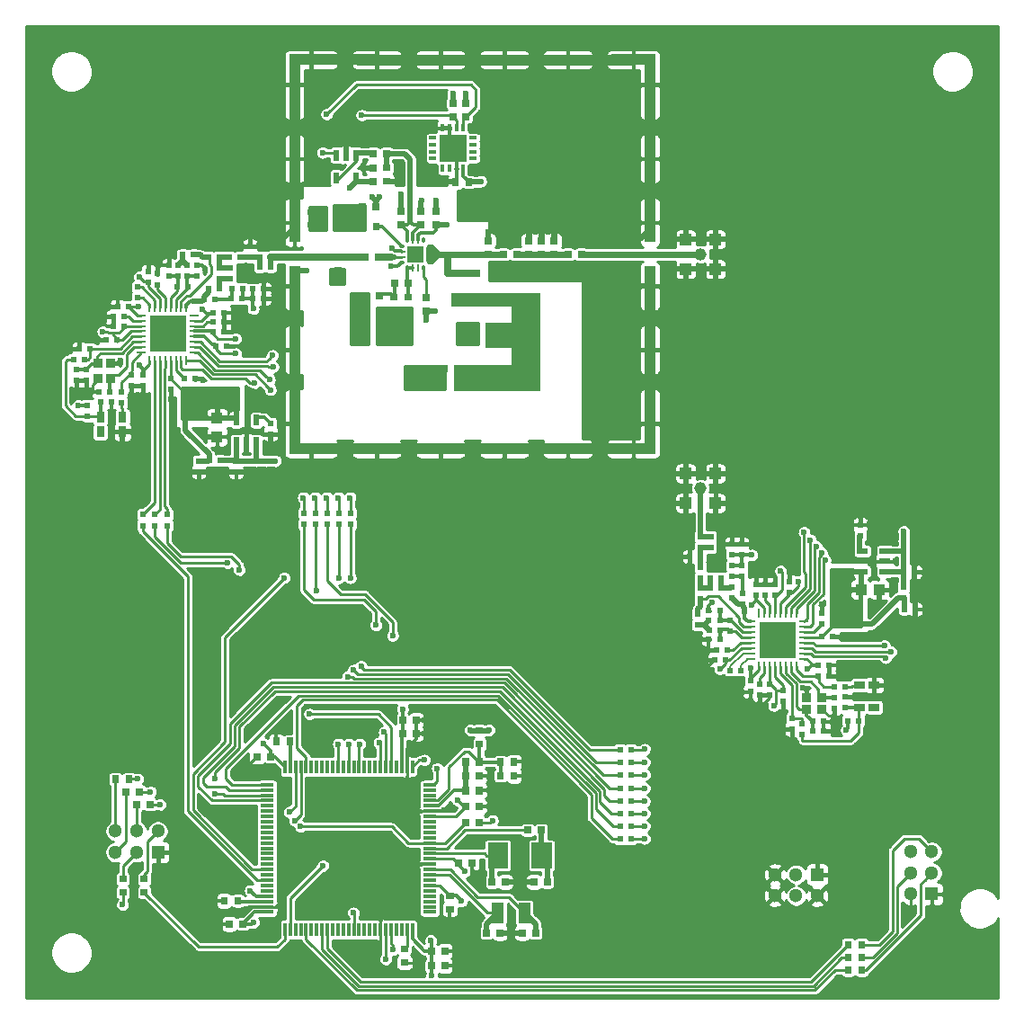
<source format=gbr>
G04 #@! TF.FileFunction,Copper,L1,Top,Signal*
%FSLAX46Y46*%
G04 Gerber Fmt 4.6, Leading zero omitted, Abs format (unit mm)*
G04 Created by KiCad (PCBNEW 4.0.2-1.fc23-product) date Fri 22 Apr 2016 01:08:18 PM EEST*
%MOMM*%
G01*
G04 APERTURE LIST*
%ADD10C,0.100000*%
%ADD11C,0.600000*%
%ADD12R,1.300000X1.300000*%
%ADD13C,1.300000*%
%ADD14R,1.100000X1.100000*%
%ADD15R,0.300000X0.720000*%
%ADD16R,0.720000X0.300000*%
%ADD17R,2.500000X2.500000*%
%ADD18R,1.300480X0.299720*%
%ADD19R,0.299720X1.300480*%
%ADD20R,1.000000X5.720000*%
%ADD21R,1.000000X3.800000*%
%ADD22R,3.800000X1.000000*%
%ADD23R,4.140000X1.000000*%
%ADD24C,1.150000*%
%ADD25R,0.949960X0.848360*%
%ADD26R,0.848360X0.949960*%
%ADD27R,0.280000X0.850000*%
%ADD28R,0.850000X0.280000*%
%ADD29R,3.450000X3.450000*%
%ADD30R,0.640000X0.280000*%
%ADD31O,0.640000X0.280000*%
%ADD32O,0.280000X0.640000*%
%ADD33R,0.280000X0.640000*%
%ADD34R,1.500000X1.500000*%
%ADD35C,0.400000*%
%ADD36R,0.590000X0.610000*%
%ADD37R,0.610000X0.590000*%
%ADD38R,0.800000X1.000000*%
%ADD39R,1.000000X0.800000*%
%ADD40R,1.000760X0.599440*%
%ADD41R,0.599440X1.000760*%
%ADD42R,2.700000X0.800000*%
%ADD43C,0.270000*%
%ADD44C,0.508000*%
%ADD45C,0.254000*%
%ADD46C,0.305000*%
%ADD47C,0.475000*%
%ADD48C,0.250000*%
%ADD49C,0.300000*%
%ADD50C,1.000000*%
%ADD51C,0.560000*%
%ADD52C,0.500000*%
%ADD53C,0.700000*%
%ADD54C,0.203000*%
%ADD55C,0.650000*%
%ADD56C,0.280000*%
%ADD57C,0.025500*%
G04 APERTURE END LIST*
D10*
D11*
X158800000Y-82100000D03*
X159700000Y-90700000D03*
X156100000Y-92900000D03*
X156100000Y-85300000D03*
X155500000Y-78500000D03*
X147600000Y-78200000D03*
X147400000Y-73700000D03*
X156800000Y-72700000D03*
X155600000Y-64500000D03*
X151700000Y-68900000D03*
X149200000Y-62200000D03*
X122700000Y-128800000D03*
X124200000Y-132800000D03*
X122700000Y-131300000D03*
X142600000Y-67200000D03*
X143700000Y-67200000D03*
X143700000Y-66000000D03*
X142600000Y-66000000D03*
X127800000Y-143600000D03*
X181500000Y-138300000D03*
D12*
X177500000Y-135000000D03*
D13*
X177500000Y-137000000D03*
X175500000Y-135000000D03*
X175500000Y-137000000D03*
X173500000Y-135000000D03*
X173500000Y-137000000D03*
D14*
X120972380Y-92015664D03*
X120972380Y-93745664D03*
D12*
X115400000Y-132900000D03*
D13*
X115400000Y-130900000D03*
X113400000Y-132900000D03*
X113400000Y-130900000D03*
X111400000Y-132900000D03*
X111400000Y-130900000D03*
D12*
X188277620Y-136834336D03*
D13*
X186277620Y-136834336D03*
X188277620Y-134834336D03*
X186277620Y-134834336D03*
X188277620Y-132834336D03*
X186277620Y-132834336D03*
D15*
X144150000Y-64700000D03*
X143500000Y-64700000D03*
X142850000Y-64700000D03*
X142200000Y-64700000D03*
D16*
X141275000Y-65625000D03*
X141275000Y-66275000D03*
X141275000Y-66925000D03*
X141275000Y-67575000D03*
D15*
X142200000Y-68500000D03*
X142850000Y-68500000D03*
X143500000Y-68500000D03*
X144150000Y-68500000D03*
D16*
X145075000Y-67575000D03*
X145075000Y-66925000D03*
X145075000Y-66275000D03*
X145075000Y-65625000D03*
D17*
X143175000Y-66600000D03*
D18*
X141026760Y-137026760D03*
X141026760Y-136526380D03*
X141026760Y-136026000D03*
X141026760Y-135525620D03*
X141026760Y-135025240D03*
X141026760Y-138525360D03*
X141026760Y-138024980D03*
X141026760Y-137527140D03*
X141026760Y-130526900D03*
X141026760Y-130026520D03*
X141026760Y-129526140D03*
X141026760Y-129025760D03*
X141026760Y-128525380D03*
X141026760Y-128025000D03*
X141026760Y-127524620D03*
X141026760Y-127026780D03*
D19*
X135850240Y-124850000D03*
X135349860Y-124850000D03*
X134852020Y-124850000D03*
X134351640Y-124850000D03*
X133851260Y-124850000D03*
X133350880Y-124850000D03*
X132850500Y-124850000D03*
X132350120Y-124850000D03*
X127851780Y-124850000D03*
X127351400Y-124850000D03*
D18*
X125675000Y-126526400D03*
X125675000Y-127026780D03*
X125675000Y-127524620D03*
X125675000Y-128025000D03*
X125675000Y-128525380D03*
X125675000Y-129025760D03*
X141026760Y-134524860D03*
X141026760Y-134027020D03*
X141026760Y-133526640D03*
X141026760Y-126526400D03*
D19*
X139350360Y-124850000D03*
X138849980Y-124850000D03*
X131849740Y-124850000D03*
X131351900Y-124850000D03*
X130851520Y-124850000D03*
D18*
X125675000Y-129526140D03*
X125675000Y-130026520D03*
X125675000Y-130526900D03*
X141026760Y-133026260D03*
X141026760Y-132525880D03*
X141026760Y-132025500D03*
X141026760Y-131525120D03*
X141026760Y-131024740D03*
D19*
X138352140Y-124850000D03*
X137851760Y-124850000D03*
X137351380Y-124850000D03*
X136851000Y-124850000D03*
X136350620Y-124850000D03*
X130351140Y-124850000D03*
X129850760Y-124850000D03*
X129350380Y-124850000D03*
X128850000Y-124850000D03*
X128349620Y-124850000D03*
D18*
X125675000Y-131024740D03*
X125675000Y-131525120D03*
X125675000Y-132025500D03*
X125675000Y-132525880D03*
X125675000Y-133026260D03*
X125675000Y-133526640D03*
X125675000Y-134027020D03*
X125675000Y-134524860D03*
X125675000Y-135025240D03*
X125675000Y-135525620D03*
X125675000Y-136026000D03*
X125675000Y-136526380D03*
X125675000Y-137026760D03*
X125675000Y-137527140D03*
X125675000Y-138024980D03*
X125675000Y-138525360D03*
D19*
X127351400Y-140201760D03*
X127851780Y-140201760D03*
X128349620Y-140201760D03*
X128850000Y-140201760D03*
X129350380Y-140201760D03*
X129850760Y-140201760D03*
X130351140Y-140201760D03*
X130851520Y-140201760D03*
X131351900Y-140201760D03*
X131849740Y-140201760D03*
X132350120Y-140201760D03*
X132850500Y-140201760D03*
X133350880Y-140201760D03*
X133851260Y-140201760D03*
X134351640Y-140201760D03*
X134852020Y-140201760D03*
X135349860Y-140201760D03*
X135850240Y-140201760D03*
X136350620Y-140201760D03*
X136851000Y-140201760D03*
X137351380Y-140201760D03*
X137851760Y-140201760D03*
X138352140Y-140201760D03*
X138849980Y-140201760D03*
X139350360Y-140201760D03*
D20*
X128260000Y-92540000D03*
D21*
X128260000Y-85590000D03*
X128260000Y-79580000D03*
X128260000Y-73590000D03*
X128260000Y-67590000D03*
X161740000Y-85590000D03*
X161740000Y-79580000D03*
X161740000Y-73590000D03*
X161740000Y-67590000D03*
D20*
X161740000Y-92540000D03*
X161740000Y-60625000D03*
X128260000Y-60625000D03*
D22*
X136000000Y-94900000D03*
X142000000Y-94900000D03*
X148000000Y-94900000D03*
X154000000Y-94900000D03*
X136000000Y-58270000D03*
X142000000Y-58270000D03*
X148000000Y-58270000D03*
X154000000Y-58270000D03*
D23*
X129830000Y-58265000D03*
X160170000Y-58265000D03*
X129830000Y-94900000D03*
X160170000Y-94900000D03*
D11*
X191000000Y-81000000D03*
X189500000Y-68000000D03*
X193000000Y-56500000D03*
X177000000Y-61000000D03*
X125000000Y-120500000D03*
X126500000Y-112400000D03*
X117000000Y-109300000D03*
X183500000Y-63500000D03*
X165500000Y-56500000D03*
X176500000Y-69000000D03*
X138500000Y-127000000D03*
X127400000Y-127000000D03*
X133000000Y-127500000D03*
X183000000Y-72500000D03*
X169500000Y-62000000D03*
X136000000Y-128500000D03*
X134500000Y-132500000D03*
X106900000Y-108500000D03*
X190000000Y-90000000D03*
X128000000Y-133000000D03*
X110300000Y-113600000D03*
X107500000Y-121000000D03*
X172000000Y-89500000D03*
X142000000Y-56000000D03*
X121100000Y-70850000D03*
X135000000Y-135500000D03*
X114500000Y-119300000D03*
X107000000Y-127500000D03*
X179000000Y-86500000D03*
X167000000Y-85000000D03*
X139500000Y-104000000D03*
X108500000Y-79500000D03*
X109000000Y-96000000D03*
X135500000Y-107500000D03*
X133200000Y-112300000D03*
X130000000Y-138000000D03*
X115500000Y-125000000D03*
X107500000Y-133400000D03*
X179000000Y-78500000D03*
X193500000Y-99500000D03*
X110000000Y-75000000D03*
X123000000Y-100000000D03*
X110000000Y-99500000D03*
X139500000Y-112600000D03*
X126500000Y-118900000D03*
X174500000Y-97000000D03*
X154600000Y-105000000D03*
X152000000Y-101400000D03*
X145600000Y-110200000D03*
X146600000Y-106000000D03*
X163700000Y-113000000D03*
X150900000Y-128200000D03*
X159500000Y-100000000D03*
X189500000Y-128900000D03*
X192800000Y-133900000D03*
X166000000Y-134800000D03*
X143900000Y-100600000D03*
X157400000Y-107500000D03*
X148900000Y-121500000D03*
X152800000Y-125800000D03*
X183000000Y-94500000D03*
X191400000Y-110900000D03*
X187000000Y-113700000D03*
X193400000Y-119400000D03*
X186100000Y-139000000D03*
X157000000Y-114500000D03*
X165100000Y-118900000D03*
X144600000Y-119300000D03*
X155900000Y-134100000D03*
X157100000Y-142900000D03*
X163500000Y-141000000D03*
X175900000Y-143800000D03*
X192000000Y-144500000D03*
X148500000Y-144000000D03*
X104500000Y-145500000D03*
X114000000Y-140900000D03*
X104500000Y-139500000D03*
X110000000Y-145500000D03*
X134000000Y-142500000D03*
X114500000Y-70500000D03*
X103600000Y-63000000D03*
X109400000Y-69500000D03*
X120800000Y-64300000D03*
X120500000Y-58000000D03*
X103500000Y-56000000D03*
X114500000Y-58000000D03*
X124500000Y-60500000D03*
X114500000Y-66150000D03*
X119800000Y-131900000D03*
X122300000Y-135000000D03*
X131700000Y-121300000D03*
X123200000Y-117300000D03*
X115900000Y-137200000D03*
D24*
X166494769Y-98620741D03*
D10*
G36*
X167344769Y-100570741D02*
X167344769Y-99470741D01*
X168444769Y-99470741D01*
X168444769Y-100570741D01*
X167344769Y-100570741D01*
X167344769Y-100570741D01*
G37*
G36*
X164544769Y-100570741D02*
X164544769Y-99470741D01*
X165644769Y-99470741D01*
X165644769Y-100570741D01*
X164544769Y-100570741D01*
X164544769Y-100570741D01*
G37*
G36*
X164544769Y-97770741D02*
X164544769Y-96670741D01*
X165644769Y-96670741D01*
X165644769Y-97770741D01*
X164544769Y-97770741D01*
X164544769Y-97770741D01*
G37*
G36*
X167344769Y-97770741D02*
X167344769Y-96670741D01*
X168444769Y-96670741D01*
X168444769Y-97770741D01*
X167344769Y-97770741D01*
X167344769Y-97770741D01*
G37*
D24*
X166500000Y-76580000D03*
D10*
G36*
X167350000Y-78530000D02*
X167350000Y-77430000D01*
X168450000Y-77430000D01*
X168450000Y-78530000D01*
X167350000Y-78530000D01*
X167350000Y-78530000D01*
G37*
G36*
X164550000Y-78530000D02*
X164550000Y-77430000D01*
X165650000Y-77430000D01*
X165650000Y-78530000D01*
X164550000Y-78530000D01*
X164550000Y-78530000D01*
G37*
G36*
X164550000Y-75730000D02*
X164550000Y-74630000D01*
X165650000Y-74630000D01*
X165650000Y-75730000D01*
X164550000Y-75730000D01*
X164550000Y-75730000D01*
G37*
G36*
X167350000Y-75730000D02*
X167350000Y-74630000D01*
X168450000Y-74630000D01*
X168450000Y-75730000D01*
X167350000Y-75730000D01*
X167350000Y-75730000D01*
G37*
D25*
X177943592Y-118334488D03*
X176495792Y-119477488D03*
X176495792Y-118334488D03*
X177943592Y-119477488D03*
D26*
X110915380Y-88315664D03*
X109772380Y-86867864D03*
X110915380Y-86867864D03*
X109772380Y-88315664D03*
D27*
X114584760Y-86581328D03*
X115084760Y-86581328D03*
X115584760Y-86581328D03*
X116084760Y-86581328D03*
X116584760Y-86581328D03*
X117084760Y-86581328D03*
X117584760Y-86581328D03*
X118084760Y-86581328D03*
D28*
X118834760Y-85831328D03*
X118834760Y-85331328D03*
X118834760Y-84831328D03*
X118834760Y-84331328D03*
X118834760Y-83831328D03*
X118834760Y-83331328D03*
X118834760Y-82831328D03*
X118834760Y-82331328D03*
D27*
X118084760Y-81581328D03*
X117584760Y-81581328D03*
X117084760Y-81581328D03*
X116584760Y-81581328D03*
X116084760Y-81581328D03*
X115584760Y-81581328D03*
X115084760Y-81581328D03*
X114584760Y-81581328D03*
D28*
X113834760Y-82331328D03*
X113834760Y-82831328D03*
X113834760Y-83331328D03*
X113834760Y-83831328D03*
X113834760Y-84331328D03*
X113834760Y-84831328D03*
X113834760Y-85331328D03*
X113834760Y-85831328D03*
D11*
X115234760Y-85181328D03*
X116334760Y-85181328D03*
X117434760Y-85181328D03*
X115234760Y-84081328D03*
X116334760Y-84081328D03*
X117434760Y-84081328D03*
X115234760Y-82981328D03*
X116334760Y-82981328D03*
X117434760Y-82981328D03*
D29*
X116334760Y-84081328D03*
D28*
X176259692Y-114655988D03*
X176259692Y-114155988D03*
X176259692Y-113655988D03*
X176259692Y-113155988D03*
X176259692Y-112655988D03*
X176259692Y-112155988D03*
X176259692Y-111655988D03*
X176259692Y-111155988D03*
D27*
X175509692Y-110405988D03*
X175009692Y-110405988D03*
X174509692Y-110405988D03*
X174009692Y-110405988D03*
X173509692Y-110405988D03*
X173009692Y-110405988D03*
X172509692Y-110405988D03*
X172009692Y-110405988D03*
D28*
X171259692Y-111155988D03*
X171259692Y-111655988D03*
X171259692Y-112155988D03*
X171259692Y-112655988D03*
X171259692Y-113155988D03*
X171259692Y-113655988D03*
X171259692Y-114155988D03*
X171259692Y-114655988D03*
D27*
X172009692Y-115405988D03*
X172509692Y-115405988D03*
X173009692Y-115405988D03*
X173509692Y-115405988D03*
X174009692Y-115405988D03*
X174509692Y-115405988D03*
X175009692Y-115405988D03*
X175509692Y-115405988D03*
D11*
X174859692Y-114005988D03*
X174859692Y-112905988D03*
X174859692Y-111805988D03*
X173759692Y-114005988D03*
X173759692Y-112905988D03*
X173759692Y-111805988D03*
X172659692Y-114005988D03*
X172659692Y-112905988D03*
X172659692Y-111805988D03*
D29*
X173759692Y-112905988D03*
D30*
X138372380Y-76331328D03*
D31*
X138372380Y-75831328D03*
D30*
X138372380Y-76831328D03*
D31*
X138372380Y-77331328D03*
D32*
X138922380Y-77881328D03*
D33*
X139422380Y-77881328D03*
X139922380Y-77881328D03*
D32*
X140422380Y-77881328D03*
D31*
X140972380Y-77331328D03*
D30*
X140972380Y-76831328D03*
X140972380Y-76331328D03*
D31*
X140972380Y-75831328D03*
D32*
X140422380Y-75281328D03*
D33*
X139922380Y-75281328D03*
X139422380Y-75281328D03*
D32*
X138922380Y-75281328D03*
D34*
X139672380Y-76581328D03*
D35*
X139322380Y-76231328D03*
X140022380Y-76231328D03*
X140022380Y-76931328D03*
X139322380Y-76931328D03*
D36*
X180134690Y-119260340D03*
X180134690Y-118240340D03*
D37*
X185639692Y-106505988D03*
X186659692Y-106505988D03*
X177559692Y-115255988D03*
X178579692Y-115255988D03*
X177874769Y-112610741D03*
X178894769Y-112610741D03*
D36*
X177909692Y-111425988D03*
X177909692Y-110405988D03*
X181534690Y-103060340D03*
X181534690Y-102040340D03*
D37*
X179114690Y-117280988D03*
X180134690Y-117280988D03*
D36*
X179109692Y-119375988D03*
X179109692Y-118355988D03*
D37*
X178049692Y-120575988D03*
X177029692Y-120575988D03*
D36*
X175109692Y-121335988D03*
X175109692Y-120315988D03*
D37*
X185684692Y-110005988D03*
X186704692Y-110005988D03*
X178049692Y-121485988D03*
X177029692Y-121485988D03*
D36*
X174859692Y-108425988D03*
X174859692Y-107405988D03*
X174259692Y-118705988D03*
X174259692Y-117685988D03*
X173484692Y-108680988D03*
X173484692Y-107660988D03*
X172999692Y-118075988D03*
X172999692Y-117055988D03*
D37*
X169309692Y-115755988D03*
X170329692Y-115755988D03*
D36*
X172089692Y-118075988D03*
X172089692Y-117055988D03*
X171709692Y-108680988D03*
X171709692Y-107660988D03*
X171184692Y-117775988D03*
X171184692Y-116755988D03*
D37*
X167819692Y-114795988D03*
X168839692Y-114795988D03*
X168039692Y-113855988D03*
X169059692Y-113855988D03*
D36*
X169459692Y-104875988D03*
X169459692Y-103855988D03*
X169434690Y-107920340D03*
X169434690Y-108940340D03*
X169459692Y-106930988D03*
X169459692Y-105910988D03*
X170384692Y-104905988D03*
X170384692Y-103885988D03*
D37*
X167414690Y-107040340D03*
X168434690Y-107040340D03*
X167284692Y-112805988D03*
X168304692Y-112805988D03*
X167284692Y-111055988D03*
X168304692Y-111055988D03*
D36*
X166459692Y-109055988D03*
X166459692Y-108035988D03*
D37*
X166484692Y-105055988D03*
X165464692Y-105055988D03*
D36*
X167459692Y-103180988D03*
X167459692Y-104200988D03*
D37*
X109972380Y-90481328D03*
X110992380Y-90481328D03*
D36*
X122747380Y-96045664D03*
X122747380Y-97065664D03*
X114022380Y-87915664D03*
X114022380Y-88935664D03*
X116584760Y-88281328D03*
X116584760Y-89301328D03*
D37*
X117852380Y-88315664D03*
X118872380Y-88315664D03*
D36*
X126000000Y-92480000D03*
X126000000Y-93500000D03*
X111972380Y-89515664D03*
X111972380Y-90535664D03*
D37*
X109872380Y-89515664D03*
X110892380Y-89515664D03*
D36*
X108672380Y-88435664D03*
X108672380Y-87415664D03*
D37*
X107984760Y-85481328D03*
X109004760Y-85481328D03*
D36*
X119247380Y-96040664D03*
X119247380Y-97060664D03*
X107722380Y-88435664D03*
X107722380Y-87415664D03*
D37*
X120872380Y-85215664D03*
X121892380Y-85215664D03*
X110552380Y-84615664D03*
X111572380Y-84615664D03*
X120584760Y-83881328D03*
X121604760Y-83881328D03*
X111172380Y-83365664D03*
X112192380Y-83365664D03*
D36*
X113472380Y-79681328D03*
X113472380Y-80701328D03*
D37*
X111202380Y-82465664D03*
X112222380Y-82465664D03*
X120572380Y-82065664D03*
X121592380Y-82065664D03*
X111584760Y-81481328D03*
X112604760Y-81481328D03*
D36*
X114472380Y-78195664D03*
X114472380Y-79215664D03*
X115372380Y-78415664D03*
X115372380Y-79435664D03*
D37*
X124342380Y-79855664D03*
X125362380Y-79855664D03*
X121212380Y-79815664D03*
X120192380Y-79815664D03*
X122342380Y-79815664D03*
X123362380Y-79815664D03*
X124342380Y-80745664D03*
X125362380Y-80745664D03*
D36*
X122232380Y-77855664D03*
X122232380Y-78875664D03*
X116452380Y-77635664D03*
X116452380Y-78655664D03*
X118172380Y-77635664D03*
X118172380Y-78655664D03*
D37*
X120142380Y-76835664D03*
X121162380Y-76835664D03*
D36*
X124062380Y-76825664D03*
X124062380Y-75805664D03*
D37*
X126012380Y-77765664D03*
X124992380Y-77765664D03*
D36*
X185634692Y-108905988D03*
X185634692Y-107885988D03*
X170434690Y-109560340D03*
X170434690Y-108540340D03*
X169279692Y-112065988D03*
X169279692Y-111045988D03*
D37*
X167414690Y-108040340D03*
X168434690Y-108040340D03*
X167289692Y-111955988D03*
X168309692Y-111955988D03*
X167284692Y-110155988D03*
X168304692Y-110155988D03*
D36*
X166484692Y-106055988D03*
X166484692Y-107075988D03*
X166234690Y-111460340D03*
X166234690Y-110440340D03*
X166484692Y-103180988D03*
X166484692Y-104200988D03*
D37*
X120222380Y-96015664D03*
X121242380Y-96015664D03*
X119782380Y-80825664D03*
X120802380Y-80825664D03*
X117172380Y-79655664D03*
X118192380Y-79655664D03*
D36*
X121184760Y-77861328D03*
X121184760Y-78881328D03*
X117302380Y-77635664D03*
X117302380Y-78655664D03*
X119032380Y-77645664D03*
X119032380Y-78665664D03*
D37*
X123142380Y-76835664D03*
X122122380Y-76835664D03*
X117752380Y-76635664D03*
X118772380Y-76635664D03*
X125992380Y-76815664D03*
X124972380Y-76815664D03*
X180389692Y-120505988D03*
X181409692Y-120505988D03*
D36*
X176089692Y-121815988D03*
X176089692Y-120795988D03*
D37*
X178579692Y-116305988D03*
X177559692Y-116305988D03*
D36*
X172609692Y-108680988D03*
X172609692Y-107660988D03*
X170409692Y-106930988D03*
X170409692Y-105910988D03*
X108772380Y-90795664D03*
X108772380Y-91815664D03*
D37*
X107452380Y-86465664D03*
X108472380Y-86465664D03*
D36*
X112872380Y-88935664D03*
X112872380Y-87915664D03*
D37*
X120584760Y-82981328D03*
X121604760Y-82981328D03*
X122322380Y-80775664D03*
X123342380Y-80775664D03*
X158919259Y-124454769D03*
X159939259Y-124454769D03*
X158919259Y-125654769D03*
X159939259Y-125654769D03*
X158919259Y-126854769D03*
X159939259Y-126854769D03*
X158919259Y-128054769D03*
X159939259Y-128054769D03*
X158919259Y-129254769D03*
X159939259Y-129254769D03*
X158919259Y-130454769D03*
X159939259Y-130454769D03*
X158919259Y-131654769D03*
X159939259Y-131654769D03*
D36*
X113972380Y-102125664D03*
X113972380Y-101105664D03*
X115117380Y-102125664D03*
X115117380Y-101105664D03*
X116262380Y-102125664D03*
X116262380Y-101105664D03*
X129162380Y-102000000D03*
X129162380Y-100980000D03*
X130252380Y-102000000D03*
X130252380Y-100980000D03*
X131342380Y-102000000D03*
X131342380Y-100980000D03*
X132432380Y-102000000D03*
X132432380Y-100980000D03*
X133522380Y-102000000D03*
X133522380Y-100980000D03*
D37*
X158919259Y-123254769D03*
X159939259Y-123254769D03*
D10*
G36*
X135357380Y-67445664D02*
X135357380Y-66745664D01*
X136007380Y-66745664D01*
X136007380Y-67445664D01*
X135357380Y-67445664D01*
X135357380Y-67445664D01*
G37*
G36*
X136627380Y-67445664D02*
X136627380Y-66745664D01*
X137277380Y-66745664D01*
X137277380Y-67445664D01*
X136627380Y-67445664D01*
X136627380Y-67445664D01*
G37*
G36*
X134359760Y-74331328D02*
X134359760Y-73631328D01*
X135009760Y-73631328D01*
X135009760Y-74331328D01*
X134359760Y-74331328D01*
X134359760Y-74331328D01*
G37*
G36*
X135629760Y-74331328D02*
X135629760Y-73631328D01*
X136279760Y-73631328D01*
X136279760Y-74331328D01*
X135629760Y-74331328D01*
X135629760Y-74331328D01*
G37*
G36*
X132002380Y-76500664D02*
X132702380Y-76500664D01*
X132702380Y-77150664D01*
X132002380Y-77150664D01*
X132002380Y-76500664D01*
X132002380Y-76500664D01*
G37*
G36*
X132002380Y-77770664D02*
X132702380Y-77770664D01*
X132702380Y-78420664D01*
X132002380Y-78420664D01*
X132002380Y-77770664D01*
X132002380Y-77770664D01*
G37*
G36*
X134677380Y-80865664D02*
X134677380Y-80165664D01*
X135327380Y-80165664D01*
X135327380Y-80865664D01*
X134677380Y-80865664D01*
X134677380Y-80865664D01*
G37*
G36*
X135947380Y-80865664D02*
X135947380Y-80165664D01*
X136597380Y-80165664D01*
X136597380Y-80865664D01*
X135947380Y-80865664D01*
X135947380Y-80865664D01*
G37*
G36*
X144034760Y-62056328D02*
X144734760Y-62056328D01*
X144734760Y-62706328D01*
X144034760Y-62706328D01*
X144034760Y-62056328D01*
X144034760Y-62056328D01*
G37*
G36*
X144034760Y-63326328D02*
X144734760Y-63326328D01*
X144734760Y-63976328D01*
X144034760Y-63976328D01*
X144034760Y-63326328D01*
X144034760Y-63326328D01*
G37*
G36*
X142834760Y-62056328D02*
X143534760Y-62056328D01*
X143534760Y-62706328D01*
X142834760Y-62706328D01*
X142834760Y-62056328D01*
X142834760Y-62056328D01*
G37*
G36*
X142834760Y-63326328D02*
X143534760Y-63326328D01*
X143534760Y-63976328D01*
X142834760Y-63976328D01*
X142834760Y-63326328D01*
X142834760Y-63326328D01*
G37*
G36*
X180075000Y-143150000D02*
X180075000Y-142450000D01*
X180725000Y-142450000D01*
X180725000Y-143150000D01*
X180075000Y-143150000D01*
X180075000Y-143150000D01*
G37*
G36*
X181345000Y-143150000D02*
X181345000Y-142450000D01*
X181995000Y-142450000D01*
X181995000Y-143150000D01*
X181345000Y-143150000D01*
X181345000Y-143150000D01*
G37*
G36*
X181995000Y-141250000D02*
X181995000Y-141950000D01*
X181345000Y-141950000D01*
X181345000Y-141250000D01*
X181995000Y-141250000D01*
X181995000Y-141250000D01*
G37*
G36*
X180725000Y-141250000D02*
X180725000Y-141950000D01*
X180075000Y-141950000D01*
X180075000Y-141250000D01*
X180725000Y-141250000D01*
X180725000Y-141250000D01*
G37*
G36*
X181995000Y-143650000D02*
X181995000Y-144350000D01*
X181345000Y-144350000D01*
X181345000Y-143650000D01*
X181995000Y-143650000D01*
X181995000Y-143650000D01*
G37*
G36*
X180725000Y-143650000D02*
X180725000Y-144350000D01*
X180075000Y-144350000D01*
X180075000Y-143650000D01*
X180725000Y-143650000D01*
X180725000Y-143650000D01*
G37*
G36*
X112995000Y-125650000D02*
X112995000Y-126350000D01*
X112345000Y-126350000D01*
X112345000Y-125650000D01*
X112995000Y-125650000D01*
X112995000Y-125650000D01*
G37*
G36*
X111725000Y-125650000D02*
X111725000Y-126350000D01*
X111075000Y-126350000D01*
X111075000Y-125650000D01*
X111725000Y-125650000D01*
X111725000Y-125650000D01*
G37*
G36*
X114995000Y-128050000D02*
X114995000Y-128750000D01*
X114345000Y-128750000D01*
X114345000Y-128050000D01*
X114995000Y-128050000D01*
X114995000Y-128050000D01*
G37*
G36*
X113725000Y-128050000D02*
X113725000Y-128750000D01*
X113075000Y-128750000D01*
X113075000Y-128050000D01*
X113725000Y-128050000D01*
X113725000Y-128050000D01*
G37*
G36*
X114450000Y-136995000D02*
X113750000Y-136995000D01*
X113750000Y-136345000D01*
X114450000Y-136345000D01*
X114450000Y-136995000D01*
X114450000Y-136995000D01*
G37*
G36*
X114450000Y-135725000D02*
X113750000Y-135725000D01*
X113750000Y-135075000D01*
X114450000Y-135075000D01*
X114450000Y-135725000D01*
X114450000Y-135725000D01*
G37*
G36*
X112075000Y-127550000D02*
X112075000Y-126850000D01*
X112725000Y-126850000D01*
X112725000Y-127550000D01*
X112075000Y-127550000D01*
X112075000Y-127550000D01*
G37*
G36*
X113345000Y-127550000D02*
X113345000Y-126850000D01*
X113995000Y-126850000D01*
X113995000Y-127550000D01*
X113345000Y-127550000D01*
X113345000Y-127550000D01*
G37*
G36*
X111750000Y-135075000D02*
X112450000Y-135075000D01*
X112450000Y-135725000D01*
X111750000Y-135725000D01*
X111750000Y-135075000D01*
X111750000Y-135075000D01*
G37*
G36*
X111750000Y-136345000D02*
X112450000Y-136345000D01*
X112450000Y-136995000D01*
X111750000Y-136995000D01*
X111750000Y-136345000D01*
X111750000Y-136345000D01*
G37*
G36*
X138270000Y-141685000D02*
X138970000Y-141685000D01*
X138970000Y-142335000D01*
X138270000Y-142335000D01*
X138270000Y-141685000D01*
X138270000Y-141685000D01*
G37*
G36*
X138270000Y-142955000D02*
X138970000Y-142955000D01*
X138970000Y-143605000D01*
X138270000Y-143605000D01*
X138270000Y-142955000D01*
X138270000Y-142955000D01*
G37*
G36*
X144075000Y-124750000D02*
X144075000Y-124050000D01*
X144725000Y-124050000D01*
X144725000Y-124750000D01*
X144075000Y-124750000D01*
X144075000Y-124750000D01*
G37*
G36*
X145345000Y-124750000D02*
X145345000Y-124050000D01*
X145995000Y-124050000D01*
X145995000Y-124750000D01*
X145345000Y-124750000D01*
X145345000Y-124750000D01*
G37*
G36*
X149905000Y-131153015D02*
X149905000Y-130453015D01*
X150555000Y-130453015D01*
X150555000Y-131153015D01*
X149905000Y-131153015D01*
X149905000Y-131153015D01*
G37*
G36*
X151175000Y-131153015D02*
X151175000Y-130453015D01*
X151825000Y-130453015D01*
X151825000Y-131153015D01*
X151175000Y-131153015D01*
X151175000Y-131153015D01*
G37*
G36*
X144075000Y-130450000D02*
X144075000Y-129750000D01*
X144725000Y-129750000D01*
X144725000Y-130450000D01*
X144075000Y-130450000D01*
X144075000Y-130450000D01*
G37*
G36*
X145345000Y-130450000D02*
X145345000Y-129750000D01*
X145995000Y-129750000D01*
X145995000Y-130450000D01*
X145345000Y-130450000D01*
X145345000Y-130450000D01*
G37*
G36*
X149509760Y-76231328D02*
X149509760Y-76931328D01*
X148859760Y-76931328D01*
X148859760Y-76231328D01*
X149509760Y-76231328D01*
X149509760Y-76231328D01*
G37*
G36*
X148239760Y-76231328D02*
X148239760Y-76931328D01*
X147589760Y-76931328D01*
X147589760Y-76231328D01*
X148239760Y-76231328D01*
X148239760Y-76231328D01*
G37*
G36*
X139277380Y-78955664D02*
X139277380Y-79655664D01*
X138627380Y-79655664D01*
X138627380Y-78955664D01*
X139277380Y-78955664D01*
X139277380Y-78955664D01*
G37*
G36*
X138007380Y-78955664D02*
X138007380Y-79655664D01*
X137357380Y-79655664D01*
X137357380Y-78955664D01*
X138007380Y-78955664D01*
X138007380Y-78955664D01*
G37*
G36*
X146030000Y-123035000D02*
X145330000Y-123035000D01*
X145330000Y-122385000D01*
X146030000Y-122385000D01*
X146030000Y-123035000D01*
X146030000Y-123035000D01*
G37*
G36*
X146030000Y-121765000D02*
X145330000Y-121765000D01*
X145330000Y-121115000D01*
X146030000Y-121115000D01*
X146030000Y-121765000D01*
X146030000Y-121765000D01*
G37*
G36*
X155605000Y-76231328D02*
X155605000Y-76931328D01*
X154955000Y-76931328D01*
X154955000Y-76231328D01*
X155605000Y-76231328D01*
X155605000Y-76231328D01*
G37*
G36*
X154335000Y-76231328D02*
X154335000Y-76931328D01*
X153685000Y-76931328D01*
X153685000Y-76231328D01*
X154335000Y-76231328D01*
X154335000Y-76231328D01*
G37*
G36*
X153050000Y-76905000D02*
X152350000Y-76905000D01*
X152350000Y-76255000D01*
X153050000Y-76255000D01*
X153050000Y-76905000D01*
X153050000Y-76905000D01*
G37*
G36*
X153050000Y-75635000D02*
X152350000Y-75635000D01*
X152350000Y-74985000D01*
X153050000Y-74985000D01*
X153050000Y-75635000D01*
X153050000Y-75635000D01*
G37*
G36*
X150650000Y-76906328D02*
X149950000Y-76906328D01*
X149950000Y-76256328D01*
X150650000Y-76256328D01*
X150650000Y-76906328D01*
X150650000Y-76906328D01*
G37*
G36*
X150650000Y-75636328D02*
X149950000Y-75636328D01*
X149950000Y-74986328D01*
X150650000Y-74986328D01*
X150650000Y-75636328D01*
X150650000Y-75636328D01*
G37*
G36*
X151150000Y-74986328D02*
X151850000Y-74986328D01*
X151850000Y-75636328D01*
X151150000Y-75636328D01*
X151150000Y-74986328D01*
X151150000Y-74986328D01*
G37*
G36*
X151150000Y-76256328D02*
X151850000Y-76256328D01*
X151850000Y-76906328D01*
X151150000Y-76906328D01*
X151150000Y-76256328D01*
X151150000Y-76256328D01*
G37*
G36*
X146134760Y-74985000D02*
X146834760Y-74985000D01*
X146834760Y-75635000D01*
X146134760Y-75635000D01*
X146134760Y-74985000D01*
X146134760Y-74985000D01*
G37*
G36*
X146134760Y-76255000D02*
X146834760Y-76255000D01*
X146834760Y-76905000D01*
X146134760Y-76905000D01*
X146134760Y-76255000D01*
X146134760Y-76255000D01*
G37*
G36*
X142007380Y-87715664D02*
X142007380Y-87015664D01*
X142657380Y-87015664D01*
X142657380Y-87715664D01*
X142007380Y-87715664D01*
X142007380Y-87715664D01*
G37*
G36*
X143277380Y-87715664D02*
X143277380Y-87015664D01*
X143927380Y-87015664D01*
X143927380Y-87715664D01*
X143277380Y-87715664D01*
X143277380Y-87715664D01*
G37*
G36*
X145059760Y-85131328D02*
X145059760Y-84431328D01*
X145709760Y-84431328D01*
X145709760Y-85131328D01*
X145059760Y-85131328D01*
X145059760Y-85131328D01*
G37*
G36*
X146329760Y-85131328D02*
X146329760Y-84431328D01*
X146979760Y-84431328D01*
X146979760Y-85131328D01*
X146329760Y-85131328D01*
X146329760Y-85131328D01*
G37*
G36*
X145059760Y-83831328D02*
X145059760Y-83131328D01*
X145709760Y-83131328D01*
X145709760Y-83831328D01*
X145059760Y-83831328D01*
X145059760Y-83831328D01*
G37*
G36*
X146329760Y-83831328D02*
X146329760Y-83131328D01*
X146979760Y-83131328D01*
X146979760Y-83831328D01*
X146329760Y-83831328D01*
X146329760Y-83831328D01*
G37*
G36*
X141934760Y-74106328D02*
X141234760Y-74106328D01*
X141234760Y-73456328D01*
X141934760Y-73456328D01*
X141934760Y-74106328D01*
X141934760Y-74106328D01*
G37*
G36*
X141934760Y-72836328D02*
X141234760Y-72836328D01*
X141234760Y-72186328D01*
X141934760Y-72186328D01*
X141934760Y-72836328D01*
X141934760Y-72836328D01*
G37*
G36*
X140522380Y-74106328D02*
X139822380Y-74106328D01*
X139822380Y-73456328D01*
X140522380Y-73456328D01*
X140522380Y-74106328D01*
X140522380Y-74106328D01*
G37*
G36*
X140522380Y-72836328D02*
X139822380Y-72836328D01*
X139822380Y-72186328D01*
X140522380Y-72186328D01*
X140522380Y-72836328D01*
X140522380Y-72836328D01*
G37*
G36*
X140302380Y-80310664D02*
X141002380Y-80310664D01*
X141002380Y-80960664D01*
X140302380Y-80960664D01*
X140302380Y-80310664D01*
X140302380Y-80310664D01*
G37*
G36*
X140302380Y-81580664D02*
X141002380Y-81580664D01*
X141002380Y-82230664D01*
X140302380Y-82230664D01*
X140302380Y-81580664D01*
X140302380Y-81580664D01*
G37*
G36*
X136600000Y-68115000D02*
X137300000Y-68115000D01*
X137300000Y-68765000D01*
X136600000Y-68765000D01*
X136600000Y-68115000D01*
X136600000Y-68115000D01*
G37*
G36*
X136600000Y-69385000D02*
X137300000Y-69385000D01*
X137300000Y-70035000D01*
X136600000Y-70035000D01*
X136600000Y-69385000D01*
X136600000Y-69385000D01*
G37*
G36*
X138622380Y-74106328D02*
X137922380Y-74106328D01*
X137922380Y-73456328D01*
X138622380Y-73456328D01*
X138622380Y-74106328D01*
X138622380Y-74106328D01*
G37*
G36*
X138622380Y-72836328D02*
X137922380Y-72836328D01*
X137922380Y-72186328D01*
X138622380Y-72186328D01*
X138622380Y-72836328D01*
X138622380Y-72836328D01*
G37*
G36*
X138622380Y-80290664D02*
X139322380Y-80290664D01*
X139322380Y-80940664D01*
X138622380Y-80940664D01*
X138622380Y-80290664D01*
X138622380Y-80290664D01*
G37*
G36*
X138622380Y-81560664D02*
X139322380Y-81560664D01*
X139322380Y-82210664D01*
X138622380Y-82210664D01*
X138622380Y-81560664D01*
X138622380Y-81560664D01*
G37*
G36*
X136034760Y-70040664D02*
X135334760Y-70040664D01*
X135334760Y-69390664D01*
X136034760Y-69390664D01*
X136034760Y-70040664D01*
X136034760Y-70040664D01*
G37*
G36*
X136034760Y-68770664D02*
X135334760Y-68770664D01*
X135334760Y-68120664D01*
X136034760Y-68120664D01*
X136034760Y-68770664D01*
X136034760Y-68770664D01*
G37*
G36*
X136497380Y-76475664D02*
X136497380Y-77175664D01*
X135847380Y-77175664D01*
X135847380Y-76475664D01*
X136497380Y-76475664D01*
X136497380Y-76475664D01*
G37*
G36*
X135227380Y-76475664D02*
X135227380Y-77175664D01*
X134577380Y-77175664D01*
X134577380Y-76475664D01*
X135227380Y-76475664D01*
X135227380Y-76475664D01*
G37*
G36*
X137234760Y-80286328D02*
X137934760Y-80286328D01*
X137934760Y-80936328D01*
X137234760Y-80936328D01*
X137234760Y-80286328D01*
X137234760Y-80286328D01*
G37*
G36*
X137234760Y-81556328D02*
X137934760Y-81556328D01*
X137934760Y-82206328D01*
X137234760Y-82206328D01*
X137234760Y-81556328D01*
X137234760Y-81556328D01*
G37*
G36*
X134347380Y-72465664D02*
X134347380Y-71765664D01*
X134997380Y-71765664D01*
X134997380Y-72465664D01*
X134347380Y-72465664D01*
X134347380Y-72465664D01*
G37*
G36*
X135617380Y-72465664D02*
X135617380Y-71765664D01*
X136267380Y-71765664D01*
X136267380Y-72465664D01*
X135617380Y-72465664D01*
X135617380Y-72465664D01*
G37*
G36*
X132509760Y-72231328D02*
X132509760Y-72931328D01*
X131859760Y-72931328D01*
X131859760Y-72231328D01*
X132509760Y-72231328D01*
X132509760Y-72231328D01*
G37*
G36*
X131239760Y-72231328D02*
X131239760Y-72931328D01*
X130589760Y-72931328D01*
X130589760Y-72231328D01*
X131239760Y-72231328D01*
X131239760Y-72231328D01*
G37*
G36*
X134673044Y-82365664D02*
X134673044Y-81665664D01*
X135323044Y-81665664D01*
X135323044Y-82365664D01*
X134673044Y-82365664D01*
X134673044Y-82365664D01*
G37*
G36*
X135943044Y-82365664D02*
X135943044Y-81665664D01*
X136593044Y-81665664D01*
X136593044Y-82365664D01*
X135943044Y-82365664D01*
X135943044Y-82365664D01*
G37*
G36*
X132507380Y-73525664D02*
X132507380Y-74225664D01*
X131857380Y-74225664D01*
X131857380Y-73525664D01*
X132507380Y-73525664D01*
X132507380Y-73525664D01*
G37*
G36*
X131237380Y-73525664D02*
X131237380Y-74225664D01*
X130587380Y-74225664D01*
X130587380Y-73525664D01*
X131237380Y-73525664D01*
X131237380Y-73525664D01*
G37*
G36*
X134673044Y-83765664D02*
X134673044Y-83065664D01*
X135323044Y-83065664D01*
X135323044Y-83765664D01*
X134673044Y-83765664D01*
X134673044Y-83765664D01*
G37*
G36*
X135943044Y-83765664D02*
X135943044Y-83065664D01*
X136593044Y-83065664D01*
X136593044Y-83765664D01*
X135943044Y-83765664D01*
X135943044Y-83765664D01*
G37*
G36*
X134673044Y-85165664D02*
X134673044Y-84465664D01*
X135323044Y-84465664D01*
X135323044Y-85165664D01*
X134673044Y-85165664D01*
X134673044Y-85165664D01*
G37*
G36*
X135943044Y-85165664D02*
X135943044Y-84465664D01*
X136593044Y-84465664D01*
X136593044Y-85165664D01*
X135943044Y-85165664D01*
X135943044Y-85165664D01*
G37*
G36*
X145009760Y-69431328D02*
X145009760Y-70131328D01*
X144359760Y-70131328D01*
X144359760Y-69431328D01*
X145009760Y-69431328D01*
X145009760Y-69431328D01*
G37*
G36*
X143739760Y-69431328D02*
X143739760Y-70131328D01*
X143089760Y-70131328D01*
X143089760Y-69431328D01*
X143739760Y-69431328D01*
X143739760Y-69431328D01*
G37*
G36*
X149375000Y-140850000D02*
X149375000Y-140150000D01*
X150025000Y-140150000D01*
X150025000Y-140850000D01*
X149375000Y-140850000D01*
X149375000Y-140850000D01*
G37*
G36*
X150645000Y-140850000D02*
X150645000Y-140150000D01*
X151295000Y-140150000D01*
X151295000Y-140850000D01*
X150645000Y-140850000D01*
X150645000Y-140850000D01*
G37*
G36*
X147925000Y-140150000D02*
X147925000Y-140850000D01*
X147275000Y-140850000D01*
X147275000Y-140150000D01*
X147925000Y-140150000D01*
X147925000Y-140150000D01*
G37*
G36*
X146655000Y-140150000D02*
X146655000Y-140850000D01*
X146005000Y-140850000D01*
X146005000Y-140150000D01*
X146655000Y-140150000D01*
X146655000Y-140150000D01*
G37*
G36*
X142550000Y-136675000D02*
X143250000Y-136675000D01*
X143250000Y-137325000D01*
X142550000Y-137325000D01*
X142550000Y-136675000D01*
X142550000Y-136675000D01*
G37*
G36*
X142550000Y-137945000D02*
X143250000Y-137945000D01*
X143250000Y-138595000D01*
X142550000Y-138595000D01*
X142550000Y-137945000D01*
X142550000Y-137945000D01*
G37*
G36*
X140815000Y-142540000D02*
X140815000Y-141840000D01*
X141465000Y-141840000D01*
X141465000Y-142540000D01*
X140815000Y-142540000D01*
X140815000Y-142540000D01*
G37*
G36*
X142085000Y-142540000D02*
X142085000Y-141840000D01*
X142735000Y-141840000D01*
X142735000Y-142540000D01*
X142085000Y-142540000D01*
X142085000Y-142540000D01*
G37*
G36*
X123725000Y-139300000D02*
X123725000Y-140000000D01*
X123075000Y-140000000D01*
X123075000Y-139300000D01*
X123725000Y-139300000D01*
X123725000Y-139300000D01*
G37*
G36*
X122455000Y-139300000D02*
X122455000Y-140000000D01*
X121805000Y-140000000D01*
X121805000Y-139300000D01*
X122455000Y-139300000D01*
X122455000Y-139300000D01*
G37*
G36*
X126325000Y-123550000D02*
X126325000Y-124250000D01*
X125675000Y-124250000D01*
X125675000Y-123550000D01*
X126325000Y-123550000D01*
X126325000Y-123550000D01*
G37*
G36*
X125055000Y-123550000D02*
X125055000Y-124250000D01*
X124405000Y-124250000D01*
X124405000Y-123550000D01*
X125055000Y-123550000D01*
X125055000Y-123550000D01*
G37*
G36*
X138125000Y-122070000D02*
X138125000Y-121370000D01*
X138775000Y-121370000D01*
X138775000Y-122070000D01*
X138125000Y-122070000D01*
X138125000Y-122070000D01*
G37*
G36*
X139395000Y-122070000D02*
X139395000Y-121370000D01*
X140045000Y-121370000D01*
X140045000Y-122070000D01*
X139395000Y-122070000D01*
X139395000Y-122070000D01*
G37*
G36*
X138125000Y-120820000D02*
X138125000Y-120120000D01*
X138775000Y-120120000D01*
X138775000Y-120820000D01*
X138125000Y-120820000D01*
X138125000Y-120820000D01*
G37*
G36*
X139395000Y-120820000D02*
X139395000Y-120120000D01*
X140045000Y-120120000D01*
X140045000Y-120820000D01*
X139395000Y-120820000D01*
X139395000Y-120820000D01*
G37*
G36*
X143375000Y-134250000D02*
X143375000Y-133550000D01*
X144025000Y-133550000D01*
X144025000Y-134250000D01*
X143375000Y-134250000D01*
X143375000Y-134250000D01*
G37*
G36*
X144645000Y-134250000D02*
X144645000Y-133550000D01*
X145295000Y-133550000D01*
X145295000Y-134250000D01*
X144645000Y-134250000D01*
X144645000Y-134250000D01*
G37*
G36*
X144075000Y-128950000D02*
X144075000Y-128250000D01*
X144725000Y-128250000D01*
X144725000Y-128950000D01*
X144075000Y-128950000D01*
X144075000Y-128950000D01*
G37*
G36*
X145345000Y-128950000D02*
X145345000Y-128250000D01*
X145995000Y-128250000D01*
X145995000Y-128950000D01*
X145345000Y-128950000D01*
X145345000Y-128950000D01*
G37*
G36*
X123237380Y-137115664D02*
X123237380Y-137815664D01*
X122587380Y-137815664D01*
X122587380Y-137115664D01*
X123237380Y-137115664D01*
X123237380Y-137115664D01*
G37*
G36*
X121967380Y-137115664D02*
X121967380Y-137815664D01*
X121317380Y-137815664D01*
X121317380Y-137115664D01*
X121967380Y-137115664D01*
X121967380Y-137115664D01*
G37*
G36*
X140815000Y-143940000D02*
X140815000Y-143240000D01*
X141465000Y-143240000D01*
X141465000Y-143940000D01*
X140815000Y-143940000D01*
X140815000Y-143940000D01*
G37*
G36*
X142085000Y-143940000D02*
X142085000Y-143240000D01*
X142735000Y-143240000D01*
X142735000Y-143940000D01*
X142085000Y-143940000D01*
X142085000Y-143940000D01*
G37*
G36*
X128145000Y-122100000D02*
X128145000Y-122800000D01*
X127495000Y-122800000D01*
X127495000Y-122100000D01*
X128145000Y-122100000D01*
X128145000Y-122100000D01*
G37*
G36*
X126875000Y-122100000D02*
X126875000Y-122800000D01*
X126225000Y-122800000D01*
X126225000Y-122100000D01*
X126875000Y-122100000D01*
X126875000Y-122100000D01*
G37*
G36*
X149245000Y-124040000D02*
X149245000Y-124740000D01*
X148595000Y-124740000D01*
X148595000Y-124040000D01*
X149245000Y-124040000D01*
X149245000Y-124040000D01*
G37*
G36*
X147975000Y-124040000D02*
X147975000Y-124740000D01*
X147325000Y-124740000D01*
X147325000Y-124040000D01*
X147975000Y-124040000D01*
X147975000Y-124040000D01*
G37*
G36*
X144075000Y-126060000D02*
X144075000Y-125360000D01*
X144725000Y-125360000D01*
X144725000Y-126060000D01*
X144075000Y-126060000D01*
X144075000Y-126060000D01*
G37*
G36*
X145345000Y-126060000D02*
X145345000Y-125360000D01*
X145995000Y-125360000D01*
X145995000Y-126060000D01*
X145345000Y-126060000D01*
X145345000Y-126060000D01*
G37*
G36*
X149245000Y-125340000D02*
X149245000Y-126040000D01*
X148595000Y-126040000D01*
X148595000Y-125340000D01*
X149245000Y-125340000D01*
X149245000Y-125340000D01*
G37*
G36*
X147975000Y-125340000D02*
X147975000Y-126040000D01*
X147325000Y-126040000D01*
X147325000Y-125340000D01*
X147975000Y-125340000D01*
X147975000Y-125340000D01*
G37*
G36*
X144075000Y-127450000D02*
X144075000Y-126750000D01*
X144725000Y-126750000D01*
X144725000Y-127450000D01*
X144075000Y-127450000D01*
X144075000Y-127450000D01*
G37*
G36*
X145345000Y-127450000D02*
X145345000Y-126750000D01*
X145995000Y-126750000D01*
X145995000Y-127450000D01*
X145345000Y-127450000D01*
X145345000Y-127450000D01*
G37*
G36*
X150475000Y-136050000D02*
X150475000Y-135350000D01*
X151125000Y-135350000D01*
X151125000Y-136050000D01*
X150475000Y-136050000D01*
X150475000Y-136050000D01*
G37*
G36*
X151745000Y-136050000D02*
X151745000Y-135350000D01*
X152395000Y-135350000D01*
X152395000Y-136050000D01*
X151745000Y-136050000D01*
X151745000Y-136050000D01*
G37*
G36*
X148437339Y-135350000D02*
X148437339Y-136050000D01*
X147787339Y-136050000D01*
X147787339Y-135350000D01*
X148437339Y-135350000D01*
X148437339Y-135350000D01*
G37*
G36*
X147167339Y-135350000D02*
X147167339Y-136050000D01*
X146517339Y-136050000D01*
X146517339Y-135350000D01*
X147167339Y-135350000D01*
X147167339Y-135350000D01*
G37*
G36*
X146462339Y-134403015D02*
X146462339Y-132003015D01*
X148362339Y-132003015D01*
X148362339Y-134403015D01*
X146462339Y-134403015D01*
X146462339Y-134403015D01*
G37*
G36*
X150572339Y-134403015D02*
X150572339Y-132003015D01*
X152472339Y-132003015D01*
X152472339Y-134403015D01*
X150572339Y-134403015D01*
X150572339Y-134403015D01*
G37*
G36*
X146850000Y-139550000D02*
X146850000Y-137650000D01*
X147950000Y-137650000D01*
X147950000Y-139550000D01*
X146850000Y-139550000D01*
X146850000Y-139550000D01*
G37*
G36*
X149364840Y-139550000D02*
X149364840Y-137650000D01*
X150464840Y-137650000D01*
X150464840Y-139550000D01*
X149364840Y-139550000D01*
X149364840Y-139550000D01*
G37*
D38*
X109972380Y-91915664D03*
X109972380Y-93315664D03*
X112072380Y-93315664D03*
X112072380Y-91915664D03*
D39*
X181450000Y-119250000D03*
X182850000Y-119250000D03*
X182850000Y-117150000D03*
X181450000Y-117150000D03*
D14*
X181600000Y-108150000D03*
X183330000Y-108150000D03*
D40*
X183863280Y-106455000D03*
X183863280Y-104550000D03*
X183863280Y-105502500D03*
X181750000Y-104550000D03*
X181750000Y-106455000D03*
D41*
X122772380Y-94306640D03*
X124677380Y-94306640D03*
X123724880Y-94306640D03*
X124677380Y-92193360D03*
X122772380Y-92193360D03*
X134084760Y-67254688D03*
X132179760Y-67254688D03*
X133132260Y-67254688D03*
X132179760Y-69367968D03*
X134084760Y-69367968D03*
D42*
X144400000Y-78400000D03*
X144400000Y-80600000D03*
D11*
X183350000Y-109200000D03*
X123725295Y-95244155D03*
X184857010Y-105482732D03*
X141521651Y-81902823D03*
X139730000Y-143280000D03*
X160400000Y-75200000D03*
X160400000Y-78200000D03*
X128260000Y-82600000D03*
X128260000Y-88600000D03*
X132900000Y-94900000D03*
X139000000Y-94900000D03*
X145000000Y-94900000D03*
X151000000Y-94900000D03*
X157000000Y-94900000D03*
X161740000Y-88700000D03*
X161740000Y-82700000D03*
X128260000Y-64500000D03*
X128260000Y-70600000D03*
X127100000Y-75200000D03*
X129400000Y-78100000D03*
X161740000Y-70500000D03*
X161740000Y-64600000D03*
X157000000Y-58270000D03*
X151000000Y-58270000D03*
X144900000Y-58270000D03*
X139000000Y-58270000D03*
X133000000Y-58265000D03*
X152700000Y-74100000D03*
X151500000Y-74100000D03*
X150300000Y-74100000D03*
X142324688Y-128938730D03*
X163700000Y-77900000D03*
X163700000Y-75200000D03*
X169379259Y-100020741D03*
X167900000Y-101400000D03*
X169300000Y-97200000D03*
X167900000Y-98600000D03*
X167900000Y-95900000D03*
X166500000Y-97220741D03*
X165100000Y-98599994D03*
X165100000Y-95900000D03*
X163700000Y-97200000D03*
X163700000Y-100000000D03*
X165100000Y-101400000D03*
X146460000Y-74450000D03*
X142551328Y-69781328D03*
X174929692Y-122335988D03*
X169210000Y-77980000D03*
X169100000Y-75200000D03*
X165100000Y-74100000D03*
X166500000Y-75180000D03*
X167900000Y-74100000D03*
X167900000Y-76700000D03*
X167900000Y-79000000D03*
X166500000Y-77980000D03*
X165100000Y-79000000D03*
X126100000Y-94400000D03*
X179924769Y-112560741D03*
X145100000Y-134800000D03*
X139800000Y-134000000D03*
X136200000Y-141700000D03*
X146600000Y-128600000D03*
X142900000Y-139300000D03*
X140512580Y-120450000D03*
X140512580Y-121690000D03*
X123370000Y-124830000D03*
X149500000Y-135700000D03*
X143410000Y-143620000D03*
X143410000Y-142190000D03*
X120690000Y-137410000D03*
X123690000Y-138340000D03*
X121130000Y-139660000D03*
X126480000Y-121440000D03*
X150210000Y-124410000D03*
X150210000Y-125700000D03*
X146600000Y-127100000D03*
X146600000Y-125760000D03*
X148600000Y-140500000D03*
X174924769Y-106560741D03*
X123400000Y-85200000D03*
X186739692Y-111105988D03*
X186739692Y-108905988D03*
X186739692Y-107405988D03*
X186739692Y-105505988D03*
X133160000Y-65940000D03*
X134810000Y-68440000D03*
X137820000Y-69700000D03*
X106958044Y-85481328D03*
X135572380Y-71215664D03*
X136272384Y-71215664D03*
X138272380Y-70915664D03*
X138272380Y-71615664D03*
X141572380Y-71515664D03*
X140272380Y-71515664D03*
X129772380Y-73815664D03*
X129772380Y-72615664D03*
X168539692Y-103865988D03*
X169459692Y-102645988D03*
X170389692Y-102635988D03*
X171419692Y-103765988D03*
X109892380Y-82805664D03*
X110162380Y-81875664D03*
X111522380Y-80245664D03*
X116312380Y-76555664D03*
X114532380Y-76885664D03*
X115372380Y-77145664D03*
X126532380Y-79835664D03*
X125432380Y-81895664D03*
X126572380Y-81105664D03*
X119832380Y-93615664D03*
X123762380Y-97085664D03*
X121732380Y-97065664D03*
X118132380Y-97065664D03*
X120212380Y-97065664D03*
X174069692Y-121325988D03*
X177918897Y-109515193D03*
X171639692Y-106505988D03*
X172339692Y-106505988D03*
X173039692Y-106505988D03*
X165439692Y-105905988D03*
X165439692Y-104205988D03*
X167603897Y-109385398D03*
X166319692Y-112845988D03*
X166669692Y-113855988D03*
X166889692Y-115665988D03*
X166669692Y-114795988D03*
X170629692Y-118765988D03*
X170019692Y-117775988D03*
X172419692Y-119455988D03*
X171689692Y-119005988D03*
X174239692Y-119655988D03*
X176147099Y-117385398D03*
X179109692Y-121155988D03*
X179109692Y-120305988D03*
X182939692Y-116005988D03*
X184439692Y-117205988D03*
X179639692Y-115205988D03*
X179639692Y-116205988D03*
X180639692Y-102005988D03*
X182439692Y-102005988D03*
X181539692Y-101005988D03*
X137372380Y-77715664D03*
X137412380Y-76005664D03*
X140672380Y-82815664D03*
X138172380Y-84115664D03*
X138872380Y-83415664D03*
X137572380Y-83415664D03*
X138872380Y-84815664D03*
X137572380Y-84815664D03*
X139572380Y-88815664D03*
X139572380Y-87515664D03*
X140872380Y-87515664D03*
X140872380Y-88815664D03*
X142172380Y-88815664D03*
X143872380Y-84075664D03*
X143872380Y-84815664D03*
X143872380Y-83315664D03*
X132672380Y-79115664D03*
X131872380Y-79115664D03*
X119822380Y-77915664D03*
X110472380Y-81115664D03*
X108922380Y-89515664D03*
X108172380Y-89515664D03*
X112922380Y-89765664D03*
X114022380Y-89765664D03*
X116622380Y-90265664D03*
X119622380Y-88465664D03*
X122672380Y-81865664D03*
X122672380Y-83615666D03*
X122672380Y-82765664D03*
X124072380Y-74915664D03*
X123272380Y-75715664D03*
X124922380Y-75715664D03*
X125372380Y-79065664D03*
X111852380Y-86585664D03*
X107982380Y-84505664D03*
X109582380Y-84655664D03*
X112052380Y-94695664D03*
X113062380Y-93265664D03*
X125350799Y-122678716D03*
X145800000Y-69700000D03*
X144300000Y-134700000D03*
X144000000Y-137500000D03*
X141200000Y-144500000D03*
X141100000Y-141200000D03*
X124400000Y-139500000D03*
X143600000Y-128000000D03*
X133460000Y-70350000D03*
X144800000Y-121400000D03*
X146600000Y-121400000D03*
X133900000Y-83800000D03*
X133900000Y-82700000D03*
X133900000Y-81500000D03*
X144380000Y-61420000D03*
X143210000Y-61420000D03*
X126469336Y-96040664D03*
X125610000Y-96040664D03*
X124680000Y-96040664D03*
X185639692Y-104505988D03*
X185639692Y-103560741D03*
X138440000Y-119400000D03*
X146900000Y-129900000D03*
X142572380Y-73815664D03*
X133872380Y-72615664D03*
X133872380Y-73915664D03*
X133072380Y-73915664D03*
X133072380Y-72615664D03*
X133872380Y-84815664D03*
X133872380Y-80515664D03*
X149672380Y-83815664D03*
X150372380Y-85115664D03*
X149072380Y-85115664D03*
X150372380Y-86415664D03*
X149072380Y-86415664D03*
X150372380Y-88815664D03*
X150372380Y-87715664D03*
X149072380Y-87715664D03*
X149072380Y-88815664D03*
X147772380Y-88815664D03*
X147772380Y-87715664D03*
X146472380Y-87715664D03*
X146472380Y-88815664D03*
X145172380Y-88815664D03*
X145172380Y-87715664D03*
X185639692Y-102675664D03*
X171214769Y-115560741D03*
X110201813Y-83858646D03*
X175705282Y-107405988D03*
X174039692Y-106405988D03*
X171339692Y-109605988D03*
X171339692Y-104905988D03*
X168309692Y-115645988D03*
X173389692Y-119085988D03*
X180239692Y-121405988D03*
X176539692Y-115605988D03*
X179839692Y-107305988D03*
X181139692Y-111205988D03*
X179839692Y-108605988D03*
X179839692Y-109905988D03*
X179839692Y-111205988D03*
X117972380Y-91515664D03*
X121872380Y-90215664D03*
X120572380Y-90215664D03*
X117972380Y-90215664D03*
X119272380Y-90215664D03*
X113572380Y-81515664D03*
X113622380Y-78715664D03*
X124372380Y-81715664D03*
X119602380Y-81765664D03*
X122722380Y-85945664D03*
X122712380Y-84525664D03*
X113622380Y-87045664D03*
X107872380Y-90815664D03*
X115600000Y-128400000D03*
X128830000Y-130480000D03*
X112060000Y-137840000D03*
X124100000Y-136500000D03*
X114700000Y-127200000D03*
X128280350Y-129902590D03*
X113500000Y-126000000D03*
X127770000Y-129130000D03*
X134600000Y-63500000D03*
X137501529Y-142081824D03*
X136846035Y-142960187D03*
X131300000Y-63400000D03*
X134531438Y-115381147D03*
X134400000Y-122700000D03*
X133822590Y-115737312D03*
X133400000Y-122700000D03*
X133269999Y-116352228D03*
X132400000Y-122700000D03*
X120800219Y-125974604D03*
X120800000Y-127389990D03*
X121970000Y-105650000D03*
X141700000Y-125000000D03*
X123060000Y-106300000D03*
X140500000Y-124200000D03*
X129679825Y-119885736D03*
X130900000Y-67000000D03*
X137500000Y-112500000D03*
X136710000Y-121590000D03*
X135915981Y-111515981D03*
X136215980Y-122590000D03*
X132484790Y-107036822D03*
X127300000Y-107050000D03*
X133512010Y-107052531D03*
X130949027Y-134150973D03*
X133800000Y-138600000D03*
X130300000Y-108300000D03*
X161219259Y-123204769D03*
X183924769Y-114578988D03*
X161219259Y-124424769D03*
X184446682Y-114001580D03*
X161229259Y-125584769D03*
X183810224Y-113420168D03*
X178224769Y-105360741D03*
X161219261Y-126874769D03*
X161209547Y-128094481D03*
X177888285Y-104687772D03*
X177416201Y-104101902D03*
X161219259Y-129244769D03*
X176838791Y-103480741D03*
X161219259Y-130454769D03*
X161229259Y-131604769D03*
X176261381Y-102765709D03*
X129100000Y-99500000D03*
X124496079Y-88688299D03*
X130200000Y-99500000D03*
X125993564Y-89341009D03*
X131300000Y-99500000D03*
X125900000Y-88400000D03*
X132400000Y-99500000D03*
X126234534Y-87185075D03*
X133500000Y-99500000D03*
X126200000Y-86100000D03*
D43*
X147412339Y-133203015D02*
X146362339Y-133203015D01*
X146362339Y-133203015D02*
X146185584Y-133026260D01*
X146185584Y-133026260D02*
X141947000Y-133026260D01*
X141947000Y-133026260D02*
X141026760Y-133026260D01*
D44*
X146842339Y-135700000D02*
X146842339Y-133773015D01*
X146842339Y-133773015D02*
X147412339Y-133203015D01*
X151522339Y-133203015D02*
X151522339Y-130825354D01*
X151522339Y-130825354D02*
X151500000Y-130803015D01*
X152070000Y-135700000D02*
X152070000Y-133750676D01*
X152070000Y-133750676D02*
X151522339Y-133203015D01*
D45*
X181409692Y-121605988D02*
X180615680Y-122400000D01*
X176114704Y-122400000D02*
X176089692Y-122374988D01*
X180615680Y-122400000D02*
X176114704Y-122400000D01*
X181409692Y-121605988D02*
X181409692Y-120505988D01*
X176089692Y-122374988D02*
X176089692Y-121815988D01*
X181409692Y-120505988D02*
X181409692Y-119315988D01*
D46*
X180134690Y-119260340D02*
X181434044Y-119260340D01*
D45*
X181409692Y-119315988D02*
X181449692Y-119275988D01*
D46*
X181434044Y-119260340D02*
X181449692Y-119275988D01*
D44*
X183330000Y-108150000D02*
X183330000Y-109180000D01*
X183330000Y-109180000D02*
X183350000Y-109200000D01*
D47*
X123725295Y-94819891D02*
X123725295Y-95244155D01*
X123725295Y-94456079D02*
X123725295Y-94819891D01*
X123724880Y-94455664D02*
X123725295Y-94456079D01*
D48*
X184032948Y-105482732D02*
X184432746Y-105482732D01*
X184009692Y-105505988D02*
X184032948Y-105482732D01*
X184432746Y-105482732D02*
X184857010Y-105482732D01*
X127100000Y-137401562D02*
X127100000Y-133900000D01*
X127100000Y-133900000D02*
X128000000Y-133000000D01*
X125675000Y-138024980D02*
X126476582Y-138024980D01*
X126476582Y-138024980D02*
X127100000Y-137401562D01*
X136350620Y-140201760D02*
X136350620Y-136850620D01*
X136350620Y-136850620D02*
X135000000Y-135500000D01*
X141026760Y-129025760D02*
X140101496Y-129025760D01*
X140101496Y-129025760D02*
X138500000Y-127424264D01*
X138500000Y-127424264D02*
X138500000Y-127000000D01*
X138849980Y-124850000D02*
X138849980Y-126650020D01*
X138849980Y-126650020D02*
X138500000Y-127000000D01*
D49*
X123370000Y-124830000D02*
X123800000Y-124830000D01*
X123800000Y-124830000D02*
X124730000Y-123900000D01*
D48*
X186277620Y-136834336D02*
X186277620Y-138822380D01*
X186277620Y-138822380D02*
X186100000Y-139000000D01*
X138620000Y-143280000D02*
X139730000Y-143280000D01*
D44*
X161740000Y-74260000D02*
X160800000Y-75200000D01*
X160800000Y-75200000D02*
X160400000Y-75200000D01*
X161740000Y-73590000D02*
X161740000Y-74260000D01*
X160400000Y-79248000D02*
X160400000Y-78200000D01*
X161740000Y-79580000D02*
X160732000Y-79580000D01*
X160732000Y-79580000D02*
X160400000Y-79248000D01*
D50*
X128260000Y-82600000D02*
X128260000Y-79580000D01*
X128260000Y-85590000D02*
X128260000Y-82600000D01*
X128260000Y-88600000D02*
X128260000Y-85590000D01*
X128260000Y-92540000D02*
X128260000Y-88600000D01*
X128260000Y-85590000D02*
X128260000Y-86260000D01*
X132900000Y-94900000D02*
X129830000Y-94900000D01*
X136000000Y-94900000D02*
X132900000Y-94900000D01*
X139000000Y-94900000D02*
X136000000Y-94900000D01*
X142000000Y-94900000D02*
X139000000Y-94900000D01*
X145000000Y-94900000D02*
X142000000Y-94900000D01*
X148000000Y-94900000D02*
X145000000Y-94900000D01*
X151000000Y-94900000D02*
X148000000Y-94900000D01*
X154000000Y-94900000D02*
X151000000Y-94900000D01*
X157000000Y-94900000D02*
X154000000Y-94900000D01*
X160170000Y-94900000D02*
X157000000Y-94900000D01*
X161740000Y-88700000D02*
X161740000Y-92540000D01*
X161740000Y-85590000D02*
X161740000Y-88700000D01*
X161740000Y-82700000D02*
X161740000Y-85590000D01*
X161740000Y-79580000D02*
X161740000Y-82700000D01*
X128260000Y-64500000D02*
X128260000Y-60625000D01*
X128260000Y-67590000D02*
X128260000Y-64500000D01*
X128260000Y-70600000D02*
X128260000Y-67590000D01*
X128260000Y-73590000D02*
X128260000Y-70600000D01*
D47*
X128260000Y-73590000D02*
X128260000Y-74040000D01*
X128260000Y-74040000D02*
X127100000Y-75200000D01*
X128260000Y-78540000D02*
X128700000Y-78100000D01*
X128700000Y-78100000D02*
X129400000Y-78100000D01*
X128260000Y-79580000D02*
X128260000Y-78540000D01*
D50*
X161740000Y-70500000D02*
X161740000Y-73590000D01*
X161740000Y-67590000D02*
X161740000Y-70500000D01*
X161740000Y-64600000D02*
X161740000Y-67590000D01*
X161740000Y-60625000D02*
X161740000Y-64600000D01*
X157000000Y-58270000D02*
X160165000Y-58270000D01*
X154000000Y-58270000D02*
X157000000Y-58270000D01*
X151000000Y-58270000D02*
X154000000Y-58270000D01*
X148000000Y-58270000D02*
X151000000Y-58270000D01*
X144900000Y-58270000D02*
X148000000Y-58270000D01*
X142000000Y-58270000D02*
X144900000Y-58270000D01*
X139000000Y-58270000D02*
X142000000Y-58270000D01*
X136000000Y-58270000D02*
X139000000Y-58270000D01*
X160165000Y-58270000D02*
X160170000Y-58265000D01*
X133000000Y-58265000D02*
X135995000Y-58265000D01*
X129830000Y-58265000D02*
X133000000Y-58265000D01*
X135995000Y-58265000D02*
X136000000Y-58270000D01*
D51*
X151500000Y-74100000D02*
X152700000Y-74100000D01*
X150300000Y-74100000D02*
X151500000Y-74100000D01*
X152700000Y-75311328D02*
X152700000Y-74100000D01*
X151500000Y-75311328D02*
X151500000Y-74100000D01*
X150300000Y-75311328D02*
X150300000Y-74100000D01*
D49*
X142237658Y-129025760D02*
X142324688Y-128938730D01*
X141026760Y-129025760D02*
X142237658Y-129025760D01*
D44*
X165100000Y-77980000D02*
X163780000Y-77980000D01*
X163780000Y-77980000D02*
X163700000Y-77900000D01*
X165100000Y-75180000D02*
X163720000Y-75180000D01*
X163720000Y-75180000D02*
X163700000Y-75200000D01*
X167894769Y-100020741D02*
X169379259Y-100020741D01*
X167894769Y-100020741D02*
X167894769Y-101394769D01*
X167894769Y-101394769D02*
X167900000Y-101400000D01*
X167894769Y-97220741D02*
X169279259Y-97220741D01*
X169279259Y-97220741D02*
X169300000Y-97200000D01*
X167894769Y-97220741D02*
X167894769Y-98594769D01*
X167894769Y-98594769D02*
X167900000Y-98600000D01*
X167894769Y-97220741D02*
X167894769Y-95905231D01*
X167894769Y-95905231D02*
X167900000Y-95900000D01*
X165094769Y-97220741D02*
X166500000Y-97220741D01*
X167894769Y-97220741D02*
X166500000Y-97220741D01*
X165094769Y-98605225D02*
X165100000Y-98599994D01*
X165094769Y-100020741D02*
X165094769Y-98605225D01*
X165094769Y-97220741D02*
X165094769Y-98594763D01*
X165094769Y-98594763D02*
X165100000Y-98599994D01*
X165094769Y-97220741D02*
X165094769Y-95905231D01*
X165094769Y-95905231D02*
X165100000Y-95900000D01*
X165094769Y-97220741D02*
X163720741Y-97220741D01*
X163720741Y-97220741D02*
X163700000Y-97200000D01*
X165094769Y-100020741D02*
X163720741Y-100020741D01*
X163720741Y-100020741D02*
X163700000Y-100000000D01*
X165094769Y-100020741D02*
X165094769Y-101394769D01*
X165094769Y-101394769D02*
X165100000Y-101400000D01*
X146484760Y-75310000D02*
X146484760Y-74474760D01*
X146484760Y-74474760D02*
X146460000Y-74450000D01*
D46*
X143500000Y-68500000D02*
X143500000Y-66925000D01*
X143500000Y-66925000D02*
X143175000Y-66600000D01*
X142850000Y-64700000D02*
X142850000Y-66275000D01*
X142850000Y-66275000D02*
X143175000Y-66600000D01*
X143500000Y-68500000D02*
X143500000Y-69696088D01*
X143500000Y-69696088D02*
X143414760Y-69781328D01*
X142200000Y-64700000D02*
X142850000Y-64700000D01*
X165009440Y-104200000D02*
X164500000Y-104200000D01*
X165439692Y-104205988D02*
X165015428Y-104205988D01*
X165015428Y-104205988D02*
X165009440Y-104200000D01*
X164848704Y-105050000D02*
X164530000Y-105050000D01*
X165464692Y-105055988D02*
X164854692Y-105055988D01*
X164854692Y-105055988D02*
X164848704Y-105050000D01*
X165439692Y-105905988D02*
X164605988Y-105905988D01*
D44*
X167900000Y-77980000D02*
X169210000Y-77980000D01*
X167900000Y-75180000D02*
X169080000Y-75180000D01*
X169080000Y-75180000D02*
X169100000Y-75200000D01*
X165100000Y-75180000D02*
X165100000Y-74100000D01*
X166500000Y-75180000D02*
X165100000Y-75180000D01*
X167900000Y-75180000D02*
X166500000Y-75180000D01*
X167900000Y-75180000D02*
X167900000Y-74100000D01*
X167900000Y-76700000D02*
X167900000Y-77980000D01*
X167900000Y-75180000D02*
X167900000Y-76700000D01*
X167900000Y-77980000D02*
X167900000Y-79000000D01*
X166500000Y-77980000D02*
X167900000Y-77980000D01*
X165100000Y-77980000D02*
X166500000Y-77980000D01*
X165100000Y-77980000D02*
X165100000Y-79000000D01*
D47*
X126000000Y-93500000D02*
X126000000Y-94300000D01*
X126000000Y-94300000D02*
X126100000Y-94400000D01*
D46*
X178894769Y-112610741D02*
X179874769Y-112610741D01*
X179874769Y-112610741D02*
X179924769Y-112560741D01*
D49*
X144970000Y-133900000D02*
X144970000Y-134670000D01*
X144970000Y-134670000D02*
X145100000Y-134800000D01*
X141026760Y-134027020D02*
X139827020Y-134027020D01*
X139827020Y-134027020D02*
X139800000Y-134000000D01*
X144970000Y-133900000D02*
X144970000Y-134270000D01*
D43*
X136350620Y-140201760D02*
X136350620Y-141549380D01*
X136350620Y-141549380D02*
X136200000Y-141700000D01*
D46*
X145670000Y-128600000D02*
X146600000Y-128600000D01*
X142900000Y-138270000D02*
X142900000Y-139300000D01*
D49*
X139720000Y-120470000D02*
X140492580Y-120470000D01*
X139720000Y-121720000D02*
X140482580Y-121720000D01*
X140492580Y-120470000D02*
X140512580Y-120450000D01*
X140482580Y-121720000D02*
X140512580Y-121690000D01*
D46*
X142410000Y-143590000D02*
X143380000Y-143590000D01*
X143380000Y-143590000D02*
X143410000Y-143620000D01*
X142410000Y-142190000D02*
X143410000Y-142190000D01*
X121642380Y-137465664D02*
X120745664Y-137465664D01*
X120745664Y-137465664D02*
X120690000Y-137410000D01*
X125675000Y-138024980D02*
X124005020Y-138024980D01*
X124005020Y-138024980D02*
X123690000Y-138340000D01*
X122130000Y-139650000D02*
X121140000Y-139650000D01*
X121140000Y-139650000D02*
X121130000Y-139660000D01*
X126550000Y-122450000D02*
X126550000Y-121510000D01*
X126550000Y-121510000D02*
X126480000Y-121440000D01*
D49*
X139720000Y-121720000D02*
X139720000Y-120470000D01*
X138840000Y-123150000D02*
X139720000Y-122270000D01*
X139720000Y-122270000D02*
X139720000Y-121720000D01*
X138840000Y-123889780D02*
X138840000Y-123150000D01*
X138849980Y-124850000D02*
X138849980Y-123899760D01*
X138849980Y-123899760D02*
X138840000Y-123889780D01*
X148920000Y-124390000D02*
X150190000Y-124390000D01*
X150190000Y-124390000D02*
X150210000Y-124410000D01*
X148920000Y-125690000D02*
X150200000Y-125690000D01*
X150200000Y-125690000D02*
X150210000Y-125700000D01*
X145670000Y-127100000D02*
X146600000Y-127100000D01*
X145670000Y-125710000D02*
X146550000Y-125710000D01*
X146550000Y-125710000D02*
X146600000Y-125760000D01*
D47*
X149500000Y-135700000D02*
X150800000Y-135700000D01*
X148112339Y-135700000D02*
X149500000Y-135700000D01*
X148600000Y-140500000D02*
X149700000Y-140500000D01*
X147600000Y-140500000D02*
X148600000Y-140500000D01*
D46*
X174859692Y-107405988D02*
X174859692Y-106625818D01*
X174859692Y-106625818D02*
X174924769Y-106560741D01*
X121892380Y-85215664D02*
X123384336Y-85215664D01*
X123384336Y-85215664D02*
X123400000Y-85200000D01*
D47*
X186704692Y-111070988D02*
X186739692Y-111105988D01*
X186704692Y-110005988D02*
X186704692Y-111070988D01*
X186704692Y-109140988D02*
X186704692Y-108940988D01*
X186704692Y-110005988D02*
X186704692Y-109140988D01*
X186704692Y-108940988D02*
X186739692Y-108905988D01*
X186659692Y-106505988D02*
X186659692Y-107325988D01*
X186659692Y-106505988D02*
X186659692Y-105585988D01*
X186659692Y-105585988D02*
X186739692Y-105505988D01*
X186659692Y-107325988D02*
X186739692Y-107405988D01*
D44*
X143414760Y-69781328D02*
X142551328Y-69781328D01*
X142551328Y-69781328D02*
X142550000Y-69780000D01*
X133132260Y-67041328D02*
X133132260Y-65967740D01*
X133132260Y-65967740D02*
X133160000Y-65940000D01*
X135684760Y-68445664D02*
X134815664Y-68445664D01*
X134815664Y-68445664D02*
X134810000Y-68440000D01*
X136950000Y-69710000D02*
X137810000Y-69710000D01*
X137810000Y-69710000D02*
X137820000Y-69700000D01*
X135942380Y-72115664D02*
X135942380Y-71585664D01*
X135942380Y-71585664D02*
X135572380Y-71215664D01*
X135972385Y-71515663D02*
X136272384Y-71215664D01*
X135942380Y-71545668D02*
X135972385Y-71515663D01*
X135942380Y-72115664D02*
X135942380Y-71545668D01*
X138272380Y-71615664D02*
X138272380Y-70915664D01*
X138272380Y-72511328D02*
X138272380Y-71615664D01*
X141584760Y-72511328D02*
X141584760Y-71528044D01*
X141584760Y-71528044D02*
X141572380Y-71515664D01*
X140172380Y-72511328D02*
X140172380Y-71615664D01*
X140172380Y-71615664D02*
X140272380Y-71515664D01*
X130912380Y-73875664D02*
X129832380Y-73875664D01*
X129832380Y-73875664D02*
X129772380Y-73815664D01*
X130914760Y-72581328D02*
X129806716Y-72581328D01*
X129806716Y-72581328D02*
X129772380Y-72615664D01*
D46*
X169459692Y-103855988D02*
X168549692Y-103855988D01*
X168549692Y-103855988D02*
X168539692Y-103865988D01*
X169459692Y-103855988D02*
X169459692Y-102645988D01*
X170384692Y-103885988D02*
X170384692Y-102640988D01*
X170384692Y-102640988D02*
X170389692Y-102635988D01*
X170384692Y-103885988D02*
X171299692Y-103885988D01*
X171299692Y-103885988D02*
X171419692Y-103765988D01*
X110562380Y-83365664D02*
X110002380Y-82805664D01*
X111172380Y-83365664D02*
X110562380Y-83365664D01*
X110002380Y-82805664D02*
X109892380Y-82805664D01*
X110162380Y-82035664D02*
X110162380Y-81875664D01*
X110592380Y-82465664D02*
X110162380Y-82035664D01*
X111202380Y-82465664D02*
X110592380Y-82465664D01*
X111584760Y-80308044D02*
X111522380Y-80245664D01*
X111584760Y-81481328D02*
X111584760Y-80308044D01*
X116452380Y-76695664D02*
X116312380Y-76555664D01*
X116452380Y-77635664D02*
X116452380Y-76695664D01*
X114472380Y-76945664D02*
X114532380Y-76885664D01*
X114472380Y-78195664D02*
X114472380Y-76945664D01*
X115372380Y-77155664D02*
X115372380Y-77145664D01*
X115852380Y-77635664D02*
X115372380Y-77155664D01*
X116452380Y-77635664D02*
X115852380Y-77635664D01*
X115372380Y-78415664D02*
X115372380Y-77145664D01*
X125806644Y-79055664D02*
X126402380Y-79055664D01*
X125372380Y-79065664D02*
X125796644Y-79065664D01*
X125796644Y-79065664D02*
X125806644Y-79055664D01*
X126512380Y-79855664D02*
X126532380Y-79835664D01*
X125362380Y-79855664D02*
X126512380Y-79855664D01*
X125362380Y-81825664D02*
X125432380Y-81895664D01*
X125362380Y-80745664D02*
X125362380Y-81825664D01*
X126272381Y-80805665D02*
X126572380Y-81105664D01*
X126212380Y-80745664D02*
X126272381Y-80805665D01*
X125362380Y-80745664D02*
X126212380Y-80745664D01*
D47*
X120972380Y-93745664D02*
X119962380Y-93745664D01*
X119962380Y-93745664D02*
X119832380Y-93615664D01*
X122747380Y-97065664D02*
X123742380Y-97065664D01*
X123742380Y-97065664D02*
X123762380Y-97085664D01*
X122747380Y-97065664D02*
X121732380Y-97065664D01*
X119247380Y-97060664D02*
X118137380Y-97060664D01*
X118137380Y-97060664D02*
X118132380Y-97065664D01*
X119247380Y-97060664D02*
X120207380Y-97060664D01*
X120207380Y-97060664D02*
X120212380Y-97065664D01*
D46*
X175109692Y-121335988D02*
X174079692Y-121335988D01*
X174079692Y-121335988D02*
X174069692Y-121325988D01*
X175109692Y-121335988D02*
X175109692Y-122155988D01*
X175109692Y-122155988D02*
X174929692Y-122335988D01*
D45*
X177909692Y-110405988D02*
X177909692Y-109524398D01*
X177909692Y-109524398D02*
X177918897Y-109515193D01*
D46*
X171709692Y-107660988D02*
X171709692Y-106575988D01*
X171709692Y-106575988D02*
X171639692Y-106505988D01*
X172609692Y-107660988D02*
X172609692Y-106775988D01*
X172609692Y-106775988D02*
X172339692Y-106505988D01*
X173484692Y-107660988D02*
X173484692Y-106950988D01*
X173484692Y-106950988D02*
X173039692Y-106505988D01*
X165464692Y-105055988D02*
X165464692Y-105880988D01*
X165464692Y-105880988D02*
X165439692Y-105905988D01*
X165464692Y-105055988D02*
X165464692Y-104230988D01*
X165464692Y-104230988D02*
X165439692Y-104205988D01*
D49*
X167284692Y-110155988D02*
X167284692Y-109704603D01*
X167284692Y-109704603D02*
X167603897Y-109385398D01*
X167284692Y-112805988D02*
X166359692Y-112805988D01*
X166359692Y-112805988D02*
X166319692Y-112845988D01*
D43*
X167279692Y-113855988D02*
X166669692Y-113855988D01*
X168039692Y-113855988D02*
X167279692Y-113855988D01*
D49*
X167279692Y-113855988D02*
X167284692Y-113850988D01*
X167284692Y-113850988D02*
X167284692Y-112805988D01*
D43*
X167819692Y-114795988D02*
X167759692Y-114795988D01*
X167759692Y-114795988D02*
X166889692Y-115665988D01*
X167819692Y-114795988D02*
X166669692Y-114795988D01*
X171184692Y-117775988D02*
X171184692Y-118210988D01*
X171184692Y-118210988D02*
X170629692Y-118765988D01*
X171184692Y-117775988D02*
X170019692Y-117775988D01*
X172999692Y-118375988D02*
X172419692Y-118955988D01*
X172419692Y-118955988D02*
X172419692Y-119455988D01*
X172999692Y-118075988D02*
X172999692Y-118375988D01*
X172089692Y-118075988D02*
X172089692Y-118605988D01*
X172089692Y-118605988D02*
X171689692Y-119005988D01*
X172999692Y-118075988D02*
X172999692Y-118085988D01*
X174259692Y-118705988D02*
X174259692Y-119635988D01*
X174259692Y-119635988D02*
X174239692Y-119655988D01*
D49*
X176495792Y-118334488D02*
X176495792Y-117734091D01*
X176495792Y-117734091D02*
X176147099Y-117385398D01*
X179109692Y-120305988D02*
X179109692Y-121155988D01*
D44*
X179109692Y-119985988D02*
X179109692Y-120305988D01*
X179109692Y-120305988D02*
X179109692Y-120555988D01*
D49*
X179109692Y-119375988D02*
X179109692Y-120305988D01*
X182849692Y-117175988D02*
X182849692Y-116095988D01*
X182849692Y-116095988D02*
X182939692Y-116005988D01*
X182849692Y-117175988D02*
X184409692Y-117175988D01*
X184409692Y-117175988D02*
X184439692Y-117205988D01*
D43*
X178579692Y-115255988D02*
X179589692Y-115255988D01*
X179589692Y-115255988D02*
X179639692Y-115205988D01*
X178579692Y-116305988D02*
X179539692Y-116305988D01*
X179539692Y-116305988D02*
X179639692Y-116205988D01*
D46*
X181534690Y-102040340D02*
X180674044Y-102040340D01*
X180674044Y-102040340D02*
X180639692Y-102005988D01*
X181534690Y-102040340D02*
X182405340Y-102040340D01*
X182405340Y-102040340D02*
X182439692Y-102005988D01*
X181534690Y-102040340D02*
X181534690Y-101010990D01*
X181534690Y-101010990D02*
X181539692Y-101005988D01*
D49*
X137412380Y-76005664D02*
X137692954Y-76286238D01*
X137692954Y-76286238D02*
X138327290Y-76286238D01*
X138327290Y-76286238D02*
X138372380Y-76331328D01*
X138372380Y-77331328D02*
X137988044Y-77715664D01*
X137988044Y-77715664D02*
X137372380Y-77715664D01*
X137542394Y-76005664D02*
X137412380Y-76005664D01*
D44*
X140652380Y-81905664D02*
X140652380Y-82795664D01*
X140652380Y-82795664D02*
X140672380Y-82815664D01*
X140652380Y-81905664D02*
X141482380Y-81905664D01*
X137572380Y-83415664D02*
X137572380Y-83515664D01*
X137572380Y-83515664D02*
X138172380Y-84115664D01*
X137572380Y-83415664D02*
X138872380Y-83415664D01*
X136268044Y-83415664D02*
X137572380Y-83415664D01*
X137572380Y-84815664D02*
X138872380Y-84815664D01*
X136268044Y-84815664D02*
X137572380Y-84815664D01*
X136268044Y-82015664D02*
X136272380Y-82015664D01*
X139572380Y-87515664D02*
X139572380Y-88815664D01*
X140872380Y-88815664D02*
X139572380Y-88815664D01*
X140872380Y-88815664D02*
X140872380Y-87515664D01*
X142172380Y-88815664D02*
X140872380Y-88815664D01*
X142332380Y-87365664D02*
X142332380Y-88655664D01*
X142332380Y-88655664D02*
X142172380Y-88815664D01*
D45*
X143872380Y-84075664D02*
X143872380Y-83315664D01*
X143872380Y-84215664D02*
X143872380Y-84075664D01*
X145384760Y-84781328D02*
X143906716Y-84781328D01*
X143906716Y-84781328D02*
X143872380Y-84815664D01*
X145384760Y-84781328D02*
X144438044Y-84781328D01*
X144438044Y-84781328D02*
X143872380Y-84215664D01*
X145384760Y-83481328D02*
X143938044Y-83481328D01*
X143938044Y-83481328D02*
X143872380Y-83415664D01*
X132352380Y-78095664D02*
X132352380Y-78795664D01*
X132352380Y-78795664D02*
X132672380Y-79115664D01*
X132352380Y-78095664D02*
X132352380Y-78635664D01*
X132352380Y-78635664D02*
X131872380Y-79115664D01*
D46*
X119032380Y-77645664D02*
X119552380Y-77645664D01*
X119552380Y-77645664D02*
X119822380Y-77915664D01*
X111584760Y-81481328D02*
X110838044Y-81481328D01*
X110838044Y-81481328D02*
X110472380Y-81115664D01*
D52*
X108922380Y-89515664D02*
X108672380Y-89515664D01*
X109272380Y-89515664D02*
X108922380Y-89515664D01*
D46*
X108172380Y-89490664D02*
X108172380Y-89515664D01*
X112872380Y-88935664D02*
X112872380Y-89715664D01*
X112872380Y-89715664D02*
X112922380Y-89765664D01*
X114022380Y-88935664D02*
X114022380Y-89765664D01*
X116584760Y-89301328D02*
X116584760Y-90228044D01*
X116584760Y-90228044D02*
X116622380Y-90265664D01*
X118872380Y-88315664D02*
X119472380Y-88315664D01*
X119472380Y-88315664D02*
X119622380Y-88465664D01*
X122472380Y-82065664D02*
X122672380Y-81865664D01*
X121592380Y-82065664D02*
X122472380Y-82065664D01*
X122406718Y-83881328D02*
X122672380Y-83615666D01*
X121604760Y-83881328D02*
X122406718Y-83881328D01*
X122456716Y-82981328D02*
X122672380Y-82765664D01*
X121604760Y-82981328D02*
X122456716Y-82981328D01*
X124062380Y-75805664D02*
X124062380Y-74925664D01*
X124062380Y-74925664D02*
X124072380Y-74915664D01*
X124062380Y-75805664D02*
X123362380Y-75805664D01*
X123362380Y-75805664D02*
X123272380Y-75715664D01*
X124062380Y-75805664D02*
X124832380Y-75805664D01*
X124832380Y-75805664D02*
X124922380Y-75715664D01*
X125362380Y-79855664D02*
X125362380Y-79075664D01*
X125362380Y-79075664D02*
X125372380Y-79065664D01*
X110915380Y-86867864D02*
X111570180Y-86867864D01*
X111570180Y-86867864D02*
X111852380Y-86585664D01*
X107984760Y-85481328D02*
X106958044Y-85481328D01*
X106958044Y-85481328D02*
X106932380Y-85455664D01*
X107984760Y-85481328D02*
X107984760Y-84508044D01*
X107984760Y-84508044D02*
X107982380Y-84505664D01*
X110552380Y-84615664D02*
X109622380Y-84615664D01*
X109622380Y-84615664D02*
X109582380Y-84655664D01*
X181069692Y-118215988D02*
X181045340Y-118240340D01*
X181045340Y-118240340D02*
X180134690Y-118240340D01*
D44*
X182849692Y-118215988D02*
X181069692Y-118215988D01*
D46*
X182849692Y-117175988D02*
X182849692Y-118215988D01*
X178779692Y-121485988D02*
X178959692Y-121305988D01*
X178959692Y-121305988D02*
X179109692Y-121155988D01*
X178049692Y-121485988D02*
X178779692Y-121485988D01*
D44*
X179109692Y-120555988D02*
X179109692Y-121155988D01*
D45*
X179109692Y-120555988D02*
X179089692Y-120575988D01*
X179089692Y-120575988D02*
X178049692Y-120575988D01*
X178548880Y-120055988D02*
X179039692Y-120055988D01*
X179039692Y-120055988D02*
X179109692Y-119985988D01*
D46*
X179109692Y-119375988D02*
X179109692Y-119985988D01*
D45*
X178548880Y-120055988D02*
X178667782Y-120055988D01*
D49*
X111072380Y-91415664D02*
X110992380Y-91335664D01*
X110992380Y-91335664D02*
X110992380Y-90481328D01*
D52*
X111072380Y-93315664D02*
X111072380Y-91415664D01*
D49*
X107722380Y-88435664D02*
X107722380Y-89040664D01*
X107722380Y-89040664D02*
X108172380Y-89490664D01*
D52*
X108672380Y-89515664D02*
X108172380Y-89515664D01*
D43*
X108672380Y-88435664D02*
X108672380Y-89010664D01*
X108672380Y-89010664D02*
X108672380Y-89515664D01*
X109272380Y-88866464D02*
X109272380Y-89515664D01*
D49*
X109872380Y-89515664D02*
X109272380Y-89515664D01*
D45*
X177943592Y-119489888D02*
X177982780Y-119489888D01*
X177982780Y-119489888D02*
X178548880Y-120055988D01*
X177943592Y-119477488D02*
X177943592Y-119489888D01*
D43*
X109772380Y-88315664D02*
X109772380Y-88366464D01*
X109772380Y-88366464D02*
X109272380Y-88866464D01*
D47*
X112072380Y-93315664D02*
X112072380Y-94675664D01*
X112072380Y-94675664D02*
X112052380Y-94695664D01*
X112072380Y-93315664D02*
X113012380Y-93315664D01*
X113012380Y-93315664D02*
X113062380Y-93265664D01*
D49*
X112072380Y-93315664D02*
X111072380Y-93315664D01*
X126000000Y-123900000D02*
X126401400Y-123900000D01*
X126401400Y-123900000D02*
X127351400Y-124850000D01*
X126000000Y-123327917D02*
X126000000Y-123900000D01*
X125350799Y-122678716D02*
X126000000Y-123327917D01*
D46*
X139350360Y-140201760D02*
X139350360Y-140702140D01*
X139350360Y-140702140D02*
X139350000Y-140702500D01*
X139350000Y-140702500D02*
X139350000Y-141062971D01*
X139350000Y-141062971D02*
X140477029Y-142190000D01*
X140477029Y-142190000D02*
X141140000Y-142190000D01*
D43*
X144400000Y-128600000D02*
X143473860Y-129526140D01*
X143473860Y-129526140D02*
X141947000Y-129526140D01*
X141947000Y-129526140D02*
X141026760Y-129526140D01*
D46*
X139922380Y-75281328D02*
X139922380Y-74772506D01*
X139922380Y-74772506D02*
X140150626Y-74544260D01*
X140150626Y-74544260D02*
X141343784Y-74544260D01*
X141343784Y-74544260D02*
X141584760Y-74303284D01*
X141584760Y-74303284D02*
X141584760Y-73781328D01*
X144150000Y-68500000D02*
X144150000Y-69246568D01*
X144150000Y-69246568D02*
X144684760Y-69781328D01*
D48*
X145718672Y-69781328D02*
X145800000Y-69700000D01*
D49*
X143700000Y-133900000D02*
X143700000Y-134100000D01*
X143700000Y-134100000D02*
X144300000Y-134700000D01*
X142900000Y-137000000D02*
X143500000Y-137000000D01*
X143500000Y-137000000D02*
X144000000Y-137500000D01*
X141140000Y-143590000D02*
X141140000Y-144440000D01*
X141140000Y-144440000D02*
X141200000Y-144500000D01*
X141140000Y-142190000D02*
X141140000Y-141240000D01*
X141140000Y-141240000D02*
X141100000Y-141200000D01*
D46*
X123400000Y-139650000D02*
X124250000Y-139650000D01*
X124250000Y-139650000D02*
X124400000Y-139500000D01*
X144400000Y-128600000D02*
X144200000Y-128600000D01*
X144200000Y-128600000D02*
X143600000Y-128000000D01*
D47*
X135684760Y-69715664D02*
X134219096Y-69715664D01*
X134219096Y-69715664D02*
X134084760Y-69581328D01*
X134084760Y-69581328D02*
X134084760Y-69725240D01*
X134084760Y-69725240D02*
X133460000Y-70350000D01*
D44*
X145680000Y-121440000D02*
X144840000Y-121440000D01*
X144840000Y-121440000D02*
X144800000Y-121400000D01*
X145680000Y-121440000D02*
X146560000Y-121440000D01*
X146560000Y-121440000D02*
X146600000Y-121400000D01*
X134998044Y-82015664D02*
X134415664Y-82015664D01*
X134415664Y-82015664D02*
X133900000Y-81500000D01*
X134998044Y-83415664D02*
X134284336Y-83415664D01*
X134284336Y-83415664D02*
X133900000Y-83800000D01*
X134998044Y-84815664D02*
X133872380Y-84815664D01*
X133900000Y-82700000D02*
X133900000Y-83800000D01*
X133900000Y-81500000D02*
X133900000Y-82700000D01*
X133872380Y-80515664D02*
X133872380Y-81472380D01*
X133872380Y-81472380D02*
X133900000Y-81500000D01*
X144384760Y-62381328D02*
X144384760Y-61424760D01*
X144384760Y-61424760D02*
X144380000Y-61420000D01*
X143184760Y-62381328D02*
X143184760Y-61445240D01*
X143184760Y-61445240D02*
X143210000Y-61420000D01*
X144684760Y-69781328D02*
X145718672Y-69781328D01*
X125610000Y-96040664D02*
X126469336Y-96040664D01*
X125222380Y-96040664D02*
X125610000Y-96040664D01*
X123555380Y-96040664D02*
X124680000Y-96040664D01*
X124677380Y-94455664D02*
X124677380Y-96038044D01*
X124680000Y-96040664D02*
X125222380Y-96040664D01*
X124677380Y-96038044D02*
X124680000Y-96040664D01*
D47*
X185639692Y-103560741D02*
X185639692Y-104505988D01*
X185639692Y-103560741D02*
X185639692Y-103175664D01*
D46*
X125675000Y-138525360D02*
X124524640Y-138525360D01*
X124524640Y-138525360D02*
X123400000Y-139650000D01*
D49*
X138450000Y-120470000D02*
X138450000Y-119410000D01*
X138450000Y-119410000D02*
X138440000Y-119400000D01*
X138450000Y-121720000D02*
X138450000Y-120470000D01*
X138352140Y-124850000D02*
X138352140Y-121817860D01*
X138352140Y-121817860D02*
X138450000Y-121720000D01*
D43*
X145670000Y-130100000D02*
X146700000Y-130100000D01*
X146700000Y-130100000D02*
X146900000Y-129900000D01*
X141026760Y-133526640D02*
X143226640Y-133526640D01*
X143226640Y-133526640D02*
X143700000Y-134000000D01*
X142900000Y-137000000D02*
X141926000Y-136026000D01*
X141926000Y-136026000D02*
X141026760Y-136026000D01*
D46*
X141140000Y-143590000D02*
X141140000Y-142190000D01*
D44*
X141584760Y-73781328D02*
X142538044Y-73781328D01*
X142538044Y-73781328D02*
X142572380Y-73815664D01*
X134172380Y-72615664D02*
X133872380Y-72615664D01*
X134672380Y-72115664D02*
X134172380Y-72615664D01*
X134684760Y-73981328D02*
X133938044Y-73981328D01*
X133938044Y-73981328D02*
X133872380Y-73915664D01*
X132182380Y-73875664D02*
X133032380Y-73875664D01*
X133032380Y-73875664D02*
X133072380Y-73915664D01*
X132184760Y-72581328D02*
X133038044Y-72581328D01*
X133038044Y-72581328D02*
X133072380Y-72615664D01*
X132184760Y-72581328D02*
X132706716Y-72581328D01*
X135002380Y-80515664D02*
X133872380Y-80515664D01*
D47*
X185639692Y-106505988D02*
X185639692Y-104505988D01*
X184009692Y-104553488D02*
X185592192Y-104553488D01*
X185592192Y-104553488D02*
X185639692Y-104505988D01*
X184009692Y-106458488D02*
X185592192Y-106458488D01*
X185592192Y-106458488D02*
X185639692Y-106505988D01*
D44*
X185634692Y-107885988D02*
X185634692Y-106510988D01*
X185634692Y-106510988D02*
X185639692Y-106505988D01*
D53*
X146654760Y-84781328D02*
X148706716Y-84781328D01*
X148706716Y-84781328D02*
X149672380Y-83815664D01*
X146654760Y-83481328D02*
X149338044Y-83481328D01*
X149338044Y-83481328D02*
X149672380Y-83815664D01*
D44*
X149072380Y-85115664D02*
X149072380Y-84415664D01*
X149072380Y-84415664D02*
X149672380Y-83815664D01*
X149072380Y-85115664D02*
X149072380Y-84615664D01*
X149072380Y-85115664D02*
X150372380Y-85115664D01*
X149072380Y-86415664D02*
X149072380Y-85115664D01*
X149072380Y-86415664D02*
X150372380Y-86415664D01*
X149072380Y-87715664D02*
X149072380Y-86415664D01*
X150372380Y-87715664D02*
X150372380Y-88815664D01*
X149072380Y-87715664D02*
X150372380Y-87715664D01*
X149072380Y-88815664D02*
X149072380Y-87715664D01*
X147772380Y-88815664D02*
X149072380Y-88815664D01*
X146472380Y-88815664D02*
X147772380Y-88815664D01*
X146472380Y-87715664D02*
X147772380Y-87715664D01*
X146472380Y-88815664D02*
X146472380Y-87715664D01*
X145172380Y-88815664D02*
X146472380Y-88815664D01*
X145172380Y-87715664D02*
X145172380Y-88815664D01*
X143602380Y-87365664D02*
X144822380Y-87365664D01*
X144822380Y-87365664D02*
X145172380Y-87715664D01*
X122747380Y-96045664D02*
X123550380Y-96045664D01*
X123550380Y-96045664D02*
X123555380Y-96040664D01*
X121242380Y-96015664D02*
X122717380Y-96015664D01*
X122717380Y-96015664D02*
X122747380Y-96045664D01*
X122772380Y-94455664D02*
X122772380Y-96015664D01*
D47*
X185639692Y-103175664D02*
X185639692Y-102675664D01*
D44*
X181600000Y-108150000D02*
X181600000Y-106605000D01*
X181600000Y-106605000D02*
X181750000Y-106455000D01*
D48*
X177874769Y-112610741D02*
X177884769Y-112610741D01*
X177884769Y-112610741D02*
X179289522Y-111205988D01*
X179289522Y-111205988D02*
X179415428Y-111205988D01*
X179415428Y-111205988D02*
X179839692Y-111205988D01*
X176259692Y-112655988D02*
X177829522Y-112655988D01*
X177829522Y-112655988D02*
X177874769Y-112610741D01*
D44*
X120215664Y-95415664D02*
X117972380Y-93172380D01*
X117972380Y-93172380D02*
X117972380Y-91515664D01*
X120222380Y-95415664D02*
X120215664Y-95415664D01*
D49*
X170384692Y-104905988D02*
X169489692Y-104905988D01*
X169489692Y-104905988D02*
X169459692Y-104875988D01*
D48*
X168839692Y-114795988D02*
X168839692Y-115115988D01*
X168839692Y-115115988D02*
X168309692Y-115645988D01*
X170580692Y-113655988D02*
X170359014Y-113655988D01*
X170359014Y-113655988D02*
X169219014Y-114795988D01*
X169219014Y-114795988D02*
X168839692Y-114795988D01*
D45*
X170580692Y-113655988D02*
X170362614Y-113655988D01*
D49*
X171184692Y-116755988D02*
X171184692Y-115590818D01*
X171184692Y-115590818D02*
X171214769Y-115560741D01*
D48*
X110626077Y-83858646D02*
X110201813Y-83858646D01*
X111072380Y-83985665D02*
X110753096Y-83985665D01*
X110753096Y-83985665D02*
X110626077Y-83858646D01*
D45*
X175709692Y-107830988D02*
X175709692Y-107410398D01*
X175709692Y-107410398D02*
X175705282Y-107405988D01*
X174159692Y-106780988D02*
X174159692Y-106525988D01*
X174159692Y-106525988D02*
X174039692Y-106405988D01*
D46*
X171709692Y-108680988D02*
X171709692Y-109235988D01*
X171709692Y-109235988D02*
X171339692Y-109605988D01*
X170384692Y-104905988D02*
X171339692Y-104905988D01*
D45*
X173619692Y-117935988D02*
X173619692Y-117555988D01*
X173619692Y-117555988D02*
X173119692Y-117055988D01*
X173119692Y-117055988D02*
X172999692Y-117055988D01*
X173619692Y-117935988D02*
X173619692Y-117776988D01*
X173619692Y-118065988D02*
X173619692Y-117935988D01*
X173619692Y-118065988D02*
X173619692Y-118855988D01*
X173619692Y-117776988D02*
X173710692Y-117685988D01*
X173710692Y-117685988D02*
X174259692Y-117685988D01*
X173619692Y-118855988D02*
X173389692Y-119085988D01*
X172999692Y-117055988D02*
X173129692Y-117055988D01*
D49*
X172999692Y-117055988D02*
X172999692Y-117065988D01*
X180389692Y-120505988D02*
X180389692Y-121255988D01*
X180389692Y-121255988D02*
X180239692Y-121405988D01*
D45*
X177559692Y-115255988D02*
X176889692Y-115255988D01*
X176889692Y-115255988D02*
X176539692Y-115605988D01*
X179839692Y-108605988D02*
X179839692Y-107305988D01*
D44*
X181139692Y-111205988D02*
X181439691Y-111505987D01*
X181439691Y-111505987D02*
X181539693Y-111505987D01*
X181539693Y-111505987D02*
X181639692Y-111405988D01*
X181639692Y-111405988D02*
X182639692Y-111405988D01*
X182639692Y-111405988D02*
X185139692Y-108905988D01*
X185139692Y-108905988D02*
X185634692Y-108905988D01*
D45*
X179839692Y-111205988D02*
X181139692Y-111205988D01*
X179839692Y-109905988D02*
X179839692Y-108605988D01*
X179839692Y-111205988D02*
X179839692Y-109905988D01*
X179239692Y-111205988D02*
X179839692Y-111205988D01*
X178839692Y-111605988D02*
X179239692Y-111205988D01*
D44*
X185684692Y-110005988D02*
X185684692Y-108955988D01*
X185684692Y-108955988D02*
X185634692Y-108905988D01*
D49*
X117972380Y-90215664D02*
X117972380Y-91515664D01*
X120572380Y-90215664D02*
X121872380Y-90215664D01*
X119272380Y-90215664D02*
X120572380Y-90215664D01*
D45*
X117972380Y-89791400D02*
X117972380Y-90215664D01*
X117972380Y-89678948D02*
X117972380Y-89791400D01*
X116584760Y-88291328D02*
X117972380Y-89678948D01*
D49*
X119272380Y-90215664D02*
X117972380Y-90215664D01*
D45*
X116584760Y-88281328D02*
X116584760Y-88291328D01*
X112604760Y-81481328D02*
X113538044Y-81481328D01*
X113538044Y-81481328D02*
X113572380Y-81515664D01*
X114432380Y-79165664D02*
X114072380Y-79165664D01*
X114072380Y-79165664D02*
X113622380Y-78715664D01*
X114472380Y-79215664D02*
X114472380Y-79205664D01*
X114472380Y-79205664D02*
X114432380Y-79165664D01*
D46*
X124342380Y-80745664D02*
X124342380Y-81685664D01*
X124342380Y-81685664D02*
X124372380Y-81715664D01*
D48*
X120572380Y-82065664D02*
X119902380Y-82065664D01*
X119902380Y-82065664D02*
X119602380Y-81765664D01*
X121144781Y-85788065D02*
X121302380Y-85945664D01*
X121302380Y-85945664D02*
X122722380Y-85945664D01*
X120872380Y-85515664D02*
X121144781Y-85788065D01*
X122272380Y-84515664D02*
X122702380Y-84515664D01*
X122702380Y-84515664D02*
X122712380Y-84525664D01*
D46*
X114022380Y-87915664D02*
X114022380Y-87445664D01*
X114022380Y-87445664D02*
X113622380Y-87045664D01*
X108772380Y-90795664D02*
X107892380Y-90795664D01*
X107892380Y-90795664D02*
X107872380Y-90815664D01*
D48*
X116584760Y-88291328D02*
X116609096Y-88315664D01*
D46*
X123362380Y-79815664D02*
X123362380Y-80755664D01*
X123362380Y-80755664D02*
X123342380Y-80775664D01*
X124342380Y-79855664D02*
X124342380Y-80745664D01*
X123342380Y-80775664D02*
X124312380Y-80775664D01*
X124312380Y-80775664D02*
X124342380Y-80745664D01*
X124279096Y-80775664D02*
X124384760Y-80881328D01*
D44*
X120222380Y-96015664D02*
X120222380Y-95415664D01*
X119247380Y-96040664D02*
X120197380Y-96040664D01*
X120197380Y-96040664D02*
X120222380Y-96015664D01*
X120972380Y-92015664D02*
X122672380Y-92015664D01*
X122672380Y-92015664D02*
X122772380Y-91915664D01*
D45*
X175114692Y-108425988D02*
X175709692Y-107830988D01*
X174859692Y-108425988D02*
X175114692Y-108425988D01*
X174859692Y-108425988D02*
X174859692Y-108580988D01*
X174859692Y-108580988D02*
X174009692Y-109430988D01*
X174009692Y-109430988D02*
X174009692Y-109726988D01*
X174009692Y-109726988D02*
X174009692Y-110405988D01*
X174159692Y-108205988D02*
X174159692Y-106780988D01*
X174059692Y-108305988D02*
X174159692Y-108205988D01*
X173684692Y-108680988D02*
X174059692Y-108305988D01*
X173484692Y-108680988D02*
X173684692Y-108680988D01*
X173509692Y-110405988D02*
X173509692Y-108705988D01*
X173509692Y-108705988D02*
X173484692Y-108680988D01*
X171709692Y-108680988D02*
X171709692Y-109080988D01*
X171709692Y-109080988D02*
X172509692Y-109880988D01*
X172509692Y-109880988D02*
X172509692Y-110405988D01*
D46*
X169459692Y-105910988D02*
X170409692Y-105910988D01*
X170384692Y-104905988D02*
X170384692Y-105885988D01*
X170384692Y-105885988D02*
X170409692Y-105910988D01*
X170354692Y-104875988D02*
X170384692Y-104905988D01*
D45*
X170399692Y-113655988D02*
X170409692Y-113655988D01*
X170409692Y-113655988D02*
X170580692Y-113655988D01*
X170580692Y-113655988D02*
X170478445Y-113655988D01*
X171259692Y-113655988D02*
X170580692Y-113655988D01*
X176259692Y-114655988D02*
X176509692Y-114655988D01*
X176509692Y-114655988D02*
X177059692Y-115205988D01*
X177059692Y-115205988D02*
X177509692Y-115205988D01*
X177509692Y-115205988D02*
X177559692Y-115255988D01*
X174259692Y-117685988D02*
X174259692Y-117126988D01*
X174259692Y-117126988D02*
X173509692Y-116376988D01*
X173509692Y-116376988D02*
X173509692Y-116084988D01*
X173509692Y-116084988D02*
X173509692Y-115405988D01*
X172999692Y-117055988D02*
X172999692Y-115415988D01*
X172999692Y-115415988D02*
X173009692Y-115405988D01*
X171184692Y-116505988D02*
X171194692Y-116505988D01*
X171194692Y-116505988D02*
X172009692Y-115690988D01*
X172009692Y-115690988D02*
X172009692Y-115405988D01*
X171184692Y-116755988D02*
X171184692Y-116505988D01*
X171184692Y-116755988D02*
X171184692Y-116530988D01*
D48*
X111172380Y-84115664D02*
X111172380Y-84085665D01*
X111172380Y-84085665D02*
X111072380Y-83985665D01*
X111737381Y-83985665D02*
X111072380Y-83985665D01*
X112192380Y-83395664D02*
X112192380Y-83530666D01*
X112192380Y-83530666D02*
X111737381Y-83985665D01*
X112192380Y-83365664D02*
X112192380Y-83395664D01*
X111572380Y-84515664D02*
X111172380Y-84115664D01*
X111572380Y-84615664D02*
X111572380Y-84515664D01*
X116584760Y-86581328D02*
X116584760Y-88281328D01*
X120872380Y-85215664D02*
X120872380Y-85515664D01*
X121054094Y-84515664D02*
X122272380Y-84515664D01*
X120584760Y-84028044D02*
X120584760Y-84046330D01*
X120584760Y-84046330D02*
X121054094Y-84515664D01*
X120584760Y-83881328D02*
X120584760Y-84028044D01*
D49*
X118834760Y-84331328D02*
X119738044Y-84331328D01*
X119738044Y-84331328D02*
X120488044Y-85081328D01*
X120488044Y-85081328D02*
X120784760Y-85081328D01*
X118834760Y-83831328D02*
X120534760Y-83831328D01*
X120534760Y-83831328D02*
X120584760Y-83881328D01*
D48*
X120572380Y-82065664D02*
X120275424Y-82065664D01*
X120275424Y-82065664D02*
X119509760Y-82831328D01*
X119509760Y-82831328D02*
X118834760Y-82831328D01*
X115584760Y-81581328D02*
X115584760Y-80757299D01*
X114472380Y-79644919D02*
X114472380Y-79215664D01*
X115584760Y-80757299D02*
X114472380Y-79644919D01*
X113834760Y-83331328D02*
X112226716Y-83331328D01*
X112226716Y-83331328D02*
X112192380Y-83365664D01*
X111572380Y-84615664D02*
X112072380Y-84615664D01*
X112072380Y-84615664D02*
X112856716Y-83831328D01*
X112856716Y-83831328D02*
X113834760Y-83831328D01*
X114072380Y-87415664D02*
X114072380Y-87865664D01*
X114072380Y-87865664D02*
X114022380Y-87915664D01*
X114584760Y-86903284D02*
X114072380Y-87415664D01*
X114584760Y-86581328D02*
X114584760Y-86903284D01*
X114584760Y-86581328D02*
X114584760Y-86853284D01*
X111514760Y-84781328D02*
X111504760Y-84781328D01*
X113834760Y-82331328D02*
X113454760Y-82331328D01*
X113454760Y-82331328D02*
X112604760Y-81481328D01*
D45*
X177909692Y-111425988D02*
X177179692Y-112155988D01*
X177179692Y-112155988D02*
X176259692Y-112155988D01*
D44*
X181469692Y-104553488D02*
X181469692Y-103125338D01*
X181469692Y-103125338D02*
X181534690Y-103060340D01*
D45*
X177559692Y-116305988D02*
X177559692Y-116505988D01*
X177559692Y-116505988D02*
X177659692Y-116605988D01*
X177659692Y-116605988D02*
X177659692Y-116855988D01*
X177659692Y-116855988D02*
X178084692Y-117280988D01*
X178084692Y-117280988D02*
X179114690Y-117280988D01*
X177559692Y-116305988D02*
X176124692Y-116305988D01*
X176124692Y-116305988D02*
X175509692Y-115690988D01*
X175509692Y-115690988D02*
X175509692Y-115405988D01*
X180759692Y-117214986D02*
X181410694Y-117214986D01*
X181410694Y-117214986D02*
X181449692Y-117175988D01*
X180693690Y-117280988D02*
X180759692Y-117214986D01*
X180134690Y-117280988D02*
X180693690Y-117280988D01*
D49*
X179088192Y-118334488D02*
X179109692Y-118355988D01*
D45*
X175880192Y-116805988D02*
X175009692Y-115935488D01*
X175009692Y-115935488D02*
X175009692Y-115405988D01*
X176859692Y-116805988D02*
X175880192Y-116805988D01*
X177609692Y-117555988D02*
X176859692Y-116805988D01*
X177609692Y-117905988D02*
X177609692Y-117555988D01*
D49*
X177943592Y-118334488D02*
X179088192Y-118334488D01*
D45*
X177943592Y-118239888D02*
X177609692Y-117905988D01*
X177943592Y-118334488D02*
X177943592Y-118239888D01*
D46*
X176495792Y-119477488D02*
X176495792Y-120042088D01*
D45*
X175766812Y-119477488D02*
X176495792Y-119477488D01*
X175516102Y-119226778D02*
X175766812Y-119477488D01*
X175516102Y-117016648D02*
X175516102Y-119226778D01*
X174509692Y-116010238D02*
X175516102Y-117016648D01*
D46*
X177029692Y-120575988D02*
X177029692Y-121485988D01*
X176495792Y-120042088D02*
X177029692Y-120575988D01*
X177029692Y-120575988D02*
X177029692Y-120525988D01*
D45*
X174509692Y-115405988D02*
X174509692Y-116010238D01*
X176089692Y-120385988D02*
X176019692Y-120315988D01*
X176019692Y-120315988D02*
X175109692Y-120315988D01*
X176089692Y-120795988D02*
X176089692Y-120385988D01*
X175109692Y-119696988D02*
X175109692Y-120315988D01*
X175109692Y-117184988D02*
X174009692Y-116084988D01*
X175109692Y-119696988D02*
X175109692Y-117184988D01*
X174009692Y-116084988D02*
X174009692Y-115405988D01*
D54*
X169309692Y-115365988D02*
X170519692Y-114155988D01*
X170519692Y-114155988D02*
X171259692Y-114155988D01*
X169309692Y-115755988D02*
X169309692Y-115365988D01*
X171259692Y-114655988D02*
X170931692Y-114655988D01*
X170931692Y-114655988D02*
X170329692Y-115257988D01*
X170329692Y-115257988D02*
X170329692Y-115755988D01*
X171259692Y-114655988D02*
X170959692Y-114655988D01*
D45*
X172089692Y-117055988D02*
X172089692Y-116479590D01*
X172509692Y-116059590D02*
X172509692Y-115405988D01*
X172089692Y-116479590D02*
X172509692Y-116059590D01*
D49*
X143298543Y-127100000D02*
X143975000Y-127100000D01*
X141873163Y-128525380D02*
X143298543Y-127100000D01*
X143975000Y-127100000D02*
X144400000Y-127100000D01*
X141026760Y-128525380D02*
X141873163Y-128525380D01*
D44*
X144400000Y-125710000D02*
X144400000Y-127100000D01*
X144400000Y-124400000D02*
X144400000Y-125710000D01*
D48*
X141769093Y-128025000D02*
X141026760Y-128025000D01*
X144670000Y-123400000D02*
X144265364Y-123400000D01*
X144265364Y-123400000D02*
X142800000Y-124865364D01*
X145670000Y-124400000D02*
X144670000Y-123400000D01*
X142800000Y-126994093D02*
X141769093Y-128025000D01*
X142800000Y-124865364D02*
X142800000Y-126994093D01*
D49*
X147650000Y-125690000D02*
X147650000Y-124390000D01*
X145670000Y-124400000D02*
X147640000Y-124400000D01*
X147640000Y-124400000D02*
X147650000Y-124390000D01*
X145680000Y-122710000D02*
X145680000Y-124390000D01*
X145680000Y-124390000D02*
X145670000Y-124400000D01*
D45*
X169059692Y-113855988D02*
X169569692Y-113855988D01*
X169569692Y-113855988D02*
X170269692Y-113155988D01*
X170269692Y-113155988D02*
X170580692Y-113155988D01*
X170580692Y-113155988D02*
X171259692Y-113155988D01*
D47*
X168434690Y-108040340D02*
X169314690Y-108040340D01*
X169314690Y-108040340D02*
X169434690Y-107920340D01*
X168434690Y-107040340D02*
X168434690Y-108040340D01*
D46*
X170659692Y-110855988D02*
X170659692Y-110405988D01*
X170659692Y-110405988D02*
X170609692Y-110355988D01*
D47*
X170609692Y-109905988D02*
X170609692Y-110355988D01*
X170434690Y-109730986D02*
X170609692Y-109905988D01*
X170434690Y-109560340D02*
X170434690Y-109730986D01*
D46*
X170959692Y-111155988D02*
X170659692Y-110855988D01*
X171259692Y-111155988D02*
X170959692Y-111155988D01*
D47*
X169434690Y-108940340D02*
X170054690Y-109560340D01*
X170054690Y-109560340D02*
X170434690Y-109560340D01*
D46*
X170434690Y-108540340D02*
X170434690Y-106955986D01*
X170434690Y-106955986D02*
X170409692Y-106930988D01*
X169459692Y-106930988D02*
X170409692Y-106930988D01*
D47*
X167414690Y-107040340D02*
X167414690Y-108040340D01*
X166459692Y-108035988D02*
X167410338Y-108035988D01*
X167410338Y-108035988D02*
X167414690Y-108040340D01*
X166459692Y-108035988D02*
X166459692Y-107100988D01*
X166459692Y-107100988D02*
X166484692Y-107075988D01*
D46*
X168304692Y-112780988D02*
X168304692Y-111935988D01*
X168304692Y-111935988D02*
X168309692Y-111930988D01*
X168309692Y-111930988D02*
X169144692Y-111930988D01*
X169144692Y-111930988D02*
X169279692Y-112065988D01*
D45*
X169279692Y-112065988D02*
X169749692Y-112065988D01*
X169749692Y-112065988D02*
X169759692Y-112055988D01*
X170359692Y-112655988D02*
X169759692Y-112055988D01*
X171259692Y-112655988D02*
X170359692Y-112655988D01*
D49*
X127851780Y-124850000D02*
X127851780Y-122481780D01*
X127851780Y-122481780D02*
X127820000Y-122450000D01*
D47*
X166905340Y-111460340D02*
X166905340Y-111571636D01*
X166905340Y-111571636D02*
X167289692Y-111955988D01*
X166234690Y-111460340D02*
X166905340Y-111460340D01*
X166905340Y-111460340D02*
X167284692Y-111080988D01*
X167284692Y-111080988D02*
X167284692Y-111055988D01*
D46*
X168304692Y-111055988D02*
X169269692Y-111055988D01*
X169269692Y-111055988D02*
X169279692Y-111045988D01*
X168304692Y-111055988D02*
X168304692Y-110155988D01*
D45*
X169279692Y-111045988D02*
X169374692Y-111045988D01*
X169374692Y-111045988D02*
X169872614Y-111543910D01*
X169872614Y-111543910D02*
X169872614Y-111555988D01*
X169872614Y-111555988D02*
X170472614Y-112155988D01*
X170472614Y-112155988D02*
X171259692Y-112155988D01*
X169279692Y-111045988D02*
X169349692Y-111045988D01*
X166459692Y-109055988D02*
X167008692Y-109055988D01*
X167008692Y-109055988D02*
X167258692Y-108805988D01*
X170109692Y-111184988D02*
X170580692Y-111655988D01*
X170580692Y-111655988D02*
X171259692Y-111655988D01*
X167258692Y-108805988D02*
X168142614Y-108805988D01*
X168142614Y-108805988D02*
X170109692Y-110773066D01*
X170109692Y-110773066D02*
X170109692Y-111184988D01*
D47*
X166459692Y-109055988D02*
X166459692Y-109755988D01*
X166459692Y-109755988D02*
X166234690Y-109980990D01*
X166234690Y-109980990D02*
X166234690Y-110440340D01*
D46*
X125675000Y-137527140D02*
X122973856Y-137527140D01*
X122973856Y-137527140D02*
X122912380Y-137465664D01*
D47*
X166484692Y-104200988D02*
X167459692Y-104200988D01*
X166484692Y-105055988D02*
X166484692Y-104200988D01*
X166484692Y-106055988D02*
X166484692Y-105055988D01*
X166484692Y-101330988D02*
X166494769Y-101320911D01*
X166494769Y-101320911D02*
X166494769Y-98620741D01*
X166484692Y-103180988D02*
X166484692Y-101330988D01*
X166484692Y-103180988D02*
X167459692Y-103180988D01*
D43*
X146401188Y-138600000D02*
X142826428Y-135025240D01*
X147400000Y-138600000D02*
X146401188Y-138600000D01*
X142826428Y-135025240D02*
X141947000Y-135025240D01*
D47*
X146330000Y-139670000D02*
X147400000Y-138600000D01*
D43*
X141947000Y-135025240D02*
X141026760Y-135025240D01*
D47*
X146330000Y-140500000D02*
X146330000Y-139670000D01*
X150550710Y-139220710D02*
X150970000Y-139640000D01*
X150535550Y-139220710D02*
X150550710Y-139220710D01*
D43*
X149914840Y-138600000D02*
X148414840Y-137100000D01*
X148414840Y-137100000D02*
X145498564Y-137100000D01*
X145498564Y-137100000D02*
X142923424Y-134524860D01*
X142923424Y-134524860D02*
X141947000Y-134524860D01*
X141947000Y-134524860D02*
X141026760Y-134524860D01*
D47*
X150970000Y-139640000D02*
X150970000Y-140500000D01*
X149914840Y-138600000D02*
X150535550Y-139220710D01*
D49*
X109972380Y-90481328D02*
X109972380Y-91915664D01*
D48*
X108772380Y-91815664D02*
X109872380Y-91815664D01*
X109872380Y-91815664D02*
X109972380Y-91915664D01*
X108772380Y-91815664D02*
X107672380Y-91815664D01*
X107672380Y-91815664D02*
X106672380Y-90815664D01*
X106672380Y-90815664D02*
X106672380Y-86690664D01*
X106672380Y-86690664D02*
X106897380Y-86465664D01*
X106897380Y-86465664D02*
X107452380Y-86465664D01*
X117084760Y-86581328D02*
X117084760Y-87548044D01*
X117084760Y-87548044D02*
X117852380Y-88315664D01*
D49*
X124677380Y-91915664D02*
X125435664Y-91915664D01*
X125435664Y-91915664D02*
X126000000Y-92480000D01*
D48*
X112872380Y-87915664D02*
X112872380Y-87615664D01*
X112972380Y-87515664D02*
X112972380Y-86729381D01*
X112872380Y-87615664D02*
X112972380Y-87515664D01*
X112972380Y-86729381D02*
X113834760Y-85867001D01*
X113834760Y-85867001D02*
X113834760Y-85831328D01*
X112872380Y-87915664D02*
X112707378Y-87915664D01*
X112707378Y-87915664D02*
X111972380Y-88650662D01*
X111972380Y-88650662D02*
X111972380Y-88960664D01*
X111972380Y-88960664D02*
X111972380Y-89515664D01*
X112872380Y-87915664D02*
X112872380Y-87905664D01*
X112872380Y-87905664D02*
X112972380Y-87805664D01*
X111997380Y-91115664D02*
X112022380Y-91115664D01*
X112022380Y-91115664D02*
X112072380Y-91165664D01*
X112072380Y-91165664D02*
X112072380Y-91915664D01*
X111972380Y-91090664D02*
X111997380Y-91115664D01*
X111972380Y-90535664D02*
X111972380Y-91090664D01*
X113146032Y-85315664D02*
X113434654Y-85315664D01*
X112472380Y-85989316D02*
X113146032Y-85315664D01*
D49*
X110892380Y-89515664D02*
X110892380Y-88338664D01*
D48*
X113834760Y-85331328D02*
X113506716Y-85331328D01*
X112472380Y-87165664D02*
X112472380Y-85989316D01*
X111672380Y-87965664D02*
X112472380Y-87165664D01*
X111272380Y-87965664D02*
X111672380Y-87965664D01*
X110898480Y-88339564D02*
X111272380Y-87965664D01*
D49*
X110892380Y-88338664D02*
X110915380Y-88315664D01*
D48*
X109700880Y-86891764D02*
X109700880Y-86166784D01*
D49*
X109700880Y-86891764D02*
X109196280Y-86891764D01*
D48*
X109700880Y-86166784D02*
X109981676Y-85885988D01*
X109981676Y-85885988D02*
X112006613Y-85885988D01*
X112006613Y-85885988D02*
X113061273Y-84831328D01*
X113061273Y-84831328D02*
X113159760Y-84831328D01*
X113159760Y-84831328D02*
X113834760Y-84831328D01*
D49*
X108672380Y-87415664D02*
X107722380Y-87415664D01*
X109196280Y-86891764D02*
X108672380Y-87415664D01*
D48*
X113159760Y-84331328D02*
X113834760Y-84331328D01*
X112992178Y-84331328D02*
X113159760Y-84331328D01*
X111842178Y-85481328D02*
X112992178Y-84331328D01*
X109004760Y-85481328D02*
X111842178Y-85481328D01*
X108822380Y-86465664D02*
X109004760Y-86283284D01*
X109004760Y-86283284D02*
X109004760Y-85481328D01*
X108472380Y-86465664D02*
X108822380Y-86465664D01*
X113472380Y-79681328D02*
X113872379Y-79681328D01*
X113872379Y-79681328D02*
X115084760Y-80893709D01*
X115084760Y-80893709D02*
X115084760Y-81581328D01*
X115084760Y-81581328D02*
X115084760Y-81203284D01*
X114584760Y-81581328D02*
X114584760Y-81328044D01*
X114584760Y-81328044D02*
X113958044Y-80701328D01*
X113958044Y-80701328D02*
X113472380Y-80701328D01*
X113834760Y-82831328D02*
X113038044Y-82831328D01*
X113038044Y-82831328D02*
X112672380Y-82465664D01*
X112672380Y-82465664D02*
X112222380Y-82465664D01*
X115372380Y-79435664D02*
X115372380Y-79908509D01*
X115372380Y-79908509D02*
X116084760Y-80620889D01*
X116084760Y-80620889D02*
X116084760Y-81581328D01*
D47*
X121184760Y-78881328D02*
X122226716Y-78881328D01*
X122226716Y-78881328D02*
X122232380Y-78875664D01*
X121184760Y-78881328D02*
X121184760Y-79788044D01*
X121184760Y-79788044D02*
X121212380Y-79815664D01*
X118612380Y-80995664D02*
X119612380Y-80995664D01*
X119612380Y-80995664D02*
X119782380Y-80825664D01*
D46*
X118442380Y-80995664D02*
X118612380Y-80995664D01*
X118084760Y-81353284D02*
X118442380Y-80995664D01*
X118084760Y-81581328D02*
X118084760Y-81353284D01*
D47*
X119782380Y-80535664D02*
X120192380Y-80125664D01*
X120192380Y-80125664D02*
X120192380Y-79815664D01*
X119782380Y-80825664D02*
X119782380Y-80535664D01*
D46*
X122342380Y-79815664D02*
X122342380Y-80755664D01*
X122342380Y-80755664D02*
X122322380Y-80775664D01*
X120802380Y-80825664D02*
X122272380Y-80825664D01*
X122272380Y-80825664D02*
X122322380Y-80775664D01*
D47*
X121184760Y-77861328D02*
X122226716Y-77861328D01*
X122226716Y-77861328D02*
X122232380Y-77855664D01*
X121162380Y-76835664D02*
X122122380Y-76835664D01*
X121172380Y-76825664D02*
X121172380Y-77848948D01*
X121172380Y-77848948D02*
X121184760Y-77861328D01*
D46*
X117302380Y-78655664D02*
X116452380Y-78655664D01*
X117302380Y-78655664D02*
X117302380Y-79525664D01*
X117302380Y-79525664D02*
X117172380Y-79655664D01*
X117302380Y-79545664D02*
X117182380Y-79665664D01*
D45*
X116584760Y-81581328D02*
X116584760Y-80678284D01*
X116584760Y-80678284D02*
X117047380Y-80215664D01*
X117047380Y-80215664D02*
X117052380Y-80215664D01*
X117182380Y-80085664D02*
X117182380Y-79665664D01*
X117052380Y-80215664D02*
X117182380Y-80085664D01*
D47*
X117752380Y-77185664D02*
X117752380Y-77215664D01*
X117752380Y-77215664D02*
X118172380Y-77635664D01*
X117752380Y-76635664D02*
X117752380Y-77185664D01*
X117752380Y-77185664D02*
X117302380Y-77635664D01*
D46*
X118172380Y-78655664D02*
X118172380Y-79635664D01*
X118172380Y-79635664D02*
X118192380Y-79655664D01*
X118202380Y-78685664D02*
X118172380Y-78655664D01*
X118172380Y-78655664D02*
X119022380Y-78655664D01*
X119022380Y-78655664D02*
X119032380Y-78665664D01*
D45*
X118202380Y-79665664D02*
X118202380Y-79725664D01*
X118202380Y-79725664D02*
X117084760Y-80843284D01*
X117084760Y-80843284D02*
X117084760Y-81581328D01*
X120272380Y-77145664D02*
X120272380Y-77505664D01*
X120272380Y-77505664D02*
X120252380Y-77525664D01*
X120142380Y-77015664D02*
X120272380Y-77145664D01*
X120142380Y-76835664D02*
X120142380Y-77015664D01*
X120412380Y-77685664D02*
X120252380Y-77525664D01*
X120422380Y-77685664D02*
X120412380Y-77685664D01*
X120422380Y-78482742D02*
X120422380Y-77685664D01*
X118122502Y-80475664D02*
X118429458Y-80475664D01*
X118429458Y-80475664D02*
X120422380Y-78482742D01*
X117584760Y-81581328D02*
X117584760Y-81013406D01*
X117584760Y-81013406D02*
X118122502Y-80475664D01*
D47*
X118772380Y-76635664D02*
X119372380Y-76635664D01*
X119572380Y-76835664D02*
X120192380Y-76835664D01*
X119372380Y-76635664D02*
X119572380Y-76835664D01*
X124972380Y-76815664D02*
X124972380Y-77745664D01*
X124972380Y-77745664D02*
X124992380Y-77765664D01*
X124062380Y-76825664D02*
X124962380Y-76825664D01*
X124962380Y-76825664D02*
X124972380Y-76815664D01*
X123142380Y-76835664D02*
X124052380Y-76835664D01*
X124052380Y-76835664D02*
X124062380Y-76825664D01*
D55*
X132352380Y-76825664D02*
X134902380Y-76825664D01*
X125992380Y-76815664D02*
X132342380Y-76815664D01*
X132342380Y-76815664D02*
X132352380Y-76825664D01*
D47*
X125992380Y-76815664D02*
X125992380Y-77745664D01*
X125992380Y-77745664D02*
X126012380Y-77765664D01*
D49*
X136222380Y-80355664D02*
X137329096Y-80355664D01*
X137329096Y-80355664D02*
X137584760Y-80611328D01*
X137682380Y-79305664D02*
X137682380Y-80513708D01*
X137682380Y-80513708D02*
X137584760Y-80611328D01*
D44*
X137320000Y-76830000D02*
X137449834Y-76830000D01*
X137449834Y-76830000D02*
X137462482Y-76842648D01*
X137462482Y-76842648D02*
X137669538Y-76842648D01*
D55*
X136601716Y-76830000D02*
X137320000Y-76830000D01*
X136597380Y-76825664D02*
X136601716Y-76830000D01*
D45*
X137710000Y-76830000D02*
X138000000Y-76830000D01*
X138000000Y-76830000D02*
X138001328Y-76831328D01*
D56*
X137669538Y-76842648D02*
X138001328Y-76831328D01*
X138372380Y-76831328D02*
X137669538Y-76842648D01*
D55*
X136172380Y-76825664D02*
X136597380Y-76825664D01*
D49*
X138922380Y-77881328D02*
X139422380Y-77881328D01*
X138952380Y-79305664D02*
X138952380Y-80595664D01*
X138952380Y-80595664D02*
X138972380Y-80615664D01*
X138922380Y-77881328D02*
X138922380Y-79275664D01*
X138922380Y-79275664D02*
X138952380Y-79305664D01*
D47*
X136952380Y-67095664D02*
X136952380Y-68437620D01*
X136952380Y-68437620D02*
X136950000Y-68440000D01*
D46*
X138668090Y-74181374D02*
X138922380Y-74435664D01*
X138922380Y-74435664D02*
X138922380Y-75281328D01*
X138272380Y-73781328D02*
X138668090Y-74177038D01*
X138668090Y-74177038D02*
X138668090Y-74181374D01*
X140172380Y-73781328D02*
X139422380Y-74531328D01*
X139422380Y-74531328D02*
X139422380Y-75281328D01*
X139172380Y-73515664D02*
X139438044Y-73781328D01*
X139438044Y-73781328D02*
X140172380Y-73781328D01*
X139172380Y-73515664D02*
X138906716Y-73781328D01*
X138906716Y-73781328D02*
X138272380Y-73781328D01*
D47*
X139172380Y-67615664D02*
X139172380Y-73515664D01*
X138652380Y-67095664D02*
X139172380Y-67615664D01*
X136952380Y-67095664D02*
X138652380Y-67095664D01*
D45*
X140652380Y-78925664D02*
X140422380Y-78695664D01*
X140422380Y-78695664D02*
X140422380Y-77881328D01*
X140652380Y-80635664D02*
X140652380Y-78925664D01*
D53*
X144400000Y-78400000D02*
X142722969Y-78400000D01*
X142722969Y-78400000D02*
X142717478Y-78405491D01*
X142717478Y-78405491D02*
X142659380Y-78347393D01*
X142659380Y-78347393D02*
X142659380Y-76860620D01*
D49*
X141420000Y-76940000D02*
X141247994Y-77112006D01*
X141247994Y-77112006D02*
X140972380Y-77112006D01*
X141420000Y-76580000D02*
X141420000Y-76940000D01*
D51*
X140986716Y-76580000D02*
X141420000Y-76580000D01*
X141420000Y-76580000D02*
X142530000Y-76580000D01*
D49*
X140972380Y-75852380D02*
X141420000Y-76300000D01*
X141420000Y-76300000D02*
X141420000Y-76580000D01*
X140972380Y-75831328D02*
X140972380Y-75852380D01*
D46*
X141965664Y-76565664D02*
X142331716Y-76565664D01*
X141231328Y-75831328D02*
X141965664Y-76565664D01*
X140972380Y-75831328D02*
X141231328Y-75831328D01*
X140972380Y-77331328D02*
X141278672Y-77331328D01*
X141278672Y-77331328D02*
X142044336Y-76565664D01*
X142044336Y-76565664D02*
X142331716Y-76565664D01*
X142331716Y-76565664D02*
X142364424Y-76565664D01*
D43*
X142530000Y-76580000D02*
X142020000Y-76580000D01*
X142040000Y-76580000D02*
X142530000Y-76580000D01*
D51*
X142530000Y-76580000D02*
X146484760Y-76580000D01*
D43*
X140972380Y-77331328D02*
X140972380Y-76831328D01*
X140972380Y-75831328D02*
X140972380Y-76331328D01*
D55*
X140972380Y-76831328D02*
X140972380Y-77112006D01*
X140972380Y-76331328D02*
X140972380Y-76050650D01*
X140972380Y-76831328D02*
X140972380Y-76331328D01*
D43*
X140972380Y-76565664D02*
X142364424Y-76565664D01*
X142364424Y-76565664D02*
X142659380Y-76860620D01*
D51*
X140972380Y-76565664D02*
X140986716Y-76580000D01*
X146484760Y-76580000D02*
X147913432Y-76580000D01*
X147913432Y-76580000D02*
X147914760Y-76581328D01*
D45*
X140972380Y-76831328D02*
X140972380Y-76565664D01*
D51*
X152680000Y-76581328D02*
X154010000Y-76581328D01*
X151484760Y-76581328D02*
X152680000Y-76581328D01*
X150284760Y-76581328D02*
X151484760Y-76581328D01*
X149184760Y-76581328D02*
X150284760Y-76581328D01*
D48*
X115400000Y-130900000D02*
X114400000Y-131900000D01*
X114400000Y-131900000D02*
X114400000Y-134675000D01*
X114400000Y-134675000D02*
X114100000Y-134975000D01*
X114100000Y-134975000D02*
X114100000Y-135400000D01*
X113400000Y-132900000D02*
X112100000Y-134200000D01*
X112100000Y-134200000D02*
X112100000Y-135400000D01*
X113400000Y-130900000D02*
X113400000Y-129980762D01*
X113400000Y-129980762D02*
X113400000Y-128400000D01*
X111400000Y-132900000D02*
X112400000Y-131900000D01*
X112400000Y-131900000D02*
X112400000Y-131200000D01*
X112400000Y-131200000D02*
X112400000Y-127200000D01*
X111400000Y-130900000D02*
X111400000Y-129980762D01*
X111400000Y-129980762D02*
X111400000Y-126000000D01*
X187627621Y-135484335D02*
X188277620Y-134834336D01*
X187259342Y-135852614D02*
X187627621Y-135484335D01*
X181670000Y-144000000D02*
X182100100Y-144000000D01*
X182100100Y-144000000D02*
X187259342Y-138840758D01*
X187259342Y-138840758D02*
X187259342Y-135852614D01*
X184983841Y-140547164D02*
X184983841Y-136128115D01*
X184983841Y-136128115D02*
X185627621Y-135484335D01*
X182731005Y-142800000D02*
X184983841Y-140547164D01*
X181670000Y-142800000D02*
X182731005Y-142800000D01*
X185627621Y-135484335D02*
X186277620Y-134834336D01*
X181670000Y-141600000D02*
X183361910Y-141600000D01*
X183361910Y-141600000D02*
X184581430Y-140380480D01*
X184581430Y-140380480D02*
X184581430Y-132718570D01*
X184581430Y-132718570D02*
X185700000Y-131600000D01*
X187043284Y-131600000D02*
X188277620Y-132834336D01*
X185700000Y-131600000D02*
X187043284Y-131600000D01*
X114670000Y-128400000D02*
X115600000Y-128400000D01*
X137440000Y-130480000D02*
X138985500Y-132025500D01*
X138985500Y-132025500D02*
X141026760Y-132025500D01*
X128830000Y-130480000D02*
X137440000Y-130480000D01*
D43*
X144400000Y-130100000D02*
X142474500Y-132025500D01*
X142474500Y-132025500D02*
X141026760Y-132025500D01*
X150230000Y-130803015D02*
X144326324Y-130803015D01*
X144326324Y-130803015D02*
X142603459Y-132525880D01*
X142603459Y-132525880D02*
X141947000Y-132525880D01*
X141947000Y-132525880D02*
X141026760Y-132525880D01*
D45*
X173009692Y-110405988D02*
X173009692Y-109580988D01*
X172984692Y-109580988D02*
X172609692Y-109205988D01*
X173009692Y-109580988D02*
X172984692Y-109580988D01*
X172609692Y-109205988D02*
X172609692Y-108680988D01*
D48*
X138620000Y-142010000D02*
X138849980Y-141780020D01*
X138849980Y-141780020D02*
X138849980Y-140201760D01*
X112100000Y-136670000D02*
X112100000Y-137800000D01*
X112100000Y-137800000D02*
X112060000Y-137840000D01*
D46*
X124100000Y-136500000D02*
X124626760Y-137026760D01*
X124626760Y-137026760D02*
X125675000Y-137026760D01*
D48*
X113670000Y-127200000D02*
X114700000Y-127200000D01*
X128280350Y-129902590D02*
X128850000Y-129332940D01*
X128850000Y-129332940D02*
X128850000Y-124850000D01*
X118834760Y-83331328D02*
X119656716Y-83331328D01*
X119656716Y-83331328D02*
X120006716Y-82981328D01*
X120006716Y-82981328D02*
X120584760Y-82981328D01*
X119238905Y-141808905D02*
X126644495Y-141808905D01*
X127351400Y-140201760D02*
X127351400Y-141102000D01*
X127351400Y-141102000D02*
X126644495Y-141808905D01*
X114100000Y-136670000D02*
X119238905Y-141808905D01*
X127349640Y-140200000D02*
X127351400Y-140201760D01*
X112670000Y-126000000D02*
X113500000Y-126000000D01*
X127770000Y-129130000D02*
X128349620Y-128550380D01*
X128349620Y-128550380D02*
X128349620Y-124850000D01*
X177277403Y-145882221D02*
X134130601Y-145882221D01*
X180400000Y-144000000D02*
X179159624Y-144000000D01*
X179159624Y-144000000D02*
X177277403Y-145882221D01*
X134130601Y-145882221D02*
X129350380Y-141102000D01*
X129350380Y-141102000D02*
X129350380Y-140201760D01*
X134464042Y-145077401D02*
X131351900Y-141965259D01*
X180400000Y-141600000D02*
X176922599Y-145077401D01*
X176922599Y-145077401D02*
X134464042Y-145077401D01*
X131351900Y-141965259D02*
X131351900Y-140201760D01*
X130851520Y-141102000D02*
X130851520Y-140201760D01*
X130851520Y-142033974D02*
X130851520Y-141102000D01*
X134297356Y-145479810D02*
X130851520Y-142033974D01*
X180400000Y-142800000D02*
X179790530Y-142800000D01*
X177110720Y-145479810D02*
X134297356Y-145479810D01*
X179790530Y-142800000D02*
X177110720Y-145479810D01*
X143500000Y-64700000D02*
X143500000Y-63966568D01*
X143500000Y-63966568D02*
X143184760Y-63651328D01*
X134600000Y-63500000D02*
X143033432Y-63500000D01*
X143033432Y-63500000D02*
X143184760Y-63651328D01*
X137356008Y-141512039D02*
X137351380Y-141507411D01*
X137351380Y-141507411D02*
X137351380Y-140201760D01*
X137501529Y-142081824D02*
X137501529Y-141657560D01*
X137501529Y-141657560D02*
X137356008Y-141512039D01*
X136851000Y-142955222D02*
X136846035Y-142960187D01*
X136851000Y-140201760D02*
X136851000Y-142955222D01*
X131300000Y-63400000D02*
X134100000Y-60600000D01*
X134100000Y-60600000D02*
X144873373Y-60600000D01*
X144873373Y-60600000D02*
X145336088Y-61062715D01*
X145336088Y-61062715D02*
X145336088Y-62700000D01*
X145336088Y-62700000D02*
X144384760Y-63651328D01*
X144150000Y-64700000D02*
X144150000Y-63886088D01*
X144150000Y-63886088D02*
X144384760Y-63651328D01*
D46*
X138368044Y-75831328D02*
X136518044Y-73981328D01*
X138372380Y-75831328D02*
X138368044Y-75831328D01*
X136518044Y-73981328D02*
X135954760Y-73981328D01*
D49*
X134084760Y-67041328D02*
X134084760Y-67895240D01*
X134084760Y-67895240D02*
X132398672Y-69581328D01*
X132398672Y-69581328D02*
X132179760Y-69581328D01*
D47*
X134084760Y-67041328D02*
X135628044Y-67041328D01*
X135628044Y-67041328D02*
X135682380Y-67095664D01*
D48*
X148519013Y-115721331D02*
X134780807Y-115721331D01*
X158939259Y-123254769D02*
X156052451Y-123254769D01*
X156052451Y-123254769D02*
X148519013Y-115721331D01*
X134531438Y-115471962D02*
X134531438Y-115381147D01*
X134780807Y-115721331D02*
X134531438Y-115471962D01*
D45*
X134351640Y-124850000D02*
X134351640Y-122748360D01*
X134351640Y-122748360D02*
X134400000Y-122700000D01*
D48*
X134122589Y-116037311D02*
X133822590Y-115737312D01*
X148352330Y-116123742D02*
X134209020Y-116123742D01*
X158939259Y-124454769D02*
X156683357Y-124454769D01*
X134209020Y-116123742D02*
X134122589Y-116037311D01*
X156683357Y-124454769D02*
X148352330Y-116123742D01*
X133400000Y-122700000D02*
X133356608Y-122743392D01*
X133356608Y-122743392D02*
X133356608Y-124844272D01*
X133356608Y-124844272D02*
X133350880Y-124850000D01*
X133694263Y-116352228D02*
X133269999Y-116352228D01*
X133868188Y-116526153D02*
X133694263Y-116352228D01*
X148185647Y-116526153D02*
X133868188Y-116526153D01*
X157314263Y-125654769D02*
X148185647Y-116526153D01*
X158919259Y-125654769D02*
X157314263Y-125654769D01*
X132350120Y-122749880D02*
X132400000Y-122700000D01*
X132350120Y-124850000D02*
X132350120Y-122749880D01*
X124774760Y-128025000D02*
X125675000Y-128025000D01*
X120508251Y-128025000D02*
X124774760Y-128025000D01*
X122170009Y-120820820D02*
X122170009Y-122694685D01*
X122170009Y-122694685D02*
X119190538Y-125674156D01*
X126061199Y-116929630D02*
X122170009Y-120820820D01*
X119190538Y-126707287D02*
X120508251Y-128025000D01*
X157945169Y-126854769D02*
X148020030Y-116929630D01*
X158919259Y-126854769D02*
X157945169Y-126854769D01*
X148020030Y-116929630D02*
X126061199Y-116929630D01*
X119190538Y-125674156D02*
X119190538Y-126707287D01*
X158939259Y-128054769D02*
X157954769Y-128054769D01*
X147853347Y-117332041D02*
X126227882Y-117332041D01*
X157954769Y-128054769D02*
X157464478Y-127564478D01*
X124774760Y-127026780D02*
X125675000Y-127026780D01*
X157464478Y-127564478D02*
X157464478Y-126978526D01*
X126227882Y-117332041D02*
X122630019Y-120929904D01*
X119984386Y-126700000D02*
X121801284Y-126700000D01*
X157464478Y-126978526D02*
X147853347Y-117332041D01*
X122630019Y-120929904D02*
X122630018Y-122885228D01*
X122630018Y-122885228D02*
X119666841Y-125848405D01*
X119666841Y-125848405D02*
X119666841Y-126382455D01*
X119666841Y-126382455D02*
X119984386Y-126700000D01*
X122128064Y-127026780D02*
X124774760Y-127026780D01*
X121801284Y-126700000D02*
X122128064Y-127026780D01*
X158939259Y-129254769D02*
X158129200Y-129254769D01*
X158129200Y-129254769D02*
X157037068Y-128162637D01*
X157037068Y-128162637D02*
X157037068Y-127130077D01*
X157037068Y-127130077D02*
X147641443Y-117734452D01*
X147641443Y-117734452D02*
X126394565Y-117734452D01*
X126394565Y-117734452D02*
X123080028Y-121048989D01*
X123080028Y-121048989D02*
X123080027Y-123071629D01*
X123080027Y-123071629D02*
X120800219Y-125351437D01*
X120800219Y-125351437D02*
X120800219Y-125550340D01*
X120800219Y-125550340D02*
X120800219Y-125974604D01*
X121525000Y-127389990D02*
X121659630Y-127524620D01*
X121659630Y-127524620D02*
X125675000Y-127524620D01*
X120800000Y-127389990D02*
X121525000Y-127389990D01*
X158919259Y-130454769D02*
X158267972Y-130454769D01*
X128663137Y-118136863D02*
X121789447Y-125010553D01*
X158267972Y-130454769D02*
X156634657Y-128821454D01*
X156634657Y-128821454D02*
X156634657Y-127296765D01*
X156634657Y-127296765D02*
X147474758Y-118136863D01*
X121789447Y-125010553D02*
X121789447Y-125923493D01*
X147474758Y-118136863D02*
X128663137Y-118136863D01*
X121789447Y-125923493D02*
X122392354Y-126526400D01*
X122392354Y-126526400D02*
X124774760Y-126526400D01*
X124774760Y-126526400D02*
X125675000Y-126526400D01*
X158919259Y-131654769D02*
X158201006Y-131654769D01*
X158201006Y-131654769D02*
X156232246Y-129686009D01*
X156232246Y-127463448D02*
X147308074Y-118539274D01*
X147308074Y-118539274D02*
X129040958Y-118539274D01*
X156232246Y-129686009D02*
X156232246Y-127463448D01*
X129040958Y-118539274D02*
X128451590Y-119128642D01*
X128451590Y-119128642D02*
X128451590Y-123050970D01*
X128451590Y-123050970D02*
X129350380Y-123949760D01*
X129350380Y-123949760D02*
X129350380Y-124850000D01*
X121545736Y-105650000D02*
X121970000Y-105650000D01*
X115117380Y-102125664D02*
X115117380Y-103214682D01*
X117552698Y-105650000D02*
X121545736Y-105650000D01*
X115117380Y-103214682D02*
X117552698Y-105650000D01*
X141700000Y-125600000D02*
X141700000Y-125000000D01*
X141700000Y-126200000D02*
X141700000Y-125600000D01*
X141373600Y-126526400D02*
X141700000Y-126200000D01*
X141026760Y-126526400D02*
X141373600Y-126526400D01*
X122317337Y-105047533D02*
X123060000Y-105790196D01*
X123060000Y-105790196D02*
X123060000Y-105875736D01*
X116262380Y-103790587D02*
X117519326Y-105047533D01*
X116262380Y-102125664D02*
X116262380Y-103790587D01*
X117519326Y-105047533D02*
X122317337Y-105047533D01*
X123060000Y-105875736D02*
X123060000Y-106300000D01*
X140500000Y-124200000D02*
X140000360Y-124200000D01*
X140000360Y-124200000D02*
X139350360Y-124850000D01*
D43*
X116262380Y-102135664D02*
X116262380Y-102145664D01*
D48*
X130104089Y-119885736D02*
X129679825Y-119885736D01*
X136133698Y-119885736D02*
X130104089Y-119885736D01*
X137351380Y-124850000D02*
X137351380Y-121103418D01*
X137351380Y-121103418D02*
X136133698Y-119885736D01*
X130900000Y-67000000D02*
X132138432Y-67000000D01*
X132138432Y-67000000D02*
X132179760Y-67041328D01*
X131900000Y-107900000D02*
X132600000Y-108600000D01*
X131342380Y-102000000D02*
X131342380Y-107342380D01*
X131342380Y-107342380D02*
X131900000Y-107900000D01*
X132600000Y-108600000D02*
X134883237Y-108600000D01*
X134883237Y-108600000D02*
X137500000Y-111216763D01*
X137500000Y-111216763D02*
X137500000Y-112500000D01*
X136851000Y-124850000D02*
X136851000Y-121731000D01*
X136851000Y-121731000D02*
X136710000Y-121590000D01*
X129162380Y-108212380D02*
X129162380Y-102000000D01*
X134814145Y-109100000D02*
X135915981Y-110201836D01*
X135915981Y-110201836D02*
X135915981Y-111515981D01*
X134800000Y-109100000D02*
X134814145Y-109100000D01*
X130050000Y-109100000D02*
X134800000Y-109100000D01*
X129162380Y-108212380D02*
X130050000Y-109100000D01*
X136350620Y-122724640D02*
X136215980Y-122590000D01*
X136350620Y-124850000D02*
X136350620Y-122724640D01*
X125675000Y-134524860D02*
X124274848Y-134524860D01*
X121700000Y-112650000D02*
X127300000Y-107050000D01*
X124274848Y-134524860D02*
X118693967Y-128943979D01*
X118693967Y-128943979D02*
X118693967Y-125506033D01*
X118693967Y-125506033D02*
X121700000Y-122500000D01*
X121700000Y-122500000D02*
X121700000Y-112650000D01*
X132432380Y-102000000D02*
X132432380Y-106984412D01*
X132432380Y-106984412D02*
X132484790Y-107036822D01*
X124774760Y-135525620D02*
X125675000Y-135525620D01*
X124706513Y-135525620D02*
X124774760Y-135525620D01*
X118227798Y-129046905D02*
X124706513Y-135525620D01*
X113972380Y-102680664D02*
X118227798Y-106936082D01*
X118227798Y-106936082D02*
X118227798Y-129046905D01*
X113972380Y-102125664D02*
X113972380Y-102680664D01*
X113972380Y-102125664D02*
X113972380Y-102135664D01*
X133522380Y-107042161D02*
X133512010Y-107052531D01*
X133522380Y-102000000D02*
X133522380Y-107042161D01*
D43*
X127851780Y-137248220D02*
X130649028Y-134450972D01*
X127851780Y-140201760D02*
X127851780Y-137248220D01*
X130649028Y-134450972D02*
X130949027Y-134150973D01*
D48*
X130252380Y-102000000D02*
X130252380Y-108252380D01*
X130252380Y-108252380D02*
X130300000Y-108300000D01*
D43*
X133851260Y-140201760D02*
X133851260Y-138651260D01*
X133851260Y-138651260D02*
X133800000Y-138600000D01*
X130222380Y-108222380D02*
X130300000Y-108300000D01*
D48*
X159959259Y-123254769D02*
X161169259Y-123254769D01*
X161169259Y-123254769D02*
X161219259Y-123204769D01*
X179234692Y-114405988D02*
X183751769Y-114405988D01*
X183751769Y-114405988D02*
X183924769Y-114578988D01*
X177188692Y-114405988D02*
X179234692Y-114405988D01*
X176259692Y-114155988D02*
X176938692Y-114155988D01*
X176938692Y-114155988D02*
X177188692Y-114405988D01*
X161189259Y-124454769D02*
X161219259Y-124424769D01*
X159959259Y-124454769D02*
X161189259Y-124454769D01*
X179209692Y-113999578D02*
X184408952Y-113999578D01*
X177357032Y-113999578D02*
X179209692Y-113999578D01*
X176259692Y-113655988D02*
X177013442Y-113655988D01*
X177013442Y-113655988D02*
X177357032Y-113999578D01*
X161159259Y-125654769D02*
X161229259Y-125584769D01*
X159939259Y-125654769D02*
X161159259Y-125654769D01*
X177384299Y-113452095D02*
X183778297Y-113452095D01*
X183778297Y-113452095D02*
X183810224Y-113420168D01*
X176259692Y-113155988D02*
X177088192Y-113155988D01*
X177088192Y-113155988D02*
X177384299Y-113452095D01*
X178041102Y-106855988D02*
X178041102Y-105544408D01*
X178041102Y-105544408D02*
X178224769Y-105360741D01*
X178041102Y-108573578D02*
X178041102Y-106855988D01*
X177059692Y-109554988D02*
X178041102Y-108573578D01*
X177059692Y-111423910D02*
X177059692Y-109554988D01*
X161199261Y-126854769D02*
X161219261Y-126874769D01*
X159939259Y-126854769D02*
X161199261Y-126854769D01*
X176259692Y-111655988D02*
X176827614Y-111655988D01*
X176827614Y-111655988D02*
X177059692Y-111423910D01*
X177634692Y-105093304D02*
X177888285Y-104839711D01*
X177888285Y-104839711D02*
X177888285Y-104687772D01*
X161169835Y-128054769D02*
X161209547Y-128094481D01*
X177634692Y-106570664D02*
X177634692Y-105093304D01*
X177634692Y-108405238D02*
X177634692Y-106570664D01*
X176534692Y-109505238D02*
X177634692Y-108405238D01*
X159959259Y-128054769D02*
X161169835Y-128054769D01*
X176259692Y-111155988D02*
X176259692Y-111130988D01*
X176259692Y-111130988D02*
X176534692Y-110855988D01*
X176534692Y-110855988D02*
X176534692Y-109505238D01*
X177209692Y-106355988D02*
X177209692Y-104308411D01*
X177209692Y-104308411D02*
X177416201Y-104101902D01*
X177209692Y-108255488D02*
X177209692Y-106355988D01*
X175509692Y-109955488D02*
X177209692Y-108255488D01*
X161209259Y-129254769D02*
X161219259Y-129244769D01*
X159959259Y-129254769D02*
X161209259Y-129254769D01*
X175509692Y-110405988D02*
X175509692Y-109955488D01*
X176805282Y-105940741D02*
X176805282Y-103514250D01*
X176805282Y-103514250D02*
X176838791Y-103480741D01*
X176805282Y-106523500D02*
X176805282Y-105940741D01*
X176805282Y-108087976D02*
X176805282Y-106523500D01*
X175009692Y-109883566D02*
X176805282Y-108087976D01*
X159939259Y-130454769D02*
X161219259Y-130454769D01*
X175009692Y-110405988D02*
X175009692Y-109883566D01*
X161179259Y-131654769D02*
X161229259Y-131604769D01*
X176402872Y-106630741D02*
X176261381Y-106489250D01*
X176261381Y-106489250D02*
X176261381Y-102765709D01*
X176402872Y-107921293D02*
X176402872Y-106630741D01*
X174509692Y-109814473D02*
X176402872Y-107921293D01*
X159939259Y-131654769D02*
X161179259Y-131654769D01*
X174509692Y-110405988D02*
X174509692Y-109814473D01*
X115084760Y-86581328D02*
X115084760Y-99993284D01*
X115084760Y-99993284D02*
X114527380Y-100550664D01*
X114527380Y-100550664D02*
X114517380Y-100550664D01*
X114517380Y-100550664D02*
X113972380Y-101095664D01*
X113972380Y-101095664D02*
X113972380Y-101105664D01*
X115584760Y-86581328D02*
X115584760Y-100638284D01*
X115584760Y-100638284D02*
X115117380Y-101105664D01*
X116084760Y-86581328D02*
X116084760Y-87256328D01*
X116084760Y-87256328D02*
X116012359Y-87328729D01*
X116012359Y-87328729D02*
X116012359Y-100300643D01*
X116012359Y-100300643D02*
X116262380Y-100550664D01*
X116262380Y-100550664D02*
X116262380Y-101105664D01*
D45*
X116262380Y-101002989D02*
X116262380Y-101115664D01*
D48*
X129162380Y-100980000D02*
X129162380Y-99562380D01*
X129162380Y-99562380D02*
X129100000Y-99500000D01*
X119538932Y-87400000D02*
X120438932Y-88300000D01*
X117724432Y-87400000D02*
X119538932Y-87400000D01*
X123683516Y-88300000D02*
X124071815Y-88688299D01*
X124071815Y-88688299D02*
X124496079Y-88688299D01*
X117584760Y-86581328D02*
X117584760Y-87260328D01*
X117584760Y-87260328D02*
X117724432Y-87400000D01*
X120438932Y-88300000D02*
X123683516Y-88300000D01*
X130252380Y-100980000D02*
X130252380Y-99552380D01*
X130252380Y-99552380D02*
X130200000Y-99500000D01*
X125693565Y-89041010D02*
X125993564Y-89341009D01*
X120607271Y-87893589D02*
X124546144Y-87893589D01*
X118084760Y-86581328D02*
X119295010Y-86581328D01*
X119295010Y-86581328D02*
X120607271Y-87893589D01*
X124546144Y-87893589D02*
X125693565Y-89041010D01*
X131342380Y-100980000D02*
X131342380Y-99542380D01*
X131342380Y-99542380D02*
X131300000Y-99500000D01*
X124987178Y-87487178D02*
X125600001Y-88100001D01*
X119119760Y-85831328D02*
X120775610Y-87487178D01*
X118834760Y-85831328D02*
X119119760Y-85831328D01*
X125600001Y-88100001D02*
X125900000Y-88400000D01*
X120775610Y-87487178D02*
X124987178Y-87487178D01*
X132432380Y-100980000D02*
X132432380Y-99532380D01*
X132432380Y-99532380D02*
X132400000Y-99500000D01*
D45*
X119310372Y-85331328D02*
X121059810Y-87080767D01*
X125810270Y-87185075D02*
X126234534Y-87185075D01*
X125705962Y-87080767D02*
X125810270Y-87185075D01*
X118834760Y-85331328D02*
X119310372Y-85331328D01*
X121059810Y-87080767D02*
X125705962Y-87080767D01*
D48*
X133522380Y-100980000D02*
X133522380Y-99522380D01*
X133522380Y-99522380D02*
X133500000Y-99500000D01*
D45*
X125625644Y-86674356D02*
X125900001Y-86399999D01*
X125900001Y-86399999D02*
X126200000Y-86100000D01*
X119385122Y-84831328D02*
X121228150Y-86674356D01*
X118834760Y-84831328D02*
X119385122Y-84831328D01*
X121228150Y-86674356D02*
X125625644Y-86674356D01*
D51*
X155280000Y-76580000D02*
X155705000Y-76580000D01*
X155705000Y-76580000D02*
X166500000Y-76580000D01*
D45*
G36*
X122973000Y-91261610D02*
X122899380Y-91335230D01*
X122899380Y-92066360D01*
X122919380Y-92066360D01*
X122919380Y-92073000D01*
X122625380Y-92073000D01*
X122625380Y-92066360D01*
X122645380Y-92066360D01*
X122645380Y-91335230D01*
X122526130Y-91215980D01*
X122377779Y-91215980D01*
X122202461Y-91288599D01*
X122068279Y-91422781D01*
X121999380Y-91589118D01*
X121999380Y-91370783D01*
X121926761Y-91195465D01*
X121792579Y-91061283D01*
X121617261Y-90988664D01*
X121218630Y-90988664D01*
X121099380Y-91107914D01*
X121099380Y-91888664D01*
X121880130Y-91888664D01*
X121995660Y-91773134D01*
X121995660Y-91947110D01*
X122114908Y-92066358D01*
X121995660Y-92066358D01*
X121995660Y-92073000D01*
X117627000Y-92073000D01*
X117627000Y-91370783D01*
X119945380Y-91370783D01*
X119945380Y-91769414D01*
X120064630Y-91888664D01*
X120845380Y-91888664D01*
X120845380Y-91107914D01*
X120726130Y-90988664D01*
X120327499Y-90988664D01*
X120152181Y-91061283D01*
X120017999Y-91195465D01*
X119945380Y-91370783D01*
X117627000Y-91370783D01*
X117627000Y-89127000D01*
X122973000Y-89127000D01*
X122973000Y-91261610D01*
X122973000Y-91261610D01*
G37*
X122973000Y-91261610D02*
X122899380Y-91335230D01*
X122899380Y-92066360D01*
X122919380Y-92066360D01*
X122919380Y-92073000D01*
X122625380Y-92073000D01*
X122625380Y-92066360D01*
X122645380Y-92066360D01*
X122645380Y-91335230D01*
X122526130Y-91215980D01*
X122377779Y-91215980D01*
X122202461Y-91288599D01*
X122068279Y-91422781D01*
X121999380Y-91589118D01*
X121999380Y-91370783D01*
X121926761Y-91195465D01*
X121792579Y-91061283D01*
X121617261Y-90988664D01*
X121218630Y-90988664D01*
X121099380Y-91107914D01*
X121099380Y-91888664D01*
X121880130Y-91888664D01*
X121995660Y-91773134D01*
X121995660Y-91947110D01*
X122114908Y-92066358D01*
X121995660Y-92066358D01*
X121995660Y-92073000D01*
X117627000Y-92073000D01*
X117627000Y-91370783D01*
X119945380Y-91370783D01*
X119945380Y-91769414D01*
X120064630Y-91888664D01*
X120845380Y-91888664D01*
X120845380Y-91107914D01*
X120726130Y-90988664D01*
X120327499Y-90988664D01*
X120152181Y-91061283D01*
X120017999Y-91195465D01*
X119945380Y-91370783D01*
X117627000Y-91370783D01*
X117627000Y-89127000D01*
X122973000Y-89127000D01*
X122973000Y-91261610D01*
G36*
X180891870Y-106328000D02*
X181623000Y-106328000D01*
X181623000Y-106308000D01*
X181673000Y-106308000D01*
X181673000Y-106602000D01*
X181623000Y-106602000D01*
X181623000Y-106582000D01*
X180891870Y-106582000D01*
X180772620Y-106701250D01*
X180772620Y-106849601D01*
X180845239Y-107024919D01*
X180946776Y-107126456D01*
X180779801Y-107195619D01*
X180645619Y-107329801D01*
X180573000Y-107505119D01*
X180573000Y-107903750D01*
X180692250Y-108023000D01*
X181473000Y-108023000D01*
X181473000Y-108003000D01*
X181673000Y-108003000D01*
X181673000Y-111673000D01*
X178727000Y-111673000D01*
X178727000Y-108396250D01*
X180573000Y-108396250D01*
X180573000Y-108794881D01*
X180645619Y-108970199D01*
X180779801Y-109104381D01*
X180955119Y-109177000D01*
X181353750Y-109177000D01*
X181473000Y-109057750D01*
X181473000Y-108277000D01*
X180692250Y-108277000D01*
X180573000Y-108396250D01*
X178727000Y-108396250D01*
X178727000Y-106227000D01*
X180790870Y-106227000D01*
X180891870Y-106328000D01*
X180891870Y-106328000D01*
G37*
X180891870Y-106328000D02*
X181623000Y-106328000D01*
X181623000Y-106308000D01*
X181673000Y-106308000D01*
X181673000Y-106602000D01*
X181623000Y-106602000D01*
X181623000Y-106582000D01*
X180891870Y-106582000D01*
X180772620Y-106701250D01*
X180772620Y-106849601D01*
X180845239Y-107024919D01*
X180946776Y-107126456D01*
X180779801Y-107195619D01*
X180645619Y-107329801D01*
X180573000Y-107505119D01*
X180573000Y-107903750D01*
X180692250Y-108023000D01*
X181473000Y-108023000D01*
X181473000Y-108003000D01*
X181673000Y-108003000D01*
X181673000Y-111673000D01*
X178727000Y-111673000D01*
X178727000Y-108396250D01*
X180573000Y-108396250D01*
X180573000Y-108794881D01*
X180645619Y-108970199D01*
X180779801Y-109104381D01*
X180955119Y-109177000D01*
X181353750Y-109177000D01*
X181473000Y-109057750D01*
X181473000Y-108277000D01*
X180692250Y-108277000D01*
X180573000Y-108396250D01*
X178727000Y-108396250D01*
X178727000Y-106227000D01*
X180790870Y-106227000D01*
X180891870Y-106328000D01*
G36*
X142473000Y-89273000D02*
X138627000Y-89273000D01*
X138627000Y-87127000D01*
X142473000Y-87127000D01*
X142473000Y-89273000D01*
X142473000Y-89273000D01*
G37*
X142473000Y-89273000D02*
X138627000Y-89273000D01*
X138627000Y-87127000D01*
X142473000Y-87127000D01*
X142473000Y-89273000D01*
G36*
X139273000Y-85073000D02*
X136027000Y-85073000D01*
X136027000Y-81627000D01*
X139273000Y-81627000D01*
X139273000Y-85073000D01*
X139273000Y-85073000D01*
G37*
X139273000Y-85073000D02*
X136027000Y-85073000D01*
X136027000Y-81627000D01*
X139273000Y-81627000D01*
X139273000Y-85073000D01*
G36*
X132973000Y-79373000D02*
X131627000Y-79373000D01*
X131627000Y-77927000D01*
X132973000Y-77927000D01*
X132973000Y-79373000D01*
X132973000Y-79373000D01*
G37*
X132973000Y-79373000D02*
X131627000Y-79373000D01*
X131627000Y-77927000D01*
X132973000Y-77927000D01*
X132973000Y-79373000D01*
G36*
X145573000Y-85073000D02*
X143527000Y-85073000D01*
X143527000Y-83027000D01*
X145573000Y-83027000D01*
X145573000Y-85073000D01*
X145573000Y-85073000D01*
G37*
X145573000Y-85073000D02*
X143527000Y-85073000D01*
X143527000Y-83027000D01*
X145573000Y-83027000D01*
X145573000Y-85073000D01*
G36*
X131273000Y-74273000D02*
X129627000Y-74273000D01*
X129627000Y-72127000D01*
X131273000Y-72127000D01*
X131273000Y-74273000D01*
X131273000Y-74273000D01*
G37*
X131273000Y-74273000D02*
X129627000Y-74273000D01*
X129627000Y-72127000D01*
X131273000Y-72127000D01*
X131273000Y-74273000D01*
G36*
X151173000Y-89273000D02*
X144027000Y-89273000D01*
X144027000Y-87800000D01*
X144017333Y-87751399D01*
X143989803Y-87710197D01*
X143948601Y-87682667D01*
X143900000Y-87673000D01*
X143427000Y-87673000D01*
X143427000Y-87127000D01*
X148700000Y-87127000D01*
X148748601Y-87117333D01*
X148789803Y-87089803D01*
X148817333Y-87048601D01*
X148827000Y-87000000D01*
X148827000Y-85300000D01*
X148817333Y-85251399D01*
X148789803Y-85210197D01*
X148748601Y-85182667D01*
X148700000Y-85173000D01*
X146327000Y-85173000D01*
X146327000Y-83127000D01*
X151173000Y-83127000D01*
X151173000Y-89273000D01*
X151173000Y-89273000D01*
G37*
X151173000Y-89273000D02*
X144027000Y-89273000D01*
X144027000Y-87800000D01*
X144017333Y-87751399D01*
X143989803Y-87710197D01*
X143948601Y-87682667D01*
X143900000Y-87673000D01*
X143427000Y-87673000D01*
X143427000Y-87127000D01*
X148700000Y-87127000D01*
X148748601Y-87117333D01*
X148789803Y-87089803D01*
X148817333Y-87048601D01*
X148827000Y-87000000D01*
X148827000Y-85300000D01*
X148817333Y-85251399D01*
X148789803Y-85210197D01*
X148748601Y-85182667D01*
X148700000Y-85173000D01*
X146327000Y-85173000D01*
X146327000Y-83127000D01*
X151173000Y-83127000D01*
X151173000Y-89273000D01*
G36*
X135273000Y-85073000D02*
X133527000Y-85073000D01*
X133527000Y-80227000D01*
X135273000Y-80227000D01*
X135273000Y-85073000D01*
X135273000Y-85073000D01*
G37*
X135273000Y-85073000D02*
X133527000Y-85073000D01*
X133527000Y-80227000D01*
X135273000Y-80227000D01*
X135273000Y-85073000D01*
D57*
G36*
X151287250Y-89387250D02*
X143312750Y-89387250D01*
X143312750Y-87012750D01*
X148700000Y-87012750D01*
X148702487Y-87012505D01*
X148704879Y-87011779D01*
X148707084Y-87010601D01*
X148709016Y-87009016D01*
X148710601Y-87007084D01*
X148711779Y-87004879D01*
X148712505Y-87002487D01*
X148712750Y-87000000D01*
X148712750Y-85300000D01*
X148712505Y-85297513D01*
X148711779Y-85295121D01*
X148710601Y-85292916D01*
X148709016Y-85290984D01*
X148707084Y-85289399D01*
X148704879Y-85288221D01*
X148702487Y-85287495D01*
X148700000Y-85287250D01*
X146212750Y-85287250D01*
X146212750Y-83012750D01*
X148700000Y-83012750D01*
X148702487Y-83012505D01*
X148704879Y-83011779D01*
X148707084Y-83010601D01*
X148709016Y-83009016D01*
X148710601Y-83007084D01*
X148711779Y-83004879D01*
X148712505Y-83002487D01*
X148712750Y-83000000D01*
X148712750Y-81400000D01*
X148712505Y-81397513D01*
X148711779Y-81395121D01*
X148710601Y-81392916D01*
X148709016Y-81390984D01*
X148707084Y-81389399D01*
X148704879Y-81388221D01*
X148702487Y-81387495D01*
X148700000Y-81387250D01*
X143012750Y-81387250D01*
X143012750Y-80212750D01*
X151287250Y-80212750D01*
X151287250Y-89387250D01*
X151287250Y-89387250D01*
G37*
X151287250Y-89387250D02*
X143312750Y-89387250D01*
X143312750Y-87012750D01*
X148700000Y-87012750D01*
X148702487Y-87012505D01*
X148704879Y-87011779D01*
X148707084Y-87010601D01*
X148709016Y-87009016D01*
X148710601Y-87007084D01*
X148711779Y-87004879D01*
X148712505Y-87002487D01*
X148712750Y-87000000D01*
X148712750Y-85300000D01*
X148712505Y-85297513D01*
X148711779Y-85295121D01*
X148710601Y-85292916D01*
X148709016Y-85290984D01*
X148707084Y-85289399D01*
X148704879Y-85288221D01*
X148702487Y-85287495D01*
X148700000Y-85287250D01*
X146212750Y-85287250D01*
X146212750Y-83012750D01*
X148700000Y-83012750D01*
X148702487Y-83012505D01*
X148704879Y-83011779D01*
X148707084Y-83010601D01*
X148709016Y-83009016D01*
X148710601Y-83007084D01*
X148711779Y-83004879D01*
X148712505Y-83002487D01*
X148712750Y-83000000D01*
X148712750Y-81400000D01*
X148712505Y-81397513D01*
X148711779Y-81395121D01*
X148710601Y-81392916D01*
X148709016Y-81390984D01*
X148707084Y-81389399D01*
X148704879Y-81388221D01*
X148702487Y-81387495D01*
X148700000Y-81387250D01*
X143012750Y-81387250D01*
X143012750Y-80212750D01*
X151287250Y-80212750D01*
X151287250Y-89387250D01*
D45*
G36*
X194548000Y-137238282D02*
X194339478Y-136924432D01*
X194066285Y-136649325D01*
X193744859Y-136432520D01*
X193387444Y-136282276D01*
X193007653Y-136204317D01*
X192619952Y-136201610D01*
X192239110Y-136274259D01*
X191879632Y-136419498D01*
X191555210Y-136631794D01*
X191278202Y-136903060D01*
X191059159Y-137222965D01*
X190906424Y-137579322D01*
X190825814Y-137958560D01*
X190820401Y-138346232D01*
X190890390Y-138727572D01*
X191033116Y-139088055D01*
X191243141Y-139413951D01*
X191512467Y-139692846D01*
X191830835Y-139914117D01*
X192186117Y-140069337D01*
X192564783Y-140152592D01*
X192952407Y-140160711D01*
X193334227Y-140093386D01*
X193695698Y-139953181D01*
X194023052Y-139745435D01*
X194303821Y-139478063D01*
X194527309Y-139161248D01*
X194548000Y-139114775D01*
X194548000Y-146648000D01*
X102952000Y-146648000D01*
X102952000Y-142516232D01*
X105270401Y-142516232D01*
X105340390Y-142897572D01*
X105483116Y-143258055D01*
X105693141Y-143583951D01*
X105962467Y-143862846D01*
X106280835Y-144084117D01*
X106636117Y-144239337D01*
X107014783Y-144322592D01*
X107402407Y-144330711D01*
X107784227Y-144263386D01*
X108145698Y-144123181D01*
X108473052Y-143915435D01*
X108753821Y-143648063D01*
X108977309Y-143331248D01*
X109135005Y-142977058D01*
X109220901Y-142598983D01*
X109227085Y-142156145D01*
X109151778Y-141775819D01*
X109004034Y-141417364D01*
X108789478Y-141094432D01*
X108516285Y-140819325D01*
X108194859Y-140602520D01*
X107837444Y-140452276D01*
X107457653Y-140374317D01*
X107069952Y-140371610D01*
X106689110Y-140444259D01*
X106329632Y-140589498D01*
X106005210Y-140801794D01*
X105728202Y-141073060D01*
X105509159Y-141392965D01*
X105356424Y-141749322D01*
X105275814Y-142128560D01*
X105270401Y-142516232D01*
X102952000Y-142516232D01*
X102952000Y-130986353D01*
X110371650Y-130986353D01*
X110408008Y-131184449D01*
X110482150Y-131371711D01*
X110591253Y-131541005D01*
X110731160Y-131685884D01*
X110896544Y-131800829D01*
X111081104Y-131881461D01*
X111163437Y-131899563D01*
X111108632Y-131910018D01*
X110921893Y-131985465D01*
X110753364Y-132095747D01*
X110609466Y-132236663D01*
X110495679Y-132402845D01*
X110416337Y-132587964D01*
X110374462Y-132784968D01*
X110371650Y-132986353D01*
X110408008Y-133184449D01*
X110482150Y-133371711D01*
X110591253Y-133541005D01*
X110731160Y-133685884D01*
X110896544Y-133800829D01*
X111081104Y-133881461D01*
X111277811Y-133924710D01*
X111479172Y-133928928D01*
X111677517Y-133893954D01*
X111717627Y-133878397D01*
X111715580Y-133880888D01*
X111685793Y-133916387D01*
X111684521Y-133918701D01*
X111682846Y-133920740D01*
X111660954Y-133961569D01*
X111638594Y-134002241D01*
X111637795Y-134004761D01*
X111636549Y-134007084D01*
X111623007Y-134051378D01*
X111608970Y-134095628D01*
X111608675Y-134098254D01*
X111607904Y-134100777D01*
X111603218Y-134146910D01*
X111598049Y-134192991D01*
X111598013Y-134198149D01*
X111598003Y-134198247D01*
X111598012Y-134198338D01*
X111598000Y-134200000D01*
X111598000Y-134728770D01*
X111539537Y-134760019D01*
X111482131Y-134807131D01*
X111435019Y-134864537D01*
X111400012Y-134930030D01*
X111378455Y-135001095D01*
X111371176Y-135075000D01*
X111371176Y-135725000D01*
X111378455Y-135798905D01*
X111400012Y-135869970D01*
X111435019Y-135935463D01*
X111482131Y-135992869D01*
X111533468Y-136035000D01*
X111482131Y-136077131D01*
X111435019Y-136134537D01*
X111400012Y-136200030D01*
X111378455Y-136271095D01*
X111371176Y-136345000D01*
X111371176Y-136995000D01*
X111378455Y-137068905D01*
X111400012Y-137139970D01*
X111435019Y-137205463D01*
X111482131Y-137262869D01*
X111539537Y-137309981D01*
X111598000Y-137341230D01*
X111598000Y-137344830D01*
X111538878Y-137402727D01*
X111463870Y-137512275D01*
X111411567Y-137634305D01*
X111383964Y-137764170D01*
X111382110Y-137896924D01*
X111406077Y-138027509D01*
X111454951Y-138150953D01*
X111526872Y-138262552D01*
X111619100Y-138358056D01*
X111728121Y-138433828D01*
X111849783Y-138486981D01*
X111979453Y-138515491D01*
X112112190Y-138518271D01*
X112242940Y-138495216D01*
X112366721Y-138447205D01*
X112478820Y-138376065D01*
X112574966Y-138284506D01*
X112651497Y-138176017D01*
X112705498Y-138054728D01*
X112734912Y-137925261D01*
X112737029Y-137773617D01*
X112711241Y-137643379D01*
X112660648Y-137520630D01*
X112602000Y-137432358D01*
X112602000Y-137341230D01*
X112660463Y-137309981D01*
X112717869Y-137262869D01*
X112764981Y-137205463D01*
X112799988Y-137139970D01*
X112821545Y-137068905D01*
X112828824Y-136995000D01*
X112828824Y-136345000D01*
X112821545Y-136271095D01*
X112799988Y-136200030D01*
X112764981Y-136134537D01*
X112717869Y-136077131D01*
X112666532Y-136035000D01*
X112717869Y-135992869D01*
X112764981Y-135935463D01*
X112799988Y-135869970D01*
X112821545Y-135798905D01*
X112828824Y-135725000D01*
X112828824Y-135075000D01*
X112821545Y-135001095D01*
X112799988Y-134930030D01*
X112764981Y-134864537D01*
X112717869Y-134807131D01*
X112660463Y-134760019D01*
X112602000Y-134728770D01*
X112602000Y-134407936D01*
X113119937Y-133889999D01*
X113277811Y-133924710D01*
X113479172Y-133928928D01*
X113677517Y-133893954D01*
X113865292Y-133821121D01*
X113898000Y-133800364D01*
X113898000Y-134467064D01*
X113745032Y-134620032D01*
X113715580Y-134655888D01*
X113685793Y-134691387D01*
X113684521Y-134693701D01*
X113682846Y-134695740D01*
X113678855Y-134703183D01*
X113676095Y-134703455D01*
X113605030Y-134725012D01*
X113539537Y-134760019D01*
X113482131Y-134807131D01*
X113435019Y-134864537D01*
X113400012Y-134930030D01*
X113378455Y-135001095D01*
X113371176Y-135075000D01*
X113371176Y-135725000D01*
X113378455Y-135798905D01*
X113400012Y-135869970D01*
X113435019Y-135935463D01*
X113482131Y-135992869D01*
X113533468Y-136035000D01*
X113482131Y-136077131D01*
X113435019Y-136134537D01*
X113400012Y-136200030D01*
X113378455Y-136271095D01*
X113371176Y-136345000D01*
X113371176Y-136995000D01*
X113378455Y-137068905D01*
X113400012Y-137139970D01*
X113435019Y-137205463D01*
X113482131Y-137262869D01*
X113539537Y-137309981D01*
X113605030Y-137344988D01*
X113676095Y-137366545D01*
X113750000Y-137373824D01*
X114093888Y-137373824D01*
X118883937Y-142163873D01*
X118919793Y-142193325D01*
X118955292Y-142223112D01*
X118957606Y-142224384D01*
X118959645Y-142226059D01*
X119000492Y-142247961D01*
X119041146Y-142270311D01*
X119043663Y-142271110D01*
X119045988Y-142272356D01*
X119090297Y-142285902D01*
X119134533Y-142299935D01*
X119137159Y-142300229D01*
X119139682Y-142301001D01*
X119185815Y-142305687D01*
X119231896Y-142310856D01*
X119237054Y-142310892D01*
X119237152Y-142310902D01*
X119237243Y-142310893D01*
X119238905Y-142310905D01*
X126644495Y-142310905D01*
X126690671Y-142306377D01*
X126736839Y-142302338D01*
X126739374Y-142301602D01*
X126742001Y-142301344D01*
X126786374Y-142287947D01*
X126830922Y-142275005D01*
X126833268Y-142273789D01*
X126835792Y-142273027D01*
X126876707Y-142251272D01*
X126917903Y-142229918D01*
X126919967Y-142228271D01*
X126922298Y-142227031D01*
X126958242Y-142197716D01*
X126994472Y-142168794D01*
X126998148Y-142165169D01*
X126998221Y-142165110D01*
X126998277Y-142165043D01*
X126999463Y-142163873D01*
X127706368Y-141456967D01*
X127735800Y-141421136D01*
X127765607Y-141385613D01*
X127766879Y-141383299D01*
X127768554Y-141381260D01*
X127790446Y-141340431D01*
X127812806Y-141299759D01*
X127813605Y-141297239D01*
X127814851Y-141294916D01*
X127828393Y-141250622D01*
X127834673Y-141230824D01*
X128001640Y-141230824D01*
X128075545Y-141223545D01*
X128100700Y-141215914D01*
X128125855Y-141223545D01*
X128199760Y-141230824D01*
X128499480Y-141230824D01*
X128573385Y-141223545D01*
X128599810Y-141215529D01*
X128626235Y-141223545D01*
X128700140Y-141230824D01*
X128867396Y-141230824D01*
X128871338Y-141243879D01*
X128884280Y-141288427D01*
X128885496Y-141290773D01*
X128886258Y-141293297D01*
X128908013Y-141334212D01*
X128929367Y-141375408D01*
X128931014Y-141377472D01*
X128932254Y-141379803D01*
X128961569Y-141415747D01*
X128990491Y-141451977D01*
X128994116Y-141455653D01*
X128994175Y-141455726D01*
X128994242Y-141455782D01*
X128995412Y-141456968D01*
X133775633Y-146237188D01*
X133811460Y-146266616D01*
X133846988Y-146296428D01*
X133849302Y-146297700D01*
X133851341Y-146299375D01*
X133892188Y-146321277D01*
X133932842Y-146343627D01*
X133935359Y-146344426D01*
X133937684Y-146345672D01*
X133982005Y-146359222D01*
X134026229Y-146373251D01*
X134028853Y-146373545D01*
X134031377Y-146374317D01*
X134077516Y-146379004D01*
X134123592Y-146384172D01*
X134128750Y-146384208D01*
X134128848Y-146384218D01*
X134128939Y-146384209D01*
X134130601Y-146384221D01*
X177277403Y-146384221D01*
X177323579Y-146379693D01*
X177369747Y-146375654D01*
X177372282Y-146374918D01*
X177374909Y-146374660D01*
X177419282Y-146361263D01*
X177463830Y-146348321D01*
X177466176Y-146347105D01*
X177468700Y-146346343D01*
X177509615Y-146324588D01*
X177550811Y-146303234D01*
X177552875Y-146301587D01*
X177555206Y-146300347D01*
X177591150Y-146271032D01*
X177627380Y-146242110D01*
X177631056Y-146238485D01*
X177631129Y-146238426D01*
X177631185Y-146238359D01*
X177632371Y-146237189D01*
X179367559Y-144502000D01*
X179728770Y-144502000D01*
X179760019Y-144560463D01*
X179807131Y-144617869D01*
X179864537Y-144664981D01*
X179930030Y-144699988D01*
X180001095Y-144721545D01*
X180075000Y-144728824D01*
X180725000Y-144728824D01*
X180798905Y-144721545D01*
X180869970Y-144699988D01*
X180935463Y-144664981D01*
X180992869Y-144617869D01*
X181035000Y-144566532D01*
X181077131Y-144617869D01*
X181134537Y-144664981D01*
X181200030Y-144699988D01*
X181271095Y-144721545D01*
X181345000Y-144728824D01*
X181995000Y-144728824D01*
X182068905Y-144721545D01*
X182139970Y-144699988D01*
X182205463Y-144664981D01*
X182262869Y-144617869D01*
X182309981Y-144560463D01*
X182344988Y-144494970D01*
X182366287Y-144424756D01*
X182373508Y-144421013D01*
X182375572Y-144419366D01*
X182377903Y-144418126D01*
X182413847Y-144388811D01*
X182450077Y-144359889D01*
X182453753Y-144356264D01*
X182453826Y-144356205D01*
X182453882Y-144356138D01*
X182455068Y-144354968D01*
X187614310Y-139195726D01*
X187643762Y-139159870D01*
X187673549Y-139124371D01*
X187674821Y-139122057D01*
X187676496Y-139120018D01*
X187698388Y-139079189D01*
X187720748Y-139038517D01*
X187721547Y-139035997D01*
X187722793Y-139033674D01*
X187736335Y-138989380D01*
X187750372Y-138945130D01*
X187750667Y-138942504D01*
X187751438Y-138939981D01*
X187756124Y-138893848D01*
X187761293Y-138847767D01*
X187761329Y-138842609D01*
X187761339Y-138842511D01*
X187761330Y-138842420D01*
X187761342Y-138840758D01*
X187761342Y-137961336D01*
X188085370Y-137961336D01*
X188204620Y-137842086D01*
X188204620Y-136907336D01*
X188350620Y-136907336D01*
X188350620Y-137842086D01*
X188469870Y-137961336D01*
X188974601Y-137961336D01*
X189066756Y-137943005D01*
X189153565Y-137907048D01*
X189231690Y-137854846D01*
X189298130Y-137788405D01*
X189350332Y-137710280D01*
X189386289Y-137623471D01*
X189404620Y-137531316D01*
X189404620Y-137026586D01*
X189285370Y-136907336D01*
X188350620Y-136907336D01*
X188204620Y-136907336D01*
X188184620Y-136907336D01*
X188184620Y-136761336D01*
X188204620Y-136761336D01*
X188204620Y-136741336D01*
X188350620Y-136741336D01*
X188350620Y-136761336D01*
X189285370Y-136761336D01*
X189404620Y-136642086D01*
X189404620Y-136137356D01*
X189386289Y-136045201D01*
X189350332Y-135958392D01*
X189298130Y-135880267D01*
X189231690Y-135813826D01*
X189153565Y-135761624D01*
X189066756Y-135725667D01*
X188974601Y-135707336D01*
X188818739Y-135707336D01*
X188912964Y-135647539D01*
X189058815Y-135508646D01*
X189174912Y-135344069D01*
X189256831Y-135160076D01*
X189301452Y-134963676D01*
X189304664Y-134733633D01*
X189265544Y-134536064D01*
X189188795Y-134349856D01*
X189077339Y-134182101D01*
X188935422Y-134039190D01*
X188768449Y-133926566D01*
X188582782Y-133848518D01*
X188516999Y-133835015D01*
X188555137Y-133828290D01*
X188742912Y-133755457D01*
X188912964Y-133647539D01*
X189058815Y-133508646D01*
X189174912Y-133344069D01*
X189256831Y-133160076D01*
X189301452Y-132963676D01*
X189304664Y-132733633D01*
X189265544Y-132536064D01*
X189188795Y-132349856D01*
X189077339Y-132182101D01*
X188935422Y-132039190D01*
X188768449Y-131926566D01*
X188582782Y-131848518D01*
X188385490Y-131808020D01*
X188184090Y-131806614D01*
X187995760Y-131842540D01*
X187398252Y-131245032D01*
X187362396Y-131215580D01*
X187326897Y-131185793D01*
X187324583Y-131184521D01*
X187322544Y-131182846D01*
X187281715Y-131160954D01*
X187241043Y-131138594D01*
X187238523Y-131137795D01*
X187236200Y-131136549D01*
X187191906Y-131123007D01*
X187147656Y-131108970D01*
X187145030Y-131108675D01*
X187142507Y-131107904D01*
X187096374Y-131103218D01*
X187050293Y-131098049D01*
X187045135Y-131098013D01*
X187045037Y-131098003D01*
X187044946Y-131098012D01*
X187043284Y-131098000D01*
X185700000Y-131098000D01*
X185653824Y-131102528D01*
X185607656Y-131106567D01*
X185605121Y-131107303D01*
X185602494Y-131107561D01*
X185558108Y-131120962D01*
X185513574Y-131133900D01*
X185511230Y-131135115D01*
X185508703Y-131135878D01*
X185467770Y-131157643D01*
X185426592Y-131178987D01*
X185424528Y-131180634D01*
X185422197Y-131181874D01*
X185386253Y-131211189D01*
X185350023Y-131240111D01*
X185346347Y-131243736D01*
X185346274Y-131243795D01*
X185346218Y-131243862D01*
X185345032Y-131245032D01*
X184226462Y-132363602D01*
X184197010Y-132399458D01*
X184167223Y-132434957D01*
X184165951Y-132437271D01*
X184164276Y-132439310D01*
X184142384Y-132480139D01*
X184120024Y-132520811D01*
X184119225Y-132523331D01*
X184117979Y-132525654D01*
X184104437Y-132569948D01*
X184090400Y-132614198D01*
X184090105Y-132616824D01*
X184089334Y-132619347D01*
X184084648Y-132665480D01*
X184079479Y-132711561D01*
X184079443Y-132716719D01*
X184079433Y-132716817D01*
X184079442Y-132716908D01*
X184079430Y-132718570D01*
X184079430Y-140172545D01*
X183153974Y-141098000D01*
X182341230Y-141098000D01*
X182309981Y-141039537D01*
X182262869Y-140982131D01*
X182205463Y-140935019D01*
X182139970Y-140900012D01*
X182068905Y-140878455D01*
X181995000Y-140871176D01*
X181345000Y-140871176D01*
X181271095Y-140878455D01*
X181200030Y-140900012D01*
X181134537Y-140935019D01*
X181077131Y-140982131D01*
X181035000Y-141033468D01*
X180992869Y-140982131D01*
X180935463Y-140935019D01*
X180869970Y-140900012D01*
X180798905Y-140878455D01*
X180725000Y-140871176D01*
X180075000Y-140871176D01*
X180001095Y-140878455D01*
X179930030Y-140900012D01*
X179864537Y-140935019D01*
X179807131Y-140982131D01*
X179760019Y-141039537D01*
X179725012Y-141105030D01*
X179703455Y-141176095D01*
X179696176Y-141250000D01*
X179696176Y-141593889D01*
X176714663Y-144575401D01*
X141875050Y-144575401D01*
X141877029Y-144433617D01*
X141862875Y-144362135D01*
X141901577Y-144382822D01*
X141991492Y-144410097D01*
X142085000Y-144419307D01*
X142735000Y-144419307D01*
X142828508Y-144410097D01*
X142918423Y-144382822D01*
X143001289Y-144338529D01*
X143073921Y-144278921D01*
X143133529Y-144206289D01*
X143177822Y-144123423D01*
X143205097Y-144033508D01*
X143214307Y-143940000D01*
X143214307Y-143240000D01*
X143205097Y-143146492D01*
X143177822Y-143056577D01*
X143133529Y-142973711D01*
X143073921Y-142901079D01*
X143060421Y-142890000D01*
X143073921Y-142878921D01*
X143133529Y-142806289D01*
X143177822Y-142723423D01*
X143205097Y-142633508D01*
X143214307Y-142540000D01*
X143214307Y-141840000D01*
X143205097Y-141746492D01*
X143177822Y-141656577D01*
X143133529Y-141573711D01*
X143073921Y-141501079D01*
X143001289Y-141441471D01*
X142918423Y-141397178D01*
X142828508Y-141369903D01*
X142735000Y-141360693D01*
X142085000Y-141360693D01*
X141991492Y-141369903D01*
X141901577Y-141397178D01*
X141818711Y-141441471D01*
X141746079Y-141501079D01*
X141705919Y-141550014D01*
X141690532Y-141537386D01*
X141691497Y-141536017D01*
X141745498Y-141414728D01*
X141774912Y-141285261D01*
X141777029Y-141133617D01*
X141751241Y-141003379D01*
X141700648Y-140880630D01*
X141627176Y-140770046D01*
X141533624Y-140675838D01*
X141423556Y-140601596D01*
X141301163Y-140550147D01*
X141171108Y-140523451D01*
X141038345Y-140522524D01*
X140907930Y-140547402D01*
X140784831Y-140597137D01*
X140673736Y-140669835D01*
X140578878Y-140762727D01*
X140503870Y-140872275D01*
X140451567Y-140994305D01*
X140423964Y-141124170D01*
X140422110Y-141256924D01*
X140446077Y-141387509D01*
X140460963Y-141425108D01*
X139879500Y-140843645D01*
X139879500Y-140712279D01*
X139879808Y-140709533D01*
X139879846Y-140704094D01*
X139879857Y-140703988D01*
X139879848Y-140703890D01*
X139879860Y-140702140D01*
X139879860Y-140201760D01*
X139879044Y-140193438D01*
X139879044Y-139551520D01*
X139871765Y-139477615D01*
X139850208Y-139406550D01*
X139815201Y-139341057D01*
X139768089Y-139283651D01*
X139710683Y-139236539D01*
X139645190Y-139201532D01*
X139574125Y-139179975D01*
X139500220Y-139172696D01*
X139200500Y-139172696D01*
X139126595Y-139179975D01*
X139100170Y-139187991D01*
X139073745Y-139179975D01*
X138999840Y-139172696D01*
X138700120Y-139172696D01*
X138626215Y-139179975D01*
X138601060Y-139187606D01*
X138575905Y-139179975D01*
X138502000Y-139172696D01*
X138202280Y-139172696D01*
X138128375Y-139179975D01*
X138101950Y-139187991D01*
X138075525Y-139179975D01*
X138001620Y-139172696D01*
X137701900Y-139172696D01*
X137627995Y-139179975D01*
X137601570Y-139187991D01*
X137575145Y-139179975D01*
X137501240Y-139172696D01*
X137201520Y-139172696D01*
X137127615Y-139179975D01*
X137101190Y-139187991D01*
X137074765Y-139179975D01*
X137000860Y-139172696D01*
X136792107Y-139172696D01*
X136726425Y-139128808D01*
X136639616Y-139092851D01*
X136547461Y-139074520D01*
X136542870Y-139074520D01*
X136423620Y-139193770D01*
X136423620Y-139295411D01*
X136386159Y-139341057D01*
X136351152Y-139406550D01*
X136350620Y-139408304D01*
X136350088Y-139406550D01*
X136315081Y-139341057D01*
X136277620Y-139295411D01*
X136277620Y-139193770D01*
X136158370Y-139074520D01*
X136153779Y-139074520D01*
X136061624Y-139092851D01*
X135974815Y-139128808D01*
X135909133Y-139172696D01*
X135700380Y-139172696D01*
X135626475Y-139179975D01*
X135600050Y-139187991D01*
X135573625Y-139179975D01*
X135499720Y-139172696D01*
X135200000Y-139172696D01*
X135126095Y-139179975D01*
X135100940Y-139187606D01*
X135075785Y-139179975D01*
X135001880Y-139172696D01*
X134702160Y-139172696D01*
X134628255Y-139179975D01*
X134601830Y-139187991D01*
X134575405Y-139179975D01*
X134501500Y-139172696D01*
X134363260Y-139172696D01*
X134363260Y-138976045D01*
X134391497Y-138936017D01*
X134445498Y-138814728D01*
X134474912Y-138685261D01*
X134477029Y-138533617D01*
X134451241Y-138403379D01*
X134400648Y-138280630D01*
X134327176Y-138170046D01*
X134233624Y-138075838D01*
X134123556Y-138001596D01*
X134001163Y-137950147D01*
X133871108Y-137923451D01*
X133738345Y-137922524D01*
X133607930Y-137947402D01*
X133484831Y-137997137D01*
X133373736Y-138069835D01*
X133278878Y-138162727D01*
X133203870Y-138272275D01*
X133151567Y-138394305D01*
X133123964Y-138524170D01*
X133122110Y-138656924D01*
X133146077Y-138787509D01*
X133194951Y-138910953D01*
X133266872Y-139022552D01*
X133339260Y-139097511D01*
X133339260Y-139172696D01*
X133201020Y-139172696D01*
X133127115Y-139179975D01*
X133100690Y-139187991D01*
X133074265Y-139179975D01*
X133000360Y-139172696D01*
X132700640Y-139172696D01*
X132626735Y-139179975D01*
X132600310Y-139187991D01*
X132573885Y-139179975D01*
X132499980Y-139172696D01*
X132200260Y-139172696D01*
X132126355Y-139179975D01*
X132099930Y-139187991D01*
X132073505Y-139179975D01*
X131999600Y-139172696D01*
X131699880Y-139172696D01*
X131625975Y-139179975D01*
X131600820Y-139187606D01*
X131575665Y-139179975D01*
X131501760Y-139172696D01*
X131202040Y-139172696D01*
X131128135Y-139179975D01*
X131101710Y-139187991D01*
X131075285Y-139179975D01*
X131001380Y-139172696D01*
X130701660Y-139172696D01*
X130627755Y-139179975D01*
X130601330Y-139187991D01*
X130574905Y-139179975D01*
X130501000Y-139172696D01*
X130201280Y-139172696D01*
X130127375Y-139179975D01*
X130100950Y-139187991D01*
X130074525Y-139179975D01*
X130000620Y-139172696D01*
X129700900Y-139172696D01*
X129626995Y-139179975D01*
X129600570Y-139187991D01*
X129574145Y-139179975D01*
X129500240Y-139172696D01*
X129200520Y-139172696D01*
X129126615Y-139179975D01*
X129100190Y-139187991D01*
X129073765Y-139179975D01*
X128999860Y-139172696D01*
X128700140Y-139172696D01*
X128626235Y-139179975D01*
X128599810Y-139187991D01*
X128573385Y-139179975D01*
X128499480Y-139172696D01*
X128363780Y-139172696D01*
X128363780Y-137460298D01*
X130994965Y-134829113D01*
X131001217Y-134829244D01*
X131131967Y-134806189D01*
X131255748Y-134758178D01*
X131367847Y-134687038D01*
X131463993Y-134595479D01*
X131540524Y-134486990D01*
X131594525Y-134365701D01*
X131623939Y-134236234D01*
X131626056Y-134084590D01*
X131600268Y-133954352D01*
X131549675Y-133831603D01*
X131476203Y-133721019D01*
X131382651Y-133626811D01*
X131272583Y-133552569D01*
X131150190Y-133501120D01*
X131020135Y-133474424D01*
X130887372Y-133473497D01*
X130756957Y-133498375D01*
X130633858Y-133548110D01*
X130522763Y-133620808D01*
X130427905Y-133713700D01*
X130352897Y-133823248D01*
X130300594Y-133945278D01*
X130272991Y-134075143D01*
X130272597Y-134103325D01*
X127489741Y-136886181D01*
X127459718Y-136922732D01*
X127429322Y-136958957D01*
X127428025Y-136961317D01*
X127426316Y-136963397D01*
X127403945Y-137005119D01*
X127381183Y-137046522D01*
X127380371Y-137049083D01*
X127379096Y-137051460D01*
X127365258Y-137096721D01*
X127350968Y-137141769D01*
X127350668Y-137144445D01*
X127349881Y-137147019D01*
X127345102Y-137194069D01*
X127339830Y-137241071D01*
X127339793Y-137246333D01*
X127339783Y-137246433D01*
X127339792Y-137246527D01*
X127339780Y-137248220D01*
X127339780Y-139172696D01*
X127201540Y-139172696D01*
X127127635Y-139179975D01*
X127056570Y-139201532D01*
X126991077Y-139236539D01*
X126933671Y-139283651D01*
X126886559Y-139341057D01*
X126851552Y-139406550D01*
X126829995Y-139477615D01*
X126822716Y-139551520D01*
X126822716Y-140852000D01*
X126828880Y-140914585D01*
X126436559Y-141306905D01*
X119446841Y-141306905D01*
X114828824Y-136688888D01*
X114828824Y-136345000D01*
X114821545Y-136271095D01*
X114799988Y-136200030D01*
X114764981Y-136134537D01*
X114717869Y-136077131D01*
X114666532Y-136035000D01*
X114717869Y-135992869D01*
X114764981Y-135935463D01*
X114799988Y-135869970D01*
X114821545Y-135798905D01*
X114828824Y-135725000D01*
X114828824Y-135075000D01*
X114821545Y-135001095D01*
X114810132Y-134963470D01*
X114814207Y-134958613D01*
X114815479Y-134956299D01*
X114817154Y-134954260D01*
X114839046Y-134913431D01*
X114861406Y-134872759D01*
X114862205Y-134870239D01*
X114863451Y-134867916D01*
X114876993Y-134823622D01*
X114891030Y-134779372D01*
X114891325Y-134776746D01*
X114892096Y-134774223D01*
X114896782Y-134728090D01*
X114901951Y-134682009D01*
X114901987Y-134676851D01*
X114901997Y-134676753D01*
X114901988Y-134676662D01*
X114902000Y-134675000D01*
X114902000Y-134027000D01*
X115207750Y-134027000D01*
X115327000Y-133907750D01*
X115327000Y-132973000D01*
X115473000Y-132973000D01*
X115473000Y-133907750D01*
X115592250Y-134027000D01*
X116096980Y-134027000D01*
X116189135Y-134008669D01*
X116275944Y-133972712D01*
X116354069Y-133920510D01*
X116420510Y-133854070D01*
X116472712Y-133775945D01*
X116508669Y-133689136D01*
X116527000Y-133596981D01*
X116527000Y-133092250D01*
X116407750Y-132973000D01*
X115473000Y-132973000D01*
X115327000Y-132973000D01*
X115307000Y-132973000D01*
X115307000Y-132827000D01*
X115327000Y-132827000D01*
X115327000Y-132807000D01*
X115473000Y-132807000D01*
X115473000Y-132827000D01*
X116407750Y-132827000D01*
X116527000Y-132707750D01*
X116527000Y-132203019D01*
X116508669Y-132110864D01*
X116472712Y-132024055D01*
X116420510Y-131945930D01*
X116354069Y-131879490D01*
X116275944Y-131827288D01*
X116189135Y-131791331D01*
X116096980Y-131773000D01*
X115941119Y-131773000D01*
X116035344Y-131713203D01*
X116181195Y-131574310D01*
X116297292Y-131409733D01*
X116379211Y-131225740D01*
X116423832Y-131029340D01*
X116427044Y-130799297D01*
X116387924Y-130601728D01*
X116311175Y-130415520D01*
X116199719Y-130247765D01*
X116057802Y-130104854D01*
X115890829Y-129992230D01*
X115705162Y-129914182D01*
X115507870Y-129873684D01*
X115306470Y-129872278D01*
X115108632Y-129910018D01*
X114921893Y-129985465D01*
X114753364Y-130095747D01*
X114609466Y-130236663D01*
X114495679Y-130402845D01*
X114416337Y-130587964D01*
X114400216Y-130663807D01*
X114387924Y-130601728D01*
X114311175Y-130415520D01*
X114199719Y-130247765D01*
X114057802Y-130104854D01*
X113902000Y-129999765D01*
X113902000Y-129082867D01*
X113935463Y-129064981D01*
X113992869Y-129017869D01*
X114035000Y-128966532D01*
X114077131Y-129017869D01*
X114134537Y-129064981D01*
X114200030Y-129099988D01*
X114271095Y-129121545D01*
X114345000Y-129128824D01*
X114995000Y-129128824D01*
X115068905Y-129121545D01*
X115139970Y-129099988D01*
X115205463Y-129064981D01*
X115262869Y-129017869D01*
X115278778Y-128998484D01*
X115389783Y-129046981D01*
X115519453Y-129075491D01*
X115652190Y-129078271D01*
X115782940Y-129055216D01*
X115906721Y-129007205D01*
X116018820Y-128936065D01*
X116114966Y-128844506D01*
X116191497Y-128736017D01*
X116245498Y-128614728D01*
X116274912Y-128485261D01*
X116277029Y-128333617D01*
X116251241Y-128203379D01*
X116200648Y-128080630D01*
X116127176Y-127970046D01*
X116033624Y-127875838D01*
X115923556Y-127801596D01*
X115801163Y-127750147D01*
X115671108Y-127723451D01*
X115538345Y-127722524D01*
X115407930Y-127747402D01*
X115284831Y-127797137D01*
X115278555Y-127801244D01*
X115262869Y-127782131D01*
X115205463Y-127735019D01*
X115150672Y-127705732D01*
X115214966Y-127644506D01*
X115291497Y-127536017D01*
X115345498Y-127414728D01*
X115374912Y-127285261D01*
X115377029Y-127133617D01*
X115351241Y-127003379D01*
X115300648Y-126880630D01*
X115227176Y-126770046D01*
X115133624Y-126675838D01*
X115023556Y-126601596D01*
X114901163Y-126550147D01*
X114771108Y-126523451D01*
X114638345Y-126522524D01*
X114507930Y-126547402D01*
X114384831Y-126597137D01*
X114312587Y-126644412D01*
X114309981Y-126639537D01*
X114262869Y-126582131D01*
X114205463Y-126535019D01*
X114139970Y-126500012D01*
X114068905Y-126478455D01*
X113995000Y-126471176D01*
X113986960Y-126471176D01*
X114014966Y-126444506D01*
X114091497Y-126336017D01*
X114145498Y-126214728D01*
X114174912Y-126085261D01*
X114177029Y-125933617D01*
X114151241Y-125803379D01*
X114100648Y-125680630D01*
X114027176Y-125570046D01*
X113933624Y-125475838D01*
X113823556Y-125401596D01*
X113701163Y-125350147D01*
X113571108Y-125323451D01*
X113438345Y-125322524D01*
X113307930Y-125347402D01*
X113249377Y-125371059D01*
X113205463Y-125335019D01*
X113139970Y-125300012D01*
X113068905Y-125278455D01*
X112995000Y-125271176D01*
X112345000Y-125271176D01*
X112271095Y-125278455D01*
X112200030Y-125300012D01*
X112134537Y-125335019D01*
X112077131Y-125382131D01*
X112035000Y-125433468D01*
X111992869Y-125382131D01*
X111935463Y-125335019D01*
X111869970Y-125300012D01*
X111798905Y-125278455D01*
X111725000Y-125271176D01*
X111075000Y-125271176D01*
X111001095Y-125278455D01*
X110930030Y-125300012D01*
X110864537Y-125335019D01*
X110807131Y-125382131D01*
X110760019Y-125439537D01*
X110725012Y-125505030D01*
X110703455Y-125576095D01*
X110696176Y-125650000D01*
X110696176Y-126350000D01*
X110703455Y-126423905D01*
X110725012Y-126494970D01*
X110760019Y-126560463D01*
X110807131Y-126617869D01*
X110864537Y-126664981D01*
X110898000Y-126682867D01*
X110898000Y-130001100D01*
X110753364Y-130095747D01*
X110609466Y-130236663D01*
X110495679Y-130402845D01*
X110416337Y-130587964D01*
X110374462Y-130784968D01*
X110371650Y-130986353D01*
X102952000Y-130986353D01*
X102952000Y-86690664D01*
X106170380Y-86690664D01*
X106170380Y-90815664D01*
X106174908Y-90861840D01*
X106178947Y-90908008D01*
X106179683Y-90910543D01*
X106179941Y-90913170D01*
X106193338Y-90957543D01*
X106206280Y-91002091D01*
X106207496Y-91004437D01*
X106208258Y-91006961D01*
X106230013Y-91047876D01*
X106251367Y-91089072D01*
X106253014Y-91091136D01*
X106254254Y-91093467D01*
X106283569Y-91129411D01*
X106312491Y-91165641D01*
X106316116Y-91169317D01*
X106316175Y-91169390D01*
X106316242Y-91169446D01*
X106317412Y-91170632D01*
X107317413Y-92170632D01*
X107353222Y-92200045D01*
X107388767Y-92229871D01*
X107391084Y-92231145D01*
X107393121Y-92232818D01*
X107433963Y-92254718D01*
X107474621Y-92277070D01*
X107477136Y-92277868D01*
X107479464Y-92279116D01*
X107523804Y-92292672D01*
X107568008Y-92306694D01*
X107570633Y-92306988D01*
X107573157Y-92307760D01*
X107619290Y-92312446D01*
X107665371Y-92317615D01*
X107670529Y-92317651D01*
X107670627Y-92317661D01*
X107670718Y-92317652D01*
X107672380Y-92317664D01*
X108155203Y-92317664D01*
X108162399Y-92331127D01*
X108209511Y-92388533D01*
X108266917Y-92435645D01*
X108332410Y-92470652D01*
X108403475Y-92492209D01*
X108477380Y-92499488D01*
X109067380Y-92499488D01*
X109141285Y-92492209D01*
X109199360Y-92474592D01*
X109200835Y-92489569D01*
X109222392Y-92560634D01*
X109251806Y-92615664D01*
X109222392Y-92670694D01*
X109200835Y-92741759D01*
X109193556Y-92815664D01*
X109193556Y-93815664D01*
X109200835Y-93889569D01*
X109222392Y-93960634D01*
X109257399Y-94026127D01*
X109304511Y-94083533D01*
X109361917Y-94130645D01*
X109427410Y-94165652D01*
X109498475Y-94187209D01*
X109572380Y-94194488D01*
X110372380Y-94194488D01*
X110446285Y-94187209D01*
X110517350Y-94165652D01*
X110582843Y-94130645D01*
X110640249Y-94083533D01*
X110687361Y-94026127D01*
X110722368Y-93960634D01*
X110743925Y-93889569D01*
X110751204Y-93815664D01*
X110751204Y-93507914D01*
X111195380Y-93507914D01*
X111195380Y-93862645D01*
X111213711Y-93954800D01*
X111249668Y-94041609D01*
X111301870Y-94119734D01*
X111368311Y-94186174D01*
X111446436Y-94238376D01*
X111533245Y-94274333D01*
X111625400Y-94292664D01*
X111880130Y-94292664D01*
X111999380Y-94173414D01*
X111999380Y-93388664D01*
X112145380Y-93388664D01*
X112145380Y-94173414D01*
X112264630Y-94292664D01*
X112519360Y-94292664D01*
X112611515Y-94274333D01*
X112698324Y-94238376D01*
X112776449Y-94186174D01*
X112842890Y-94119734D01*
X112895092Y-94041609D01*
X112931049Y-93954800D01*
X112949380Y-93862645D01*
X112949380Y-93507914D01*
X112830130Y-93388664D01*
X112145380Y-93388664D01*
X111999380Y-93388664D01*
X111314630Y-93388664D01*
X111195380Y-93507914D01*
X110751204Y-93507914D01*
X110751204Y-92815664D01*
X110743925Y-92741759D01*
X110722368Y-92670694D01*
X110692954Y-92615664D01*
X110722368Y-92560634D01*
X110743925Y-92489569D01*
X110751204Y-92415664D01*
X110751204Y-91415664D01*
X110743925Y-91341759D01*
X110722368Y-91270694D01*
X110713086Y-91253328D01*
X110800130Y-91253328D01*
X110919380Y-91134078D01*
X110919380Y-90554328D01*
X110899380Y-90554328D01*
X110899380Y-90408328D01*
X110919380Y-90408328D01*
X110919380Y-90388328D01*
X111065380Y-90388328D01*
X111065380Y-90408328D01*
X111085380Y-90408328D01*
X111085380Y-90554328D01*
X111065380Y-90554328D01*
X111065380Y-91134078D01*
X111184630Y-91253328D01*
X111331674Y-91253328D01*
X111322392Y-91270694D01*
X111300835Y-91341759D01*
X111293556Y-91415664D01*
X111293556Y-92415664D01*
X111300835Y-92489569D01*
X111306202Y-92507262D01*
X111301870Y-92511594D01*
X111249668Y-92589719D01*
X111213711Y-92676528D01*
X111195380Y-92768683D01*
X111195380Y-93123414D01*
X111314630Y-93242664D01*
X111999380Y-93242664D01*
X111999380Y-93222664D01*
X112145380Y-93222664D01*
X112145380Y-93242664D01*
X112830130Y-93242664D01*
X112949380Y-93123414D01*
X112949380Y-92768683D01*
X112931049Y-92676528D01*
X112895092Y-92589719D01*
X112842890Y-92511594D01*
X112838558Y-92507262D01*
X112843925Y-92489569D01*
X112851204Y-92415664D01*
X112851204Y-91415664D01*
X112843925Y-91341759D01*
X112822368Y-91270694D01*
X112787361Y-91205201D01*
X112740249Y-91147795D01*
X112682843Y-91100683D01*
X112617350Y-91065676D01*
X112579775Y-91054278D01*
X112582361Y-91051127D01*
X112617368Y-90985634D01*
X112638925Y-90914569D01*
X112646204Y-90840664D01*
X112646204Y-90230664D01*
X112638925Y-90156759D01*
X112617368Y-90085694D01*
X112585281Y-90025664D01*
X112617368Y-89965634D01*
X112638925Y-89894569D01*
X112646204Y-89820664D01*
X112646204Y-89717664D01*
X112680130Y-89717664D01*
X112799380Y-89598414D01*
X112799380Y-89008664D01*
X112945380Y-89008664D01*
X112945380Y-89598414D01*
X113064630Y-89717664D01*
X113214361Y-89717664D01*
X113306516Y-89699333D01*
X113393325Y-89663376D01*
X113447380Y-89627257D01*
X113501435Y-89663376D01*
X113588244Y-89699333D01*
X113680399Y-89717664D01*
X113830130Y-89717664D01*
X113949380Y-89598414D01*
X113949380Y-89008664D01*
X112945380Y-89008664D01*
X112799380Y-89008664D01*
X112779380Y-89008664D01*
X112779380Y-88862664D01*
X112799380Y-88862664D01*
X112799380Y-88842664D01*
X112945380Y-88842664D01*
X112945380Y-88862664D01*
X113949380Y-88862664D01*
X113949380Y-88842664D01*
X114095380Y-88842664D01*
X114095380Y-88862664D01*
X114115380Y-88862664D01*
X114115380Y-89008664D01*
X114095380Y-89008664D01*
X114095380Y-89598414D01*
X114214630Y-89717664D01*
X114364361Y-89717664D01*
X114456516Y-89699333D01*
X114543325Y-89663376D01*
X114582760Y-89637026D01*
X114582760Y-99785349D01*
X114217850Y-100150258D01*
X114203655Y-100161835D01*
X114167403Y-100190775D01*
X114163731Y-100194396D01*
X114163654Y-100194459D01*
X114163595Y-100194531D01*
X114162412Y-100195697D01*
X113936269Y-100421840D01*
X113677380Y-100421840D01*
X113603475Y-100429119D01*
X113532410Y-100450676D01*
X113466917Y-100485683D01*
X113409511Y-100532795D01*
X113362399Y-100590201D01*
X113327392Y-100655694D01*
X113305835Y-100726759D01*
X113298556Y-100800664D01*
X113298556Y-101410664D01*
X113305835Y-101484569D01*
X113327392Y-101555634D01*
X113359479Y-101615664D01*
X113327392Y-101675694D01*
X113305835Y-101746759D01*
X113298556Y-101820664D01*
X113298556Y-102430664D01*
X113305835Y-102504569D01*
X113327392Y-102575634D01*
X113362399Y-102641127D01*
X113409511Y-102698533D01*
X113466917Y-102745645D01*
X113477026Y-102751048D01*
X113478947Y-102773008D01*
X113479683Y-102775543D01*
X113479941Y-102778170D01*
X113493338Y-102822543D01*
X113506280Y-102867091D01*
X113507496Y-102869437D01*
X113508258Y-102871961D01*
X113530013Y-102912876D01*
X113551367Y-102954072D01*
X113553014Y-102956136D01*
X113554254Y-102958467D01*
X113583569Y-102994411D01*
X113612491Y-103030641D01*
X113616116Y-103034317D01*
X113616175Y-103034390D01*
X113616242Y-103034446D01*
X113617412Y-103035632D01*
X117725798Y-107144017D01*
X117725798Y-129046905D01*
X117730326Y-129093081D01*
X117734365Y-129139249D01*
X117735101Y-129141784D01*
X117735359Y-129144411D01*
X117748756Y-129188784D01*
X117761698Y-129233332D01*
X117762914Y-129235678D01*
X117763676Y-129238202D01*
X117785431Y-129279117D01*
X117806785Y-129320313D01*
X117808432Y-129322377D01*
X117809672Y-129324708D01*
X117838987Y-129360652D01*
X117867909Y-129396882D01*
X117871534Y-129400558D01*
X117871593Y-129400631D01*
X117871660Y-129400687D01*
X117872830Y-129401873D01*
X124335567Y-135864609D01*
X124301163Y-135850147D01*
X124171108Y-135823451D01*
X124038345Y-135822524D01*
X123907930Y-135847402D01*
X123784831Y-135897137D01*
X123673736Y-135969835D01*
X123578878Y-136062727D01*
X123503870Y-136172275D01*
X123451567Y-136294305D01*
X123423964Y-136424170D01*
X123422110Y-136556924D01*
X123446077Y-136687509D01*
X123494951Y-136810953D01*
X123566872Y-136922552D01*
X123639384Y-136997640D01*
X123595542Y-136997640D01*
X123587368Y-136970694D01*
X123552361Y-136905201D01*
X123505249Y-136847795D01*
X123447843Y-136800683D01*
X123382350Y-136765676D01*
X123311285Y-136744119D01*
X123237380Y-136736840D01*
X122587380Y-136736840D01*
X122513475Y-136744119D01*
X122442410Y-136765676D01*
X122376917Y-136800683D01*
X122346461Y-136825678D01*
X122306301Y-136776743D01*
X122233669Y-136717135D01*
X122150803Y-136672842D01*
X122060888Y-136645567D01*
X121967380Y-136636357D01*
X121317380Y-136636357D01*
X121223872Y-136645567D01*
X121133957Y-136672842D01*
X121051091Y-136717135D01*
X120978459Y-136776743D01*
X120918851Y-136849375D01*
X120874558Y-136932241D01*
X120847283Y-137022156D01*
X120838073Y-137115664D01*
X120838073Y-137815664D01*
X120847283Y-137909172D01*
X120874558Y-137999087D01*
X120918851Y-138081953D01*
X120978459Y-138154585D01*
X121051091Y-138214193D01*
X121133957Y-138258486D01*
X121223872Y-138285761D01*
X121317380Y-138294971D01*
X121967380Y-138294971D01*
X122060888Y-138285761D01*
X122150803Y-138258486D01*
X122233669Y-138214193D01*
X122306301Y-138154585D01*
X122346461Y-138105650D01*
X122376917Y-138130645D01*
X122442410Y-138165652D01*
X122513475Y-138187209D01*
X122587380Y-138194488D01*
X123237380Y-138194488D01*
X123311285Y-138187209D01*
X123382350Y-138165652D01*
X123447843Y-138130645D01*
X123505249Y-138083533D01*
X123527320Y-138056640D01*
X124283693Y-138056640D01*
X124279664Y-138058782D01*
X124236253Y-138081284D01*
X124234077Y-138083021D01*
X124231619Y-138084328D01*
X124193702Y-138115252D01*
X124155491Y-138145756D01*
X124151619Y-138149574D01*
X124151536Y-138149642D01*
X124151474Y-138149717D01*
X124150227Y-138150947D01*
X123379998Y-138921176D01*
X123075000Y-138921176D01*
X123001095Y-138928455D01*
X122930030Y-138950012D01*
X122864537Y-138985019D01*
X122834081Y-139010014D01*
X122793921Y-138961079D01*
X122721289Y-138901471D01*
X122638423Y-138857178D01*
X122548508Y-138829903D01*
X122455000Y-138820693D01*
X121805000Y-138820693D01*
X121711492Y-138829903D01*
X121621577Y-138857178D01*
X121538711Y-138901471D01*
X121466079Y-138961079D01*
X121406471Y-139033711D01*
X121362178Y-139116577D01*
X121334903Y-139206492D01*
X121325693Y-139300000D01*
X121325693Y-140000000D01*
X121334903Y-140093508D01*
X121362178Y-140183423D01*
X121406471Y-140266289D01*
X121466079Y-140338921D01*
X121538711Y-140398529D01*
X121621577Y-140442822D01*
X121711492Y-140470097D01*
X121805000Y-140479307D01*
X122455000Y-140479307D01*
X122548508Y-140470097D01*
X122638423Y-140442822D01*
X122721289Y-140398529D01*
X122793921Y-140338921D01*
X122834081Y-140289986D01*
X122864537Y-140314981D01*
X122930030Y-140349988D01*
X123001095Y-140371545D01*
X123075000Y-140378824D01*
X123725000Y-140378824D01*
X123798905Y-140371545D01*
X123869970Y-140349988D01*
X123935463Y-140314981D01*
X123992869Y-140267869D01*
X124039981Y-140210463D01*
X124056531Y-140179500D01*
X124250000Y-140179500D01*
X124298644Y-140174731D01*
X124311056Y-140173645D01*
X124319453Y-140175491D01*
X124452190Y-140178271D01*
X124582940Y-140155216D01*
X124706721Y-140107205D01*
X124818820Y-140036065D01*
X124914966Y-139944506D01*
X124991497Y-139836017D01*
X125045498Y-139714728D01*
X125074912Y-139585261D01*
X125077029Y-139433617D01*
X125051241Y-139303379D01*
X125000648Y-139180630D01*
X124927176Y-139070046D01*
X124912096Y-139054860D01*
X125675000Y-139054860D01*
X125683322Y-139054044D01*
X126325240Y-139054044D01*
X126399145Y-139046765D01*
X126470210Y-139025208D01*
X126535703Y-138990201D01*
X126593109Y-138943089D01*
X126640221Y-138885683D01*
X126675228Y-138820190D01*
X126696785Y-138749125D01*
X126704064Y-138675220D01*
X126704064Y-138466466D01*
X126747952Y-138400784D01*
X126783909Y-138313975D01*
X126802240Y-138221820D01*
X126802240Y-138217230D01*
X126682990Y-138097980D01*
X126581349Y-138097980D01*
X126535703Y-138060519D01*
X126471591Y-138026250D01*
X126535703Y-137991981D01*
X126584444Y-137951980D01*
X126682990Y-137951980D01*
X126802240Y-137832730D01*
X126802240Y-137828140D01*
X126783909Y-137735985D01*
X126747952Y-137649176D01*
X126704064Y-137583494D01*
X126704064Y-137377280D01*
X126696785Y-137303375D01*
X126688769Y-137276950D01*
X126696785Y-137250525D01*
X126704064Y-137176620D01*
X126704064Y-136876900D01*
X126696785Y-136802995D01*
X126688769Y-136776570D01*
X126696785Y-136750145D01*
X126704064Y-136676240D01*
X126704064Y-136376520D01*
X126696785Y-136302615D01*
X126688769Y-136276190D01*
X126696785Y-136249765D01*
X126704064Y-136175860D01*
X126704064Y-135876140D01*
X126696785Y-135802235D01*
X126688769Y-135775810D01*
X126696785Y-135749385D01*
X126704064Y-135675480D01*
X126704064Y-135375760D01*
X126696785Y-135301855D01*
X126688769Y-135275430D01*
X126696785Y-135249005D01*
X126704064Y-135175100D01*
X126704064Y-134875380D01*
X126696785Y-134801475D01*
X126688769Y-134775050D01*
X126696785Y-134748625D01*
X126704064Y-134674720D01*
X126704064Y-134375000D01*
X126696785Y-134301095D01*
X126689154Y-134275940D01*
X126696785Y-134250785D01*
X126704064Y-134176880D01*
X126704064Y-133877160D01*
X126696785Y-133803255D01*
X126688769Y-133776830D01*
X126696785Y-133750405D01*
X126704064Y-133676500D01*
X126704064Y-133376780D01*
X126696785Y-133302875D01*
X126688769Y-133276450D01*
X126696785Y-133250025D01*
X126704064Y-133176120D01*
X126704064Y-132876400D01*
X126696785Y-132802495D01*
X126688769Y-132776070D01*
X126696785Y-132749645D01*
X126704064Y-132675740D01*
X126704064Y-132376020D01*
X126696785Y-132302115D01*
X126688769Y-132275690D01*
X126696785Y-132249265D01*
X126704064Y-132175360D01*
X126704064Y-131875640D01*
X126696785Y-131801735D01*
X126688769Y-131775310D01*
X126696785Y-131748885D01*
X126704064Y-131674980D01*
X126704064Y-131375260D01*
X126696785Y-131301355D01*
X126688769Y-131274930D01*
X126696785Y-131248505D01*
X126704064Y-131174600D01*
X126704064Y-130874880D01*
X126696785Y-130800975D01*
X126689154Y-130775820D01*
X126696785Y-130750665D01*
X126704064Y-130676760D01*
X126704064Y-130377040D01*
X126696785Y-130303135D01*
X126688769Y-130276710D01*
X126696785Y-130250285D01*
X126704064Y-130176380D01*
X126704064Y-129876660D01*
X126696785Y-129802755D01*
X126688769Y-129776330D01*
X126696785Y-129749905D01*
X126704064Y-129676000D01*
X126704064Y-129376280D01*
X126696785Y-129302375D01*
X126688769Y-129275950D01*
X126696785Y-129249525D01*
X126704064Y-129175620D01*
X126704064Y-128875900D01*
X126696785Y-128801995D01*
X126688769Y-128775570D01*
X126696785Y-128749145D01*
X126704064Y-128675240D01*
X126704064Y-128375520D01*
X126696785Y-128301615D01*
X126688769Y-128275190D01*
X126696785Y-128248765D01*
X126704064Y-128174860D01*
X126704064Y-127875140D01*
X126696785Y-127801235D01*
X126688769Y-127774810D01*
X126696785Y-127748385D01*
X126704064Y-127674480D01*
X126704064Y-127374760D01*
X126696785Y-127300855D01*
X126689154Y-127275700D01*
X126696785Y-127250545D01*
X126704064Y-127176640D01*
X126704064Y-126876920D01*
X126696785Y-126803015D01*
X126688769Y-126776590D01*
X126696785Y-126750165D01*
X126704064Y-126676260D01*
X126704064Y-126376540D01*
X126696785Y-126302635D01*
X126675228Y-126231570D01*
X126640221Y-126166077D01*
X126593109Y-126108671D01*
X126535703Y-126061559D01*
X126470210Y-126026552D01*
X126399145Y-126004995D01*
X126325240Y-125997716D01*
X125024760Y-125997716D01*
X124950855Y-126004995D01*
X124886884Y-126024400D01*
X122600289Y-126024400D01*
X122291447Y-125715557D01*
X122291447Y-125218489D01*
X123925693Y-123584243D01*
X123925693Y-124250000D01*
X123934903Y-124343508D01*
X123962178Y-124433423D01*
X124006471Y-124516289D01*
X124066079Y-124588921D01*
X124138711Y-124648529D01*
X124221577Y-124692822D01*
X124311492Y-124720097D01*
X124405000Y-124729307D01*
X125055000Y-124729307D01*
X125148508Y-124720097D01*
X125238423Y-124692822D01*
X125321289Y-124648529D01*
X125393921Y-124588921D01*
X125434081Y-124539986D01*
X125464537Y-124564981D01*
X125530030Y-124599988D01*
X125601095Y-124621545D01*
X125675000Y-124628824D01*
X126325000Y-124628824D01*
X126379560Y-124623450D01*
X126822716Y-125066606D01*
X126822716Y-125500240D01*
X126829995Y-125574145D01*
X126851552Y-125645210D01*
X126886559Y-125710703D01*
X126933671Y-125768109D01*
X126991077Y-125815221D01*
X127056570Y-125850228D01*
X127127635Y-125871785D01*
X127201540Y-125879064D01*
X127501260Y-125879064D01*
X127575165Y-125871785D01*
X127601590Y-125863769D01*
X127628015Y-125871785D01*
X127701920Y-125879064D01*
X127847620Y-125879064D01*
X127847620Y-128342445D01*
X127737338Y-128452726D01*
X127708345Y-128452524D01*
X127577930Y-128477402D01*
X127454831Y-128527137D01*
X127343736Y-128599835D01*
X127248878Y-128692727D01*
X127173870Y-128802275D01*
X127121567Y-128924305D01*
X127093964Y-129054170D01*
X127092110Y-129186924D01*
X127116077Y-129317509D01*
X127164951Y-129440953D01*
X127236872Y-129552552D01*
X127329100Y-129648056D01*
X127438121Y-129723828D01*
X127559783Y-129776981D01*
X127612434Y-129788557D01*
X127604314Y-129826760D01*
X127602460Y-129959514D01*
X127626427Y-130090099D01*
X127675301Y-130213543D01*
X127747222Y-130325142D01*
X127839450Y-130420646D01*
X127948471Y-130496418D01*
X128070133Y-130549571D01*
X128157976Y-130568885D01*
X128176077Y-130667509D01*
X128224951Y-130790953D01*
X128296872Y-130902552D01*
X128389100Y-130998056D01*
X128498121Y-131073828D01*
X128619783Y-131126981D01*
X128749453Y-131155491D01*
X128882190Y-131158271D01*
X129012940Y-131135216D01*
X129136721Y-131087205D01*
X129248820Y-131016065D01*
X129284592Y-130982000D01*
X137232064Y-130982000D01*
X138630532Y-132380468D01*
X138666388Y-132409920D01*
X138701887Y-132439707D01*
X138704201Y-132440979D01*
X138706240Y-132442654D01*
X138747069Y-132464546D01*
X138787741Y-132486906D01*
X138790261Y-132487705D01*
X138792584Y-132488951D01*
X138836878Y-132502493D01*
X138881128Y-132516530D01*
X138883754Y-132516825D01*
X138886277Y-132517596D01*
X138932410Y-132522282D01*
X138978491Y-132527451D01*
X138983649Y-132527487D01*
X138983747Y-132527497D01*
X138983838Y-132527488D01*
X138985500Y-132527500D01*
X139997696Y-132527500D01*
X139997696Y-132675740D01*
X140004975Y-132749645D01*
X140012991Y-132776070D01*
X140004975Y-132802495D01*
X139997696Y-132876400D01*
X139997696Y-133176120D01*
X140004975Y-133250025D01*
X140012991Y-133276450D01*
X140004975Y-133302875D01*
X139997696Y-133376780D01*
X139997696Y-133585534D01*
X139953808Y-133651216D01*
X139917851Y-133738025D01*
X139899520Y-133830180D01*
X139899520Y-133834770D01*
X140018770Y-133954020D01*
X140120411Y-133954020D01*
X140166057Y-133991481D01*
X140230169Y-134025750D01*
X140166057Y-134060019D01*
X140117316Y-134100020D01*
X140018770Y-134100020D01*
X139899520Y-134219270D01*
X139899520Y-134223860D01*
X139917851Y-134316015D01*
X139953808Y-134402824D01*
X139997696Y-134468506D01*
X139997696Y-134674720D01*
X140004975Y-134748625D01*
X140012991Y-134775050D01*
X140004975Y-134801475D01*
X139997696Y-134875380D01*
X139997696Y-135175100D01*
X140004975Y-135249005D01*
X140012991Y-135275430D01*
X140004975Y-135301855D01*
X139997696Y-135375760D01*
X139997696Y-135675480D01*
X140004975Y-135749385D01*
X140012991Y-135775810D01*
X140004975Y-135802235D01*
X139997696Y-135876140D01*
X139997696Y-136175860D01*
X140004975Y-136249765D01*
X140012991Y-136276190D01*
X140004975Y-136302615D01*
X139997696Y-136376520D01*
X139997696Y-136676240D01*
X140004975Y-136750145D01*
X140012991Y-136776570D01*
X140004975Y-136802995D01*
X139997696Y-136876900D01*
X139997696Y-137176620D01*
X140004975Y-137250525D01*
X140012991Y-137276950D01*
X140004975Y-137303375D01*
X139997696Y-137377280D01*
X139997696Y-137677000D01*
X140004975Y-137750905D01*
X140012606Y-137776060D01*
X140004975Y-137801215D01*
X139997696Y-137875120D01*
X139997696Y-138174840D01*
X140004975Y-138248745D01*
X140012991Y-138275170D01*
X140004975Y-138301595D01*
X139997696Y-138375500D01*
X139997696Y-138675220D01*
X140004975Y-138749125D01*
X140026532Y-138820190D01*
X140061539Y-138885683D01*
X140108651Y-138943089D01*
X140166057Y-138990201D01*
X140231550Y-139025208D01*
X140302615Y-139046765D01*
X140376520Y-139054044D01*
X141677000Y-139054044D01*
X141750905Y-139046765D01*
X141821970Y-139025208D01*
X141887463Y-138990201D01*
X141944869Y-138943089D01*
X141991981Y-138885683D01*
X142026988Y-138820190D01*
X142048545Y-138749125D01*
X142055824Y-138675220D01*
X142055824Y-138375500D01*
X142048545Y-138301595D01*
X142040529Y-138275170D01*
X142048545Y-138248745D01*
X142055824Y-138174840D01*
X142055824Y-137875120D01*
X142048545Y-137801215D01*
X142040914Y-137776060D01*
X142048545Y-137750905D01*
X142055824Y-137677000D01*
X142055824Y-137377280D01*
X142048545Y-137303375D01*
X142040529Y-137276950D01*
X142048545Y-137250525D01*
X142055824Y-137176620D01*
X142055824Y-136879902D01*
X142171176Y-136995254D01*
X142171176Y-137325000D01*
X142178455Y-137398905D01*
X142200012Y-137469970D01*
X142235019Y-137535463D01*
X142260014Y-137565919D01*
X142211079Y-137606079D01*
X142151471Y-137678711D01*
X142107178Y-137761577D01*
X142079903Y-137851492D01*
X142070693Y-137945000D01*
X142070693Y-138595000D01*
X142079903Y-138688508D01*
X142107178Y-138778423D01*
X142151471Y-138861289D01*
X142211079Y-138933921D01*
X142283711Y-138993529D01*
X142366577Y-139037822D01*
X142456492Y-139065097D01*
X142550000Y-139074307D01*
X143250000Y-139074307D01*
X143343508Y-139065097D01*
X143433423Y-139037822D01*
X143516289Y-138993529D01*
X143588921Y-138933921D01*
X143648529Y-138861289D01*
X143692822Y-138778423D01*
X143720097Y-138688508D01*
X143729307Y-138595000D01*
X143729307Y-138120560D01*
X143789783Y-138146981D01*
X143919453Y-138175491D01*
X144052190Y-138178271D01*
X144182940Y-138155216D01*
X144306721Y-138107205D01*
X144418820Y-138036065D01*
X144514966Y-137944506D01*
X144591497Y-137836017D01*
X144645498Y-137714728D01*
X144672590Y-137595480D01*
X146039149Y-138962039D01*
X146075700Y-138992062D01*
X146110067Y-139020899D01*
X145895483Y-139235483D01*
X145859430Y-139279374D01*
X145822968Y-139322828D01*
X145821413Y-139325657D01*
X145819360Y-139328156D01*
X145792517Y-139378218D01*
X145765191Y-139427923D01*
X145764215Y-139431001D01*
X145762687Y-139433850D01*
X145746103Y-139488096D01*
X145728928Y-139542238D01*
X145728567Y-139545455D01*
X145727624Y-139548540D01*
X145721893Y-139604955D01*
X145715560Y-139661420D01*
X145715516Y-139667739D01*
X145715504Y-139667855D01*
X145715514Y-139667963D01*
X145715500Y-139670000D01*
X145715500Y-139908488D01*
X145690019Y-139939537D01*
X145655012Y-140005030D01*
X145633455Y-140076095D01*
X145626176Y-140150000D01*
X145626176Y-140850000D01*
X145633455Y-140923905D01*
X145655012Y-140994970D01*
X145690019Y-141060463D01*
X145737131Y-141117869D01*
X145794537Y-141164981D01*
X145860030Y-141199988D01*
X145931095Y-141221545D01*
X146005000Y-141228824D01*
X146655000Y-141228824D01*
X146728905Y-141221545D01*
X146799970Y-141199988D01*
X146865463Y-141164981D01*
X146895919Y-141139986D01*
X146936079Y-141188921D01*
X147008711Y-141248529D01*
X147091577Y-141292822D01*
X147181492Y-141320097D01*
X147275000Y-141329307D01*
X147925000Y-141329307D01*
X148018508Y-141320097D01*
X148108423Y-141292822D01*
X148191289Y-141248529D01*
X148263921Y-141188921D01*
X148323529Y-141116289D01*
X148367822Y-141033423D01*
X148395097Y-140943508D01*
X148404307Y-140850000D01*
X148404307Y-140150000D01*
X148395097Y-140056492D01*
X148367822Y-139966577D01*
X148323529Y-139883711D01*
X148263921Y-139811079D01*
X148239733Y-139791228D01*
X148264981Y-139760463D01*
X148299988Y-139694970D01*
X148321545Y-139623905D01*
X148328824Y-139550000D01*
X148328824Y-137738062D01*
X148986016Y-138395253D01*
X148986016Y-139550000D01*
X148993295Y-139623905D01*
X149014852Y-139694970D01*
X149049859Y-139760463D01*
X149069135Y-139783951D01*
X149036079Y-139811079D01*
X148976471Y-139883711D01*
X148932178Y-139966577D01*
X148904903Y-140056492D01*
X148895693Y-140150000D01*
X148895693Y-140850000D01*
X148904903Y-140943508D01*
X148932178Y-141033423D01*
X148976471Y-141116289D01*
X149036079Y-141188921D01*
X149108711Y-141248529D01*
X149191577Y-141292822D01*
X149281492Y-141320097D01*
X149375000Y-141329307D01*
X150025000Y-141329307D01*
X150118508Y-141320097D01*
X150208423Y-141292822D01*
X150291289Y-141248529D01*
X150363921Y-141188921D01*
X150404081Y-141139986D01*
X150434537Y-141164981D01*
X150500030Y-141199988D01*
X150571095Y-141221545D01*
X150645000Y-141228824D01*
X151295000Y-141228824D01*
X151368905Y-141221545D01*
X151439970Y-141199988D01*
X151505463Y-141164981D01*
X151562869Y-141117869D01*
X151609981Y-141060463D01*
X151644988Y-140994970D01*
X151666545Y-140923905D01*
X151673824Y-140850000D01*
X151673824Y-140150000D01*
X151666545Y-140076095D01*
X151644988Y-140005030D01*
X151609981Y-139939537D01*
X151584500Y-139908488D01*
X151584500Y-139640000D01*
X151578960Y-139583503D01*
X151574014Y-139526962D01*
X151573112Y-139523858D01*
X151572797Y-139520643D01*
X151556394Y-139466314D01*
X151540555Y-139411794D01*
X151539068Y-139408925D01*
X151538134Y-139405832D01*
X151511501Y-139355744D01*
X151485364Y-139305320D01*
X151483346Y-139302792D01*
X151481830Y-139299941D01*
X151445959Y-139255959D01*
X151410542Y-139211593D01*
X151406108Y-139207097D01*
X151406031Y-139207002D01*
X151405943Y-139206930D01*
X151404517Y-139205483D01*
X150985227Y-138786193D01*
X150941336Y-138750140D01*
X150897882Y-138713678D01*
X150897149Y-138713275D01*
X150843664Y-138659790D01*
X150843664Y-137766200D01*
X172837038Y-137766200D01*
X172894804Y-137957177D01*
X173093168Y-138056854D01*
X173307167Y-138115916D01*
X173528577Y-138132094D01*
X173748888Y-138104766D01*
X173959635Y-138034982D01*
X174105196Y-137957177D01*
X174162962Y-137766200D01*
X173500000Y-137103238D01*
X172837038Y-137766200D01*
X150843664Y-137766200D01*
X150843664Y-137650000D01*
X150836385Y-137576095D01*
X150814828Y-137505030D01*
X150779821Y-137439537D01*
X150732709Y-137382131D01*
X150675303Y-137335019D01*
X150609810Y-137300012D01*
X150538745Y-137278455D01*
X150464840Y-137271176D01*
X149364840Y-137271176D01*
X149315002Y-137276085D01*
X149067495Y-137028577D01*
X172367906Y-137028577D01*
X172395234Y-137248888D01*
X172465018Y-137459635D01*
X172542823Y-137605196D01*
X172733800Y-137662962D01*
X173396762Y-137000000D01*
X172733800Y-136337038D01*
X172542823Y-136394804D01*
X172443146Y-136593168D01*
X172384084Y-136807167D01*
X172367906Y-137028577D01*
X149067495Y-137028577D01*
X148776879Y-136737961D01*
X148740328Y-136707938D01*
X148704103Y-136677542D01*
X148701743Y-136676245D01*
X148699663Y-136674536D01*
X148657941Y-136652165D01*
X148616538Y-136629403D01*
X148613977Y-136628591D01*
X148611600Y-136627316D01*
X148566339Y-136613478D01*
X148521291Y-136599188D01*
X148518615Y-136598888D01*
X148516041Y-136598101D01*
X148468991Y-136593322D01*
X148421989Y-136588050D01*
X148416727Y-136588013D01*
X148416627Y-136588003D01*
X148416533Y-136588012D01*
X148414840Y-136588000D01*
X145710642Y-136588000D01*
X144478620Y-135355978D01*
X144482940Y-135355216D01*
X144606721Y-135307205D01*
X144718820Y-135236065D01*
X144814966Y-135144506D01*
X144891497Y-135036017D01*
X144945498Y-134914728D01*
X144974912Y-134785261D01*
X144975693Y-134729307D01*
X145295000Y-134729307D01*
X145388508Y-134720097D01*
X145478423Y-134692822D01*
X145561289Y-134648529D01*
X145633921Y-134588921D01*
X145693529Y-134516289D01*
X145737822Y-134433423D01*
X145765097Y-134343508D01*
X145774307Y-134250000D01*
X145774307Y-133550000D01*
X145773151Y-133538260D01*
X145973507Y-133538260D01*
X146000300Y-133565053D01*
X146036844Y-133595071D01*
X146073076Y-133625473D01*
X146075433Y-133626769D01*
X146077515Y-133628479D01*
X146083515Y-133631696D01*
X146083515Y-134403015D01*
X146090794Y-134476920D01*
X146112351Y-134547985D01*
X146147358Y-134613478D01*
X146194470Y-134670884D01*
X146211339Y-134684728D01*
X146211339Y-135128594D01*
X146202358Y-135139537D01*
X146167351Y-135205030D01*
X146145794Y-135276095D01*
X146138515Y-135350000D01*
X146138515Y-136050000D01*
X146145794Y-136123905D01*
X146167351Y-136194970D01*
X146202358Y-136260463D01*
X146249470Y-136317869D01*
X146306876Y-136364981D01*
X146372369Y-136399988D01*
X146443434Y-136421545D01*
X146517339Y-136428824D01*
X147167339Y-136428824D01*
X147241244Y-136421545D01*
X147312309Y-136399988D01*
X147377802Y-136364981D01*
X147408258Y-136339986D01*
X147448418Y-136388921D01*
X147521050Y-136448529D01*
X147603916Y-136492822D01*
X147693831Y-136520097D01*
X147787339Y-136529307D01*
X148437339Y-136529307D01*
X148530847Y-136520097D01*
X148620762Y-136492822D01*
X148703628Y-136448529D01*
X148776260Y-136388921D01*
X148835868Y-136316289D01*
X148880161Y-136233423D01*
X148907436Y-136143508D01*
X148916646Y-136050000D01*
X148916646Y-135350000D01*
X148907436Y-135256492D01*
X148880161Y-135166577D01*
X148835868Y-135083711D01*
X148776260Y-135011079D01*
X148703628Y-134951471D01*
X148620762Y-134907178D01*
X148530847Y-134879903D01*
X148437339Y-134870693D01*
X147787339Y-134870693D01*
X147693831Y-134879903D01*
X147603916Y-134907178D01*
X147521050Y-134951471D01*
X147473339Y-134990627D01*
X147473339Y-134781839D01*
X148362339Y-134781839D01*
X148436244Y-134774560D01*
X148507309Y-134753003D01*
X148572802Y-134717996D01*
X148630208Y-134670884D01*
X148677320Y-134613478D01*
X148712327Y-134547985D01*
X148733884Y-134476920D01*
X148741163Y-134403015D01*
X148741163Y-132003015D01*
X148733884Y-131929110D01*
X148712327Y-131858045D01*
X148677320Y-131792552D01*
X148630208Y-131735146D01*
X148572802Y-131688034D01*
X148507309Y-131653027D01*
X148436244Y-131631470D01*
X148362339Y-131624191D01*
X146462339Y-131624191D01*
X146388434Y-131631470D01*
X146317369Y-131653027D01*
X146251876Y-131688034D01*
X146194470Y-131735146D01*
X146147358Y-131792552D01*
X146112351Y-131858045D01*
X146090794Y-131929110D01*
X146083515Y-132003015D01*
X146083515Y-132514260D01*
X143339157Y-132514260D01*
X144538402Y-131315015D01*
X149564115Y-131315015D01*
X149590019Y-131363478D01*
X149637131Y-131420884D01*
X149694537Y-131467996D01*
X149760030Y-131503003D01*
X149831095Y-131524560D01*
X149905000Y-131531839D01*
X150555000Y-131531839D01*
X150628905Y-131524560D01*
X150699970Y-131503003D01*
X150765463Y-131467996D01*
X150822869Y-131420884D01*
X150865000Y-131369547D01*
X150891339Y-131401641D01*
X150891339Y-131624191D01*
X150572339Y-131624191D01*
X150498434Y-131631470D01*
X150427369Y-131653027D01*
X150361876Y-131688034D01*
X150304470Y-131735146D01*
X150257358Y-131792552D01*
X150222351Y-131858045D01*
X150200794Y-131929110D01*
X150193515Y-132003015D01*
X150193515Y-134403015D01*
X150200794Y-134476920D01*
X150222351Y-134547985D01*
X150257358Y-134613478D01*
X150304470Y-134670884D01*
X150361876Y-134717996D01*
X150427369Y-134753003D01*
X150498434Y-134774560D01*
X150572339Y-134781839D01*
X151439000Y-134781839D01*
X151439000Y-134990627D01*
X151391289Y-134951471D01*
X151308423Y-134907178D01*
X151218508Y-134879903D01*
X151125000Y-134870693D01*
X150475000Y-134870693D01*
X150381492Y-134879903D01*
X150291577Y-134907178D01*
X150208711Y-134951471D01*
X150136079Y-135011079D01*
X150076471Y-135083711D01*
X150032178Y-135166577D01*
X150004903Y-135256492D01*
X149995693Y-135350000D01*
X149995693Y-136050000D01*
X150004903Y-136143508D01*
X150032178Y-136233423D01*
X150076471Y-136316289D01*
X150136079Y-136388921D01*
X150208711Y-136448529D01*
X150291577Y-136492822D01*
X150381492Y-136520097D01*
X150475000Y-136529307D01*
X151125000Y-136529307D01*
X151218508Y-136520097D01*
X151308423Y-136492822D01*
X151391289Y-136448529D01*
X151463921Y-136388921D01*
X151504081Y-136339986D01*
X151534537Y-136364981D01*
X151600030Y-136399988D01*
X151671095Y-136421545D01*
X151745000Y-136428824D01*
X152395000Y-136428824D01*
X152468905Y-136421545D01*
X152539970Y-136399988D01*
X152605463Y-136364981D01*
X152662869Y-136317869D01*
X152709981Y-136260463D01*
X152744988Y-136194970D01*
X152766545Y-136123905D01*
X152773824Y-136050000D01*
X152773824Y-135766200D01*
X172837038Y-135766200D01*
X172894804Y-135957177D01*
X172977393Y-135998678D01*
X172894804Y-136042823D01*
X172837038Y-136233800D01*
X173500000Y-136896762D01*
X174162962Y-136233800D01*
X174105196Y-136042823D01*
X174022607Y-136001322D01*
X174105196Y-135957177D01*
X174162962Y-135766200D01*
X173500000Y-135103238D01*
X172837038Y-135766200D01*
X152773824Y-135766200D01*
X152773824Y-135350000D01*
X152766545Y-135276095D01*
X152744988Y-135205030D01*
X152709981Y-135139537D01*
X152701000Y-135128594D01*
X152701000Y-135028577D01*
X172367906Y-135028577D01*
X172395234Y-135248888D01*
X172465018Y-135459635D01*
X172542823Y-135605196D01*
X172733800Y-135662962D01*
X173396762Y-135000000D01*
X173603238Y-135000000D01*
X174266200Y-135662962D01*
X174457177Y-135605196D01*
X174556635Y-135407268D01*
X174582150Y-135471711D01*
X174691253Y-135641005D01*
X174831160Y-135785884D01*
X174996544Y-135900829D01*
X175181104Y-135981461D01*
X175263437Y-135999563D01*
X175208632Y-136010018D01*
X175021893Y-136085465D01*
X174853364Y-136195747D01*
X174709466Y-136336663D01*
X174595679Y-136502845D01*
X174554428Y-136599091D01*
X174534982Y-136540365D01*
X174457177Y-136394804D01*
X174266200Y-136337038D01*
X173603238Y-137000000D01*
X174266200Y-137662962D01*
X174457177Y-137605196D01*
X174556635Y-137407268D01*
X174582150Y-137471711D01*
X174691253Y-137641005D01*
X174831160Y-137785884D01*
X174996544Y-137900829D01*
X175181104Y-137981461D01*
X175377811Y-138024710D01*
X175579172Y-138028928D01*
X175777517Y-137993954D01*
X175965292Y-137921121D01*
X176135344Y-137813203D01*
X176184701Y-137766200D01*
X176837038Y-137766200D01*
X176894804Y-137957177D01*
X177093168Y-138056854D01*
X177307167Y-138115916D01*
X177528577Y-138132094D01*
X177748888Y-138104766D01*
X177959635Y-138034982D01*
X178105196Y-137957177D01*
X178162962Y-137766200D01*
X177500000Y-137103238D01*
X176837038Y-137766200D01*
X176184701Y-137766200D01*
X176281195Y-137674310D01*
X176397292Y-137509733D01*
X176445645Y-137401130D01*
X176465018Y-137459635D01*
X176542823Y-137605196D01*
X176733800Y-137662962D01*
X177396762Y-137000000D01*
X177603238Y-137000000D01*
X178266200Y-137662962D01*
X178457177Y-137605196D01*
X178556854Y-137406832D01*
X178615916Y-137192833D01*
X178632094Y-136971423D01*
X178604766Y-136751112D01*
X178534982Y-136540365D01*
X178457177Y-136394804D01*
X178266200Y-136337038D01*
X177603238Y-137000000D01*
X177396762Y-137000000D01*
X176733800Y-136337038D01*
X176542823Y-136394804D01*
X176443164Y-136593132D01*
X176411175Y-136515520D01*
X176299719Y-136347765D01*
X176157802Y-136204854D01*
X175990829Y-136092230D01*
X175805162Y-136014182D01*
X175739379Y-136000679D01*
X175777517Y-135993954D01*
X175965292Y-135921121D01*
X176135344Y-135813203D01*
X176281195Y-135674310D01*
X176373000Y-135544169D01*
X176373000Y-135696981D01*
X176391331Y-135789136D01*
X176427288Y-135875945D01*
X176479490Y-135954070D01*
X176545931Y-136020510D01*
X176624056Y-136072712D01*
X176710865Y-136108669D01*
X176803020Y-136127000D01*
X176869342Y-136127000D01*
X176837038Y-136233800D01*
X177500000Y-136896762D01*
X178162962Y-136233800D01*
X178130658Y-136127000D01*
X178196980Y-136127000D01*
X178289135Y-136108669D01*
X178375944Y-136072712D01*
X178454069Y-136020510D01*
X178520510Y-135954070D01*
X178572712Y-135875945D01*
X178608669Y-135789136D01*
X178627000Y-135696981D01*
X178627000Y-135192250D01*
X178507750Y-135073000D01*
X177573000Y-135073000D01*
X177573000Y-135093000D01*
X177427000Y-135093000D01*
X177427000Y-135073000D01*
X177407000Y-135073000D01*
X177407000Y-134927000D01*
X177427000Y-134927000D01*
X177427000Y-133992250D01*
X177573000Y-133992250D01*
X177573000Y-134927000D01*
X178507750Y-134927000D01*
X178627000Y-134807750D01*
X178627000Y-134303019D01*
X178608669Y-134210864D01*
X178572712Y-134124055D01*
X178520510Y-134045930D01*
X178454069Y-133979490D01*
X178375944Y-133927288D01*
X178289135Y-133891331D01*
X178196980Y-133873000D01*
X177692250Y-133873000D01*
X177573000Y-133992250D01*
X177427000Y-133992250D01*
X177307750Y-133873000D01*
X176803020Y-133873000D01*
X176710865Y-133891331D01*
X176624056Y-133927288D01*
X176545931Y-133979490D01*
X176479490Y-134045930D01*
X176427288Y-134124055D01*
X176391331Y-134210864D01*
X176373000Y-134303019D01*
X176373000Y-134458062D01*
X176299719Y-134347765D01*
X176157802Y-134204854D01*
X175990829Y-134092230D01*
X175805162Y-134014182D01*
X175607870Y-133973684D01*
X175406470Y-133972278D01*
X175208632Y-134010018D01*
X175021893Y-134085465D01*
X174853364Y-134195747D01*
X174709466Y-134336663D01*
X174595679Y-134502845D01*
X174554428Y-134599091D01*
X174534982Y-134540365D01*
X174457177Y-134394804D01*
X174266200Y-134337038D01*
X173603238Y-135000000D01*
X173396762Y-135000000D01*
X172733800Y-134337038D01*
X172542823Y-134394804D01*
X172443146Y-134593168D01*
X172384084Y-134807167D01*
X172367906Y-135028577D01*
X152701000Y-135028577D01*
X152701000Y-134703061D01*
X152740208Y-134670884D01*
X152787320Y-134613478D01*
X152822327Y-134547985D01*
X152843884Y-134476920D01*
X152851163Y-134403015D01*
X152851163Y-134233800D01*
X172837038Y-134233800D01*
X173500000Y-134896762D01*
X174162962Y-134233800D01*
X174105196Y-134042823D01*
X173906832Y-133943146D01*
X173692833Y-133884084D01*
X173471423Y-133867906D01*
X173251112Y-133895234D01*
X173040365Y-133965018D01*
X172894804Y-134042823D01*
X172837038Y-134233800D01*
X152851163Y-134233800D01*
X152851163Y-132003015D01*
X152843884Y-131929110D01*
X152822327Y-131858045D01*
X152787320Y-131792552D01*
X152740208Y-131735146D01*
X152682802Y-131688034D01*
X152617309Y-131653027D01*
X152546244Y-131631470D01*
X152472339Y-131624191D01*
X152153339Y-131624191D01*
X152153339Y-131338487D01*
X152174988Y-131297985D01*
X152196545Y-131226920D01*
X152203824Y-131153015D01*
X152203824Y-130453015D01*
X152196545Y-130379110D01*
X152174988Y-130308045D01*
X152139981Y-130242552D01*
X152092869Y-130185146D01*
X152035463Y-130138034D01*
X151969970Y-130103027D01*
X151898905Y-130081470D01*
X151825000Y-130074191D01*
X151175000Y-130074191D01*
X151101095Y-130081470D01*
X151030030Y-130103027D01*
X150964537Y-130138034D01*
X150907131Y-130185146D01*
X150865000Y-130236483D01*
X150822869Y-130185146D01*
X150765463Y-130138034D01*
X150699970Y-130103027D01*
X150628905Y-130081470D01*
X150555000Y-130074191D01*
X149905000Y-130074191D01*
X149831095Y-130081470D01*
X149760030Y-130103027D01*
X149694537Y-130138034D01*
X149637131Y-130185146D01*
X149590019Y-130242552D01*
X149564115Y-130291015D01*
X147452700Y-130291015D01*
X147491497Y-130236017D01*
X147545498Y-130114728D01*
X147574912Y-129985261D01*
X147577029Y-129833617D01*
X147551241Y-129703379D01*
X147500648Y-129580630D01*
X147427176Y-129470046D01*
X147333624Y-129375838D01*
X147223556Y-129301596D01*
X147101163Y-129250147D01*
X146971108Y-129223451D01*
X146838345Y-129222524D01*
X146707930Y-129247402D01*
X146584831Y-129297137D01*
X146473736Y-129369835D01*
X146378878Y-129462727D01*
X146317129Y-129552910D01*
X146309981Y-129539537D01*
X146262869Y-129482131D01*
X146205463Y-129435019D01*
X146145310Y-129402866D01*
X146178423Y-129392822D01*
X146261289Y-129348529D01*
X146333921Y-129288921D01*
X146393529Y-129216289D01*
X146437822Y-129133423D01*
X146465097Y-129043508D01*
X146474307Y-128950000D01*
X146474307Y-128250000D01*
X146465097Y-128156492D01*
X146437822Y-128066577D01*
X146393529Y-127983711D01*
X146333921Y-127911079D01*
X146261289Y-127851471D01*
X146258537Y-127850000D01*
X146261289Y-127848529D01*
X146333921Y-127788921D01*
X146393529Y-127716289D01*
X146437822Y-127633423D01*
X146465097Y-127543508D01*
X146474307Y-127450000D01*
X146474307Y-126750000D01*
X146465097Y-126656492D01*
X146437822Y-126566577D01*
X146393529Y-126483711D01*
X146333921Y-126411079D01*
X146326514Y-126405000D01*
X146333921Y-126398921D01*
X146393529Y-126326289D01*
X146437822Y-126243423D01*
X146465097Y-126153508D01*
X146474307Y-126060000D01*
X146474307Y-125360000D01*
X146465097Y-125266492D01*
X146437822Y-125176577D01*
X146393529Y-125093711D01*
X146333921Y-125021079D01*
X146289890Y-124984944D01*
X146309981Y-124960463D01*
X146327867Y-124927000D01*
X146997478Y-124927000D01*
X147010019Y-124950463D01*
X147057131Y-125007869D01*
X147096283Y-125040000D01*
X147057131Y-125072131D01*
X147010019Y-125129537D01*
X146975012Y-125195030D01*
X146953455Y-125266095D01*
X146946176Y-125340000D01*
X146946176Y-126040000D01*
X146953455Y-126113905D01*
X146975012Y-126184970D01*
X147010019Y-126250463D01*
X147057131Y-126307869D01*
X147114537Y-126354981D01*
X147180030Y-126389988D01*
X147251095Y-126411545D01*
X147325000Y-126418824D01*
X147975000Y-126418824D01*
X148
... [448329 chars truncated]
</source>
